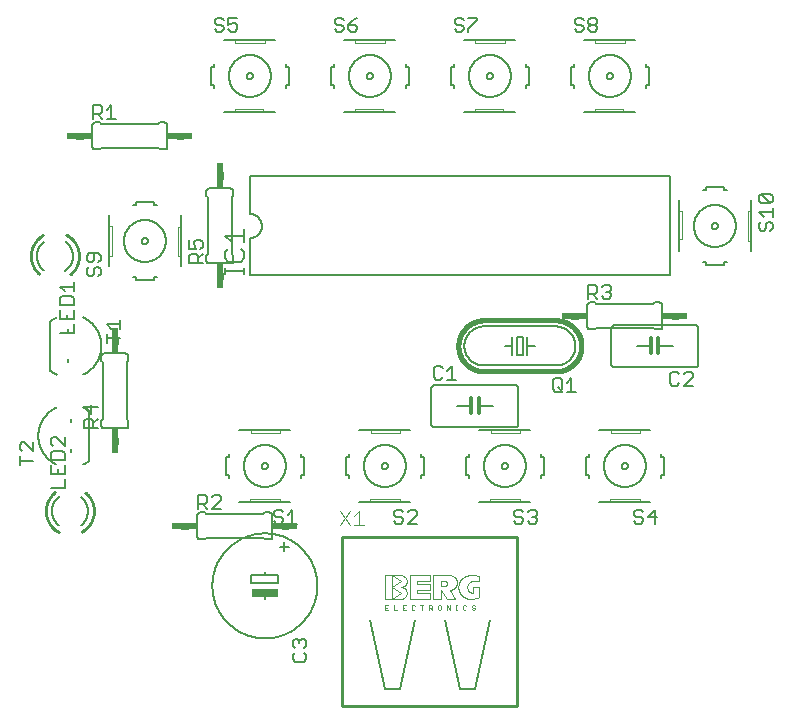
<source format=gto>
G75*
%MOIN*%
%OFA0B0*%
%FSLAX25Y25*%
%IPPOS*%
%LPD*%
%AMOC8*
5,1,8,0,0,1.08239X$1,22.5*
%
%ADD10C,0.01200*%
%ADD11C,0.00600*%
%ADD12C,0.00500*%
%ADD13C,0.01000*%
%ADD14C,0.01600*%
%ADD15C,0.02400*%
%ADD16R,0.03400X0.02400*%
%ADD17R,0.02400X0.03400*%
%ADD18C,0.00200*%
%ADD19C,0.00400*%
%ADD20C,0.00100*%
%ADD21R,0.09000X0.02500*%
D10*
X0164800Y0099118D02*
X0164800Y0101618D01*
X0164800Y0104118D01*
X0167300Y0104118D02*
X0167300Y0101618D01*
X0167300Y0099118D01*
X0224700Y0119118D02*
X0224700Y0121618D01*
X0224700Y0124118D01*
X0227200Y0124118D02*
X0227200Y0121618D01*
X0227200Y0119118D01*
D11*
X0227200Y0121618D02*
X0232000Y0121618D01*
X0227500Y0127118D02*
X0226000Y0127118D01*
X0225500Y0127618D01*
X0206500Y0127618D01*
X0206000Y0127118D01*
X0204500Y0127118D01*
X0204440Y0127120D01*
X0204379Y0127125D01*
X0204320Y0127134D01*
X0204261Y0127147D01*
X0204202Y0127163D01*
X0204145Y0127183D01*
X0204090Y0127206D01*
X0204035Y0127233D01*
X0203983Y0127262D01*
X0203932Y0127295D01*
X0203883Y0127331D01*
X0203837Y0127369D01*
X0203793Y0127411D01*
X0203751Y0127455D01*
X0203713Y0127501D01*
X0203677Y0127550D01*
X0203644Y0127601D01*
X0203615Y0127653D01*
X0203588Y0127708D01*
X0203565Y0127763D01*
X0203545Y0127820D01*
X0203529Y0127879D01*
X0203516Y0127938D01*
X0203507Y0127997D01*
X0203502Y0128058D01*
X0203500Y0128118D01*
X0203500Y0135118D01*
X0203502Y0135178D01*
X0203507Y0135239D01*
X0203516Y0135298D01*
X0203529Y0135357D01*
X0203545Y0135416D01*
X0203565Y0135473D01*
X0203588Y0135528D01*
X0203615Y0135583D01*
X0203644Y0135635D01*
X0203677Y0135686D01*
X0203713Y0135735D01*
X0203751Y0135781D01*
X0203793Y0135825D01*
X0203837Y0135867D01*
X0203883Y0135905D01*
X0203932Y0135941D01*
X0203983Y0135974D01*
X0204035Y0136003D01*
X0204090Y0136030D01*
X0204145Y0136053D01*
X0204202Y0136073D01*
X0204261Y0136089D01*
X0204320Y0136102D01*
X0204379Y0136111D01*
X0204440Y0136116D01*
X0204500Y0136118D01*
X0206000Y0136118D01*
X0206500Y0135618D01*
X0225500Y0135618D01*
X0226000Y0136118D01*
X0227500Y0136118D01*
X0227560Y0136116D01*
X0227621Y0136111D01*
X0227680Y0136102D01*
X0227739Y0136089D01*
X0227798Y0136073D01*
X0227855Y0136053D01*
X0227910Y0136030D01*
X0227965Y0136003D01*
X0228017Y0135974D01*
X0228068Y0135941D01*
X0228117Y0135905D01*
X0228163Y0135867D01*
X0228207Y0135825D01*
X0228249Y0135781D01*
X0228287Y0135735D01*
X0228323Y0135686D01*
X0228356Y0135635D01*
X0228385Y0135583D01*
X0228412Y0135528D01*
X0228435Y0135473D01*
X0228455Y0135416D01*
X0228471Y0135357D01*
X0228484Y0135298D01*
X0228493Y0135239D01*
X0228498Y0135178D01*
X0228500Y0135118D01*
X0228500Y0128118D01*
X0228498Y0128058D01*
X0228493Y0127997D01*
X0228484Y0127938D01*
X0228471Y0127879D01*
X0228455Y0127820D01*
X0228435Y0127763D01*
X0228412Y0127708D01*
X0228385Y0127653D01*
X0228356Y0127601D01*
X0228323Y0127550D01*
X0228287Y0127501D01*
X0228249Y0127455D01*
X0228207Y0127411D01*
X0228163Y0127369D01*
X0228117Y0127331D01*
X0228068Y0127295D01*
X0228017Y0127262D01*
X0227965Y0127233D01*
X0227910Y0127206D01*
X0227855Y0127183D01*
X0227798Y0127163D01*
X0227739Y0127147D01*
X0227680Y0127134D01*
X0227621Y0127125D01*
X0227560Y0127120D01*
X0227500Y0127118D01*
X0224700Y0121618D02*
X0220000Y0121618D01*
X0212500Y0128618D02*
X0212440Y0128616D01*
X0212379Y0128611D01*
X0212320Y0128602D01*
X0212261Y0128589D01*
X0212202Y0128573D01*
X0212145Y0128553D01*
X0212090Y0128530D01*
X0212035Y0128503D01*
X0211983Y0128474D01*
X0211932Y0128441D01*
X0211883Y0128405D01*
X0211837Y0128367D01*
X0211793Y0128325D01*
X0211751Y0128281D01*
X0211713Y0128235D01*
X0211677Y0128186D01*
X0211644Y0128135D01*
X0211615Y0128083D01*
X0211588Y0128028D01*
X0211565Y0127973D01*
X0211545Y0127916D01*
X0211529Y0127857D01*
X0211516Y0127798D01*
X0211507Y0127739D01*
X0211502Y0127678D01*
X0211500Y0127618D01*
X0211500Y0115618D01*
X0211502Y0115558D01*
X0211507Y0115497D01*
X0211516Y0115438D01*
X0211529Y0115379D01*
X0211545Y0115320D01*
X0211565Y0115263D01*
X0211588Y0115208D01*
X0211615Y0115153D01*
X0211644Y0115101D01*
X0211677Y0115050D01*
X0211713Y0115001D01*
X0211751Y0114955D01*
X0211793Y0114911D01*
X0211837Y0114869D01*
X0211883Y0114831D01*
X0211932Y0114795D01*
X0211983Y0114762D01*
X0212035Y0114733D01*
X0212090Y0114706D01*
X0212145Y0114683D01*
X0212202Y0114663D01*
X0212261Y0114647D01*
X0212320Y0114634D01*
X0212379Y0114625D01*
X0212440Y0114620D01*
X0212500Y0114618D01*
X0239500Y0114618D01*
X0239560Y0114620D01*
X0239621Y0114625D01*
X0239680Y0114634D01*
X0239739Y0114647D01*
X0239798Y0114663D01*
X0239855Y0114683D01*
X0239910Y0114706D01*
X0239965Y0114733D01*
X0240017Y0114762D01*
X0240068Y0114795D01*
X0240117Y0114831D01*
X0240163Y0114869D01*
X0240207Y0114911D01*
X0240249Y0114955D01*
X0240287Y0115001D01*
X0240323Y0115050D01*
X0240356Y0115101D01*
X0240385Y0115153D01*
X0240412Y0115208D01*
X0240435Y0115263D01*
X0240455Y0115320D01*
X0240471Y0115379D01*
X0240484Y0115438D01*
X0240493Y0115497D01*
X0240498Y0115558D01*
X0240500Y0115618D01*
X0240500Y0127618D01*
X0240498Y0127678D01*
X0240493Y0127739D01*
X0240484Y0127798D01*
X0240471Y0127857D01*
X0240455Y0127916D01*
X0240435Y0127973D01*
X0240412Y0128028D01*
X0240385Y0128083D01*
X0240356Y0128135D01*
X0240323Y0128186D01*
X0240287Y0128235D01*
X0240249Y0128281D01*
X0240207Y0128325D01*
X0240163Y0128367D01*
X0240117Y0128405D01*
X0240068Y0128441D01*
X0240017Y0128474D01*
X0239965Y0128503D01*
X0239910Y0128530D01*
X0239855Y0128553D01*
X0239798Y0128573D01*
X0239739Y0128589D01*
X0239680Y0128602D01*
X0239621Y0128611D01*
X0239560Y0128616D01*
X0239500Y0128618D01*
X0212500Y0128618D01*
X0231000Y0145118D02*
X0231000Y0178118D01*
X0091000Y0178118D01*
X0091000Y0165618D01*
X0091126Y0165616D01*
X0091251Y0165610D01*
X0091376Y0165600D01*
X0091501Y0165586D01*
X0091626Y0165569D01*
X0091750Y0165547D01*
X0091873Y0165522D01*
X0091995Y0165492D01*
X0092116Y0165459D01*
X0092236Y0165422D01*
X0092355Y0165382D01*
X0092472Y0165337D01*
X0092589Y0165289D01*
X0092703Y0165237D01*
X0092816Y0165182D01*
X0092927Y0165123D01*
X0093036Y0165061D01*
X0093143Y0164995D01*
X0093248Y0164926D01*
X0093351Y0164854D01*
X0093452Y0164779D01*
X0093550Y0164700D01*
X0093645Y0164618D01*
X0093738Y0164534D01*
X0093828Y0164446D01*
X0093916Y0164356D01*
X0094000Y0164263D01*
X0094082Y0164168D01*
X0094161Y0164070D01*
X0094236Y0163969D01*
X0094308Y0163866D01*
X0094377Y0163761D01*
X0094443Y0163654D01*
X0094505Y0163545D01*
X0094564Y0163434D01*
X0094619Y0163321D01*
X0094671Y0163207D01*
X0094719Y0163090D01*
X0094764Y0162973D01*
X0094804Y0162854D01*
X0094841Y0162734D01*
X0094874Y0162613D01*
X0094904Y0162491D01*
X0094929Y0162368D01*
X0094951Y0162244D01*
X0094968Y0162119D01*
X0094982Y0161994D01*
X0094992Y0161869D01*
X0094998Y0161744D01*
X0095000Y0161618D01*
X0094998Y0161492D01*
X0094992Y0161367D01*
X0094982Y0161242D01*
X0094968Y0161117D01*
X0094951Y0160992D01*
X0094929Y0160868D01*
X0094904Y0160745D01*
X0094874Y0160623D01*
X0094841Y0160502D01*
X0094804Y0160382D01*
X0094764Y0160263D01*
X0094719Y0160146D01*
X0094671Y0160029D01*
X0094619Y0159915D01*
X0094564Y0159802D01*
X0094505Y0159691D01*
X0094443Y0159582D01*
X0094377Y0159475D01*
X0094308Y0159370D01*
X0094236Y0159267D01*
X0094161Y0159166D01*
X0094082Y0159068D01*
X0094000Y0158973D01*
X0093916Y0158880D01*
X0093828Y0158790D01*
X0093738Y0158702D01*
X0093645Y0158618D01*
X0093550Y0158536D01*
X0093452Y0158457D01*
X0093351Y0158382D01*
X0093248Y0158310D01*
X0093143Y0158241D01*
X0093036Y0158175D01*
X0092927Y0158113D01*
X0092816Y0158054D01*
X0092703Y0157999D01*
X0092589Y0157947D01*
X0092472Y0157899D01*
X0092355Y0157854D01*
X0092236Y0157814D01*
X0092116Y0157777D01*
X0091995Y0157744D01*
X0091873Y0157714D01*
X0091750Y0157689D01*
X0091626Y0157667D01*
X0091501Y0157650D01*
X0091376Y0157636D01*
X0091251Y0157626D01*
X0091126Y0157620D01*
X0091000Y0157618D01*
X0091000Y0145118D01*
X0231000Y0145118D01*
X0234000Y0153118D02*
X0234000Y0157118D01*
X0234000Y0166618D01*
X0234000Y0170118D01*
X0242000Y0173618D02*
X0243000Y0173618D01*
X0243000Y0174618D01*
X0249000Y0174618D01*
X0249000Y0173618D01*
X0250000Y0173618D01*
X0258000Y0170118D02*
X0258000Y0166618D01*
X0258000Y0156618D01*
X0258000Y0153118D01*
X0250000Y0149618D02*
X0249000Y0149618D01*
X0249000Y0148618D01*
X0243000Y0148618D01*
X0243000Y0149618D01*
X0242000Y0149618D01*
X0245000Y0161618D02*
X0245002Y0161681D01*
X0245008Y0161743D01*
X0245018Y0161805D01*
X0245031Y0161867D01*
X0245049Y0161927D01*
X0245070Y0161986D01*
X0245095Y0162044D01*
X0245124Y0162100D01*
X0245156Y0162154D01*
X0245191Y0162206D01*
X0245229Y0162255D01*
X0245271Y0162303D01*
X0245315Y0162347D01*
X0245363Y0162389D01*
X0245412Y0162427D01*
X0245464Y0162462D01*
X0245518Y0162494D01*
X0245574Y0162523D01*
X0245632Y0162548D01*
X0245691Y0162569D01*
X0245751Y0162587D01*
X0245813Y0162600D01*
X0245875Y0162610D01*
X0245937Y0162616D01*
X0246000Y0162618D01*
X0246063Y0162616D01*
X0246125Y0162610D01*
X0246187Y0162600D01*
X0246249Y0162587D01*
X0246309Y0162569D01*
X0246368Y0162548D01*
X0246426Y0162523D01*
X0246482Y0162494D01*
X0246536Y0162462D01*
X0246588Y0162427D01*
X0246637Y0162389D01*
X0246685Y0162347D01*
X0246729Y0162303D01*
X0246771Y0162255D01*
X0246809Y0162206D01*
X0246844Y0162154D01*
X0246876Y0162100D01*
X0246905Y0162044D01*
X0246930Y0161986D01*
X0246951Y0161927D01*
X0246969Y0161867D01*
X0246982Y0161805D01*
X0246992Y0161743D01*
X0246998Y0161681D01*
X0247000Y0161618D01*
X0246998Y0161555D01*
X0246992Y0161493D01*
X0246982Y0161431D01*
X0246969Y0161369D01*
X0246951Y0161309D01*
X0246930Y0161250D01*
X0246905Y0161192D01*
X0246876Y0161136D01*
X0246844Y0161082D01*
X0246809Y0161030D01*
X0246771Y0160981D01*
X0246729Y0160933D01*
X0246685Y0160889D01*
X0246637Y0160847D01*
X0246588Y0160809D01*
X0246536Y0160774D01*
X0246482Y0160742D01*
X0246426Y0160713D01*
X0246368Y0160688D01*
X0246309Y0160667D01*
X0246249Y0160649D01*
X0246187Y0160636D01*
X0246125Y0160626D01*
X0246063Y0160620D01*
X0246000Y0160618D01*
X0245937Y0160620D01*
X0245875Y0160626D01*
X0245813Y0160636D01*
X0245751Y0160649D01*
X0245691Y0160667D01*
X0245632Y0160688D01*
X0245574Y0160713D01*
X0245518Y0160742D01*
X0245464Y0160774D01*
X0245412Y0160809D01*
X0245363Y0160847D01*
X0245315Y0160889D01*
X0245271Y0160933D01*
X0245229Y0160981D01*
X0245191Y0161030D01*
X0245156Y0161082D01*
X0245124Y0161136D01*
X0245095Y0161192D01*
X0245070Y0161250D01*
X0245049Y0161309D01*
X0245031Y0161369D01*
X0245018Y0161431D01*
X0245008Y0161493D01*
X0245002Y0161555D01*
X0245000Y0161618D01*
X0239000Y0161618D02*
X0239002Y0161790D01*
X0239008Y0161961D01*
X0239019Y0162133D01*
X0239034Y0162304D01*
X0239053Y0162475D01*
X0239076Y0162645D01*
X0239103Y0162815D01*
X0239135Y0162984D01*
X0239170Y0163152D01*
X0239210Y0163319D01*
X0239254Y0163485D01*
X0239301Y0163650D01*
X0239353Y0163814D01*
X0239409Y0163976D01*
X0239469Y0164137D01*
X0239533Y0164297D01*
X0239601Y0164455D01*
X0239672Y0164611D01*
X0239747Y0164765D01*
X0239827Y0164918D01*
X0239909Y0165068D01*
X0239996Y0165217D01*
X0240086Y0165363D01*
X0240180Y0165507D01*
X0240277Y0165649D01*
X0240378Y0165788D01*
X0240482Y0165925D01*
X0240589Y0166059D01*
X0240700Y0166190D01*
X0240813Y0166319D01*
X0240930Y0166445D01*
X0241050Y0166568D01*
X0241173Y0166688D01*
X0241299Y0166805D01*
X0241428Y0166918D01*
X0241559Y0167029D01*
X0241693Y0167136D01*
X0241830Y0167240D01*
X0241969Y0167341D01*
X0242111Y0167438D01*
X0242255Y0167532D01*
X0242401Y0167622D01*
X0242550Y0167709D01*
X0242700Y0167791D01*
X0242853Y0167871D01*
X0243007Y0167946D01*
X0243163Y0168017D01*
X0243321Y0168085D01*
X0243481Y0168149D01*
X0243642Y0168209D01*
X0243804Y0168265D01*
X0243968Y0168317D01*
X0244133Y0168364D01*
X0244299Y0168408D01*
X0244466Y0168448D01*
X0244634Y0168483D01*
X0244803Y0168515D01*
X0244973Y0168542D01*
X0245143Y0168565D01*
X0245314Y0168584D01*
X0245485Y0168599D01*
X0245657Y0168610D01*
X0245828Y0168616D01*
X0246000Y0168618D01*
X0246172Y0168616D01*
X0246343Y0168610D01*
X0246515Y0168599D01*
X0246686Y0168584D01*
X0246857Y0168565D01*
X0247027Y0168542D01*
X0247197Y0168515D01*
X0247366Y0168483D01*
X0247534Y0168448D01*
X0247701Y0168408D01*
X0247867Y0168364D01*
X0248032Y0168317D01*
X0248196Y0168265D01*
X0248358Y0168209D01*
X0248519Y0168149D01*
X0248679Y0168085D01*
X0248837Y0168017D01*
X0248993Y0167946D01*
X0249147Y0167871D01*
X0249300Y0167791D01*
X0249450Y0167709D01*
X0249599Y0167622D01*
X0249745Y0167532D01*
X0249889Y0167438D01*
X0250031Y0167341D01*
X0250170Y0167240D01*
X0250307Y0167136D01*
X0250441Y0167029D01*
X0250572Y0166918D01*
X0250701Y0166805D01*
X0250827Y0166688D01*
X0250950Y0166568D01*
X0251070Y0166445D01*
X0251187Y0166319D01*
X0251300Y0166190D01*
X0251411Y0166059D01*
X0251518Y0165925D01*
X0251622Y0165788D01*
X0251723Y0165649D01*
X0251820Y0165507D01*
X0251914Y0165363D01*
X0252004Y0165217D01*
X0252091Y0165068D01*
X0252173Y0164918D01*
X0252253Y0164765D01*
X0252328Y0164611D01*
X0252399Y0164455D01*
X0252467Y0164297D01*
X0252531Y0164137D01*
X0252591Y0163976D01*
X0252647Y0163814D01*
X0252699Y0163650D01*
X0252746Y0163485D01*
X0252790Y0163319D01*
X0252830Y0163152D01*
X0252865Y0162984D01*
X0252897Y0162815D01*
X0252924Y0162645D01*
X0252947Y0162475D01*
X0252966Y0162304D01*
X0252981Y0162133D01*
X0252992Y0161961D01*
X0252998Y0161790D01*
X0253000Y0161618D01*
X0252998Y0161446D01*
X0252992Y0161275D01*
X0252981Y0161103D01*
X0252966Y0160932D01*
X0252947Y0160761D01*
X0252924Y0160591D01*
X0252897Y0160421D01*
X0252865Y0160252D01*
X0252830Y0160084D01*
X0252790Y0159917D01*
X0252746Y0159751D01*
X0252699Y0159586D01*
X0252647Y0159422D01*
X0252591Y0159260D01*
X0252531Y0159099D01*
X0252467Y0158939D01*
X0252399Y0158781D01*
X0252328Y0158625D01*
X0252253Y0158471D01*
X0252173Y0158318D01*
X0252091Y0158168D01*
X0252004Y0158019D01*
X0251914Y0157873D01*
X0251820Y0157729D01*
X0251723Y0157587D01*
X0251622Y0157448D01*
X0251518Y0157311D01*
X0251411Y0157177D01*
X0251300Y0157046D01*
X0251187Y0156917D01*
X0251070Y0156791D01*
X0250950Y0156668D01*
X0250827Y0156548D01*
X0250701Y0156431D01*
X0250572Y0156318D01*
X0250441Y0156207D01*
X0250307Y0156100D01*
X0250170Y0155996D01*
X0250031Y0155895D01*
X0249889Y0155798D01*
X0249745Y0155704D01*
X0249599Y0155614D01*
X0249450Y0155527D01*
X0249300Y0155445D01*
X0249147Y0155365D01*
X0248993Y0155290D01*
X0248837Y0155219D01*
X0248679Y0155151D01*
X0248519Y0155087D01*
X0248358Y0155027D01*
X0248196Y0154971D01*
X0248032Y0154919D01*
X0247867Y0154872D01*
X0247701Y0154828D01*
X0247534Y0154788D01*
X0247366Y0154753D01*
X0247197Y0154721D01*
X0247027Y0154694D01*
X0246857Y0154671D01*
X0246686Y0154652D01*
X0246515Y0154637D01*
X0246343Y0154626D01*
X0246172Y0154620D01*
X0246000Y0154618D01*
X0245828Y0154620D01*
X0245657Y0154626D01*
X0245485Y0154637D01*
X0245314Y0154652D01*
X0245143Y0154671D01*
X0244973Y0154694D01*
X0244803Y0154721D01*
X0244634Y0154753D01*
X0244466Y0154788D01*
X0244299Y0154828D01*
X0244133Y0154872D01*
X0243968Y0154919D01*
X0243804Y0154971D01*
X0243642Y0155027D01*
X0243481Y0155087D01*
X0243321Y0155151D01*
X0243163Y0155219D01*
X0243007Y0155290D01*
X0242853Y0155365D01*
X0242700Y0155445D01*
X0242550Y0155527D01*
X0242401Y0155614D01*
X0242255Y0155704D01*
X0242111Y0155798D01*
X0241969Y0155895D01*
X0241830Y0155996D01*
X0241693Y0156100D01*
X0241559Y0156207D01*
X0241428Y0156318D01*
X0241299Y0156431D01*
X0241173Y0156548D01*
X0241050Y0156668D01*
X0240930Y0156791D01*
X0240813Y0156917D01*
X0240700Y0157046D01*
X0240589Y0157177D01*
X0240482Y0157311D01*
X0240378Y0157448D01*
X0240277Y0157587D01*
X0240180Y0157729D01*
X0240086Y0157873D01*
X0239996Y0158019D01*
X0239909Y0158168D01*
X0239827Y0158318D01*
X0239747Y0158471D01*
X0239672Y0158625D01*
X0239601Y0158781D01*
X0239533Y0158939D01*
X0239469Y0159099D01*
X0239409Y0159260D01*
X0239353Y0159422D01*
X0239301Y0159586D01*
X0239254Y0159751D01*
X0239210Y0159917D01*
X0239170Y0160084D01*
X0239135Y0160252D01*
X0239103Y0160421D01*
X0239076Y0160591D01*
X0239053Y0160761D01*
X0239034Y0160932D01*
X0239019Y0161103D01*
X0239008Y0161275D01*
X0239002Y0161446D01*
X0239000Y0161618D01*
X0219500Y0199618D02*
X0215500Y0199618D01*
X0206000Y0199618D01*
X0202500Y0199618D01*
X0199000Y0207618D02*
X0199000Y0208618D01*
X0198000Y0208618D01*
X0198000Y0214618D01*
X0199000Y0214618D01*
X0199000Y0215618D01*
X0202500Y0223618D02*
X0206000Y0223618D01*
X0216000Y0223618D01*
X0219500Y0223618D01*
X0223000Y0215618D02*
X0223000Y0214618D01*
X0224000Y0214618D01*
X0224000Y0208618D01*
X0223000Y0208618D01*
X0223000Y0207618D01*
X0210000Y0211618D02*
X0210002Y0211681D01*
X0210008Y0211743D01*
X0210018Y0211805D01*
X0210031Y0211867D01*
X0210049Y0211927D01*
X0210070Y0211986D01*
X0210095Y0212044D01*
X0210124Y0212100D01*
X0210156Y0212154D01*
X0210191Y0212206D01*
X0210229Y0212255D01*
X0210271Y0212303D01*
X0210315Y0212347D01*
X0210363Y0212389D01*
X0210412Y0212427D01*
X0210464Y0212462D01*
X0210518Y0212494D01*
X0210574Y0212523D01*
X0210632Y0212548D01*
X0210691Y0212569D01*
X0210751Y0212587D01*
X0210813Y0212600D01*
X0210875Y0212610D01*
X0210937Y0212616D01*
X0211000Y0212618D01*
X0211063Y0212616D01*
X0211125Y0212610D01*
X0211187Y0212600D01*
X0211249Y0212587D01*
X0211309Y0212569D01*
X0211368Y0212548D01*
X0211426Y0212523D01*
X0211482Y0212494D01*
X0211536Y0212462D01*
X0211588Y0212427D01*
X0211637Y0212389D01*
X0211685Y0212347D01*
X0211729Y0212303D01*
X0211771Y0212255D01*
X0211809Y0212206D01*
X0211844Y0212154D01*
X0211876Y0212100D01*
X0211905Y0212044D01*
X0211930Y0211986D01*
X0211951Y0211927D01*
X0211969Y0211867D01*
X0211982Y0211805D01*
X0211992Y0211743D01*
X0211998Y0211681D01*
X0212000Y0211618D01*
X0211998Y0211555D01*
X0211992Y0211493D01*
X0211982Y0211431D01*
X0211969Y0211369D01*
X0211951Y0211309D01*
X0211930Y0211250D01*
X0211905Y0211192D01*
X0211876Y0211136D01*
X0211844Y0211082D01*
X0211809Y0211030D01*
X0211771Y0210981D01*
X0211729Y0210933D01*
X0211685Y0210889D01*
X0211637Y0210847D01*
X0211588Y0210809D01*
X0211536Y0210774D01*
X0211482Y0210742D01*
X0211426Y0210713D01*
X0211368Y0210688D01*
X0211309Y0210667D01*
X0211249Y0210649D01*
X0211187Y0210636D01*
X0211125Y0210626D01*
X0211063Y0210620D01*
X0211000Y0210618D01*
X0210937Y0210620D01*
X0210875Y0210626D01*
X0210813Y0210636D01*
X0210751Y0210649D01*
X0210691Y0210667D01*
X0210632Y0210688D01*
X0210574Y0210713D01*
X0210518Y0210742D01*
X0210464Y0210774D01*
X0210412Y0210809D01*
X0210363Y0210847D01*
X0210315Y0210889D01*
X0210271Y0210933D01*
X0210229Y0210981D01*
X0210191Y0211030D01*
X0210156Y0211082D01*
X0210124Y0211136D01*
X0210095Y0211192D01*
X0210070Y0211250D01*
X0210049Y0211309D01*
X0210031Y0211369D01*
X0210018Y0211431D01*
X0210008Y0211493D01*
X0210002Y0211555D01*
X0210000Y0211618D01*
X0204000Y0211618D02*
X0204002Y0211790D01*
X0204008Y0211961D01*
X0204019Y0212133D01*
X0204034Y0212304D01*
X0204053Y0212475D01*
X0204076Y0212645D01*
X0204103Y0212815D01*
X0204135Y0212984D01*
X0204170Y0213152D01*
X0204210Y0213319D01*
X0204254Y0213485D01*
X0204301Y0213650D01*
X0204353Y0213814D01*
X0204409Y0213976D01*
X0204469Y0214137D01*
X0204533Y0214297D01*
X0204601Y0214455D01*
X0204672Y0214611D01*
X0204747Y0214765D01*
X0204827Y0214918D01*
X0204909Y0215068D01*
X0204996Y0215217D01*
X0205086Y0215363D01*
X0205180Y0215507D01*
X0205277Y0215649D01*
X0205378Y0215788D01*
X0205482Y0215925D01*
X0205589Y0216059D01*
X0205700Y0216190D01*
X0205813Y0216319D01*
X0205930Y0216445D01*
X0206050Y0216568D01*
X0206173Y0216688D01*
X0206299Y0216805D01*
X0206428Y0216918D01*
X0206559Y0217029D01*
X0206693Y0217136D01*
X0206830Y0217240D01*
X0206969Y0217341D01*
X0207111Y0217438D01*
X0207255Y0217532D01*
X0207401Y0217622D01*
X0207550Y0217709D01*
X0207700Y0217791D01*
X0207853Y0217871D01*
X0208007Y0217946D01*
X0208163Y0218017D01*
X0208321Y0218085D01*
X0208481Y0218149D01*
X0208642Y0218209D01*
X0208804Y0218265D01*
X0208968Y0218317D01*
X0209133Y0218364D01*
X0209299Y0218408D01*
X0209466Y0218448D01*
X0209634Y0218483D01*
X0209803Y0218515D01*
X0209973Y0218542D01*
X0210143Y0218565D01*
X0210314Y0218584D01*
X0210485Y0218599D01*
X0210657Y0218610D01*
X0210828Y0218616D01*
X0211000Y0218618D01*
X0211172Y0218616D01*
X0211343Y0218610D01*
X0211515Y0218599D01*
X0211686Y0218584D01*
X0211857Y0218565D01*
X0212027Y0218542D01*
X0212197Y0218515D01*
X0212366Y0218483D01*
X0212534Y0218448D01*
X0212701Y0218408D01*
X0212867Y0218364D01*
X0213032Y0218317D01*
X0213196Y0218265D01*
X0213358Y0218209D01*
X0213519Y0218149D01*
X0213679Y0218085D01*
X0213837Y0218017D01*
X0213993Y0217946D01*
X0214147Y0217871D01*
X0214300Y0217791D01*
X0214450Y0217709D01*
X0214599Y0217622D01*
X0214745Y0217532D01*
X0214889Y0217438D01*
X0215031Y0217341D01*
X0215170Y0217240D01*
X0215307Y0217136D01*
X0215441Y0217029D01*
X0215572Y0216918D01*
X0215701Y0216805D01*
X0215827Y0216688D01*
X0215950Y0216568D01*
X0216070Y0216445D01*
X0216187Y0216319D01*
X0216300Y0216190D01*
X0216411Y0216059D01*
X0216518Y0215925D01*
X0216622Y0215788D01*
X0216723Y0215649D01*
X0216820Y0215507D01*
X0216914Y0215363D01*
X0217004Y0215217D01*
X0217091Y0215068D01*
X0217173Y0214918D01*
X0217253Y0214765D01*
X0217328Y0214611D01*
X0217399Y0214455D01*
X0217467Y0214297D01*
X0217531Y0214137D01*
X0217591Y0213976D01*
X0217647Y0213814D01*
X0217699Y0213650D01*
X0217746Y0213485D01*
X0217790Y0213319D01*
X0217830Y0213152D01*
X0217865Y0212984D01*
X0217897Y0212815D01*
X0217924Y0212645D01*
X0217947Y0212475D01*
X0217966Y0212304D01*
X0217981Y0212133D01*
X0217992Y0211961D01*
X0217998Y0211790D01*
X0218000Y0211618D01*
X0217998Y0211446D01*
X0217992Y0211275D01*
X0217981Y0211103D01*
X0217966Y0210932D01*
X0217947Y0210761D01*
X0217924Y0210591D01*
X0217897Y0210421D01*
X0217865Y0210252D01*
X0217830Y0210084D01*
X0217790Y0209917D01*
X0217746Y0209751D01*
X0217699Y0209586D01*
X0217647Y0209422D01*
X0217591Y0209260D01*
X0217531Y0209099D01*
X0217467Y0208939D01*
X0217399Y0208781D01*
X0217328Y0208625D01*
X0217253Y0208471D01*
X0217173Y0208318D01*
X0217091Y0208168D01*
X0217004Y0208019D01*
X0216914Y0207873D01*
X0216820Y0207729D01*
X0216723Y0207587D01*
X0216622Y0207448D01*
X0216518Y0207311D01*
X0216411Y0207177D01*
X0216300Y0207046D01*
X0216187Y0206917D01*
X0216070Y0206791D01*
X0215950Y0206668D01*
X0215827Y0206548D01*
X0215701Y0206431D01*
X0215572Y0206318D01*
X0215441Y0206207D01*
X0215307Y0206100D01*
X0215170Y0205996D01*
X0215031Y0205895D01*
X0214889Y0205798D01*
X0214745Y0205704D01*
X0214599Y0205614D01*
X0214450Y0205527D01*
X0214300Y0205445D01*
X0214147Y0205365D01*
X0213993Y0205290D01*
X0213837Y0205219D01*
X0213679Y0205151D01*
X0213519Y0205087D01*
X0213358Y0205027D01*
X0213196Y0204971D01*
X0213032Y0204919D01*
X0212867Y0204872D01*
X0212701Y0204828D01*
X0212534Y0204788D01*
X0212366Y0204753D01*
X0212197Y0204721D01*
X0212027Y0204694D01*
X0211857Y0204671D01*
X0211686Y0204652D01*
X0211515Y0204637D01*
X0211343Y0204626D01*
X0211172Y0204620D01*
X0211000Y0204618D01*
X0210828Y0204620D01*
X0210657Y0204626D01*
X0210485Y0204637D01*
X0210314Y0204652D01*
X0210143Y0204671D01*
X0209973Y0204694D01*
X0209803Y0204721D01*
X0209634Y0204753D01*
X0209466Y0204788D01*
X0209299Y0204828D01*
X0209133Y0204872D01*
X0208968Y0204919D01*
X0208804Y0204971D01*
X0208642Y0205027D01*
X0208481Y0205087D01*
X0208321Y0205151D01*
X0208163Y0205219D01*
X0208007Y0205290D01*
X0207853Y0205365D01*
X0207700Y0205445D01*
X0207550Y0205527D01*
X0207401Y0205614D01*
X0207255Y0205704D01*
X0207111Y0205798D01*
X0206969Y0205895D01*
X0206830Y0205996D01*
X0206693Y0206100D01*
X0206559Y0206207D01*
X0206428Y0206318D01*
X0206299Y0206431D01*
X0206173Y0206548D01*
X0206050Y0206668D01*
X0205930Y0206791D01*
X0205813Y0206917D01*
X0205700Y0207046D01*
X0205589Y0207177D01*
X0205482Y0207311D01*
X0205378Y0207448D01*
X0205277Y0207587D01*
X0205180Y0207729D01*
X0205086Y0207873D01*
X0204996Y0208019D01*
X0204909Y0208168D01*
X0204827Y0208318D01*
X0204747Y0208471D01*
X0204672Y0208625D01*
X0204601Y0208781D01*
X0204533Y0208939D01*
X0204469Y0209099D01*
X0204409Y0209260D01*
X0204353Y0209422D01*
X0204301Y0209586D01*
X0204254Y0209751D01*
X0204210Y0209917D01*
X0204170Y0210084D01*
X0204135Y0210252D01*
X0204103Y0210421D01*
X0204076Y0210591D01*
X0204053Y0210761D01*
X0204034Y0210932D01*
X0204019Y0211103D01*
X0204008Y0211275D01*
X0204002Y0211446D01*
X0204000Y0211618D01*
X0184000Y0208618D02*
X0184000Y0214618D01*
X0183000Y0214618D01*
X0183000Y0215618D01*
X0183000Y0208618D02*
X0183000Y0207618D01*
X0183000Y0208618D02*
X0184000Y0208618D01*
X0179500Y0199618D02*
X0175500Y0199618D01*
X0166000Y0199618D01*
X0162500Y0199618D01*
X0159000Y0207618D02*
X0159000Y0208618D01*
X0158000Y0208618D01*
X0158000Y0214618D01*
X0159000Y0214618D01*
X0159000Y0215618D01*
X0162500Y0223618D02*
X0166000Y0223618D01*
X0176000Y0223618D01*
X0179500Y0223618D01*
X0170000Y0211618D02*
X0170002Y0211681D01*
X0170008Y0211743D01*
X0170018Y0211805D01*
X0170031Y0211867D01*
X0170049Y0211927D01*
X0170070Y0211986D01*
X0170095Y0212044D01*
X0170124Y0212100D01*
X0170156Y0212154D01*
X0170191Y0212206D01*
X0170229Y0212255D01*
X0170271Y0212303D01*
X0170315Y0212347D01*
X0170363Y0212389D01*
X0170412Y0212427D01*
X0170464Y0212462D01*
X0170518Y0212494D01*
X0170574Y0212523D01*
X0170632Y0212548D01*
X0170691Y0212569D01*
X0170751Y0212587D01*
X0170813Y0212600D01*
X0170875Y0212610D01*
X0170937Y0212616D01*
X0171000Y0212618D01*
X0171063Y0212616D01*
X0171125Y0212610D01*
X0171187Y0212600D01*
X0171249Y0212587D01*
X0171309Y0212569D01*
X0171368Y0212548D01*
X0171426Y0212523D01*
X0171482Y0212494D01*
X0171536Y0212462D01*
X0171588Y0212427D01*
X0171637Y0212389D01*
X0171685Y0212347D01*
X0171729Y0212303D01*
X0171771Y0212255D01*
X0171809Y0212206D01*
X0171844Y0212154D01*
X0171876Y0212100D01*
X0171905Y0212044D01*
X0171930Y0211986D01*
X0171951Y0211927D01*
X0171969Y0211867D01*
X0171982Y0211805D01*
X0171992Y0211743D01*
X0171998Y0211681D01*
X0172000Y0211618D01*
X0171998Y0211555D01*
X0171992Y0211493D01*
X0171982Y0211431D01*
X0171969Y0211369D01*
X0171951Y0211309D01*
X0171930Y0211250D01*
X0171905Y0211192D01*
X0171876Y0211136D01*
X0171844Y0211082D01*
X0171809Y0211030D01*
X0171771Y0210981D01*
X0171729Y0210933D01*
X0171685Y0210889D01*
X0171637Y0210847D01*
X0171588Y0210809D01*
X0171536Y0210774D01*
X0171482Y0210742D01*
X0171426Y0210713D01*
X0171368Y0210688D01*
X0171309Y0210667D01*
X0171249Y0210649D01*
X0171187Y0210636D01*
X0171125Y0210626D01*
X0171063Y0210620D01*
X0171000Y0210618D01*
X0170937Y0210620D01*
X0170875Y0210626D01*
X0170813Y0210636D01*
X0170751Y0210649D01*
X0170691Y0210667D01*
X0170632Y0210688D01*
X0170574Y0210713D01*
X0170518Y0210742D01*
X0170464Y0210774D01*
X0170412Y0210809D01*
X0170363Y0210847D01*
X0170315Y0210889D01*
X0170271Y0210933D01*
X0170229Y0210981D01*
X0170191Y0211030D01*
X0170156Y0211082D01*
X0170124Y0211136D01*
X0170095Y0211192D01*
X0170070Y0211250D01*
X0170049Y0211309D01*
X0170031Y0211369D01*
X0170018Y0211431D01*
X0170008Y0211493D01*
X0170002Y0211555D01*
X0170000Y0211618D01*
X0164000Y0211618D02*
X0164002Y0211790D01*
X0164008Y0211961D01*
X0164019Y0212133D01*
X0164034Y0212304D01*
X0164053Y0212475D01*
X0164076Y0212645D01*
X0164103Y0212815D01*
X0164135Y0212984D01*
X0164170Y0213152D01*
X0164210Y0213319D01*
X0164254Y0213485D01*
X0164301Y0213650D01*
X0164353Y0213814D01*
X0164409Y0213976D01*
X0164469Y0214137D01*
X0164533Y0214297D01*
X0164601Y0214455D01*
X0164672Y0214611D01*
X0164747Y0214765D01*
X0164827Y0214918D01*
X0164909Y0215068D01*
X0164996Y0215217D01*
X0165086Y0215363D01*
X0165180Y0215507D01*
X0165277Y0215649D01*
X0165378Y0215788D01*
X0165482Y0215925D01*
X0165589Y0216059D01*
X0165700Y0216190D01*
X0165813Y0216319D01*
X0165930Y0216445D01*
X0166050Y0216568D01*
X0166173Y0216688D01*
X0166299Y0216805D01*
X0166428Y0216918D01*
X0166559Y0217029D01*
X0166693Y0217136D01*
X0166830Y0217240D01*
X0166969Y0217341D01*
X0167111Y0217438D01*
X0167255Y0217532D01*
X0167401Y0217622D01*
X0167550Y0217709D01*
X0167700Y0217791D01*
X0167853Y0217871D01*
X0168007Y0217946D01*
X0168163Y0218017D01*
X0168321Y0218085D01*
X0168481Y0218149D01*
X0168642Y0218209D01*
X0168804Y0218265D01*
X0168968Y0218317D01*
X0169133Y0218364D01*
X0169299Y0218408D01*
X0169466Y0218448D01*
X0169634Y0218483D01*
X0169803Y0218515D01*
X0169973Y0218542D01*
X0170143Y0218565D01*
X0170314Y0218584D01*
X0170485Y0218599D01*
X0170657Y0218610D01*
X0170828Y0218616D01*
X0171000Y0218618D01*
X0171172Y0218616D01*
X0171343Y0218610D01*
X0171515Y0218599D01*
X0171686Y0218584D01*
X0171857Y0218565D01*
X0172027Y0218542D01*
X0172197Y0218515D01*
X0172366Y0218483D01*
X0172534Y0218448D01*
X0172701Y0218408D01*
X0172867Y0218364D01*
X0173032Y0218317D01*
X0173196Y0218265D01*
X0173358Y0218209D01*
X0173519Y0218149D01*
X0173679Y0218085D01*
X0173837Y0218017D01*
X0173993Y0217946D01*
X0174147Y0217871D01*
X0174300Y0217791D01*
X0174450Y0217709D01*
X0174599Y0217622D01*
X0174745Y0217532D01*
X0174889Y0217438D01*
X0175031Y0217341D01*
X0175170Y0217240D01*
X0175307Y0217136D01*
X0175441Y0217029D01*
X0175572Y0216918D01*
X0175701Y0216805D01*
X0175827Y0216688D01*
X0175950Y0216568D01*
X0176070Y0216445D01*
X0176187Y0216319D01*
X0176300Y0216190D01*
X0176411Y0216059D01*
X0176518Y0215925D01*
X0176622Y0215788D01*
X0176723Y0215649D01*
X0176820Y0215507D01*
X0176914Y0215363D01*
X0177004Y0215217D01*
X0177091Y0215068D01*
X0177173Y0214918D01*
X0177253Y0214765D01*
X0177328Y0214611D01*
X0177399Y0214455D01*
X0177467Y0214297D01*
X0177531Y0214137D01*
X0177591Y0213976D01*
X0177647Y0213814D01*
X0177699Y0213650D01*
X0177746Y0213485D01*
X0177790Y0213319D01*
X0177830Y0213152D01*
X0177865Y0212984D01*
X0177897Y0212815D01*
X0177924Y0212645D01*
X0177947Y0212475D01*
X0177966Y0212304D01*
X0177981Y0212133D01*
X0177992Y0211961D01*
X0177998Y0211790D01*
X0178000Y0211618D01*
X0177998Y0211446D01*
X0177992Y0211275D01*
X0177981Y0211103D01*
X0177966Y0210932D01*
X0177947Y0210761D01*
X0177924Y0210591D01*
X0177897Y0210421D01*
X0177865Y0210252D01*
X0177830Y0210084D01*
X0177790Y0209917D01*
X0177746Y0209751D01*
X0177699Y0209586D01*
X0177647Y0209422D01*
X0177591Y0209260D01*
X0177531Y0209099D01*
X0177467Y0208939D01*
X0177399Y0208781D01*
X0177328Y0208625D01*
X0177253Y0208471D01*
X0177173Y0208318D01*
X0177091Y0208168D01*
X0177004Y0208019D01*
X0176914Y0207873D01*
X0176820Y0207729D01*
X0176723Y0207587D01*
X0176622Y0207448D01*
X0176518Y0207311D01*
X0176411Y0207177D01*
X0176300Y0207046D01*
X0176187Y0206917D01*
X0176070Y0206791D01*
X0175950Y0206668D01*
X0175827Y0206548D01*
X0175701Y0206431D01*
X0175572Y0206318D01*
X0175441Y0206207D01*
X0175307Y0206100D01*
X0175170Y0205996D01*
X0175031Y0205895D01*
X0174889Y0205798D01*
X0174745Y0205704D01*
X0174599Y0205614D01*
X0174450Y0205527D01*
X0174300Y0205445D01*
X0174147Y0205365D01*
X0173993Y0205290D01*
X0173837Y0205219D01*
X0173679Y0205151D01*
X0173519Y0205087D01*
X0173358Y0205027D01*
X0173196Y0204971D01*
X0173032Y0204919D01*
X0172867Y0204872D01*
X0172701Y0204828D01*
X0172534Y0204788D01*
X0172366Y0204753D01*
X0172197Y0204721D01*
X0172027Y0204694D01*
X0171857Y0204671D01*
X0171686Y0204652D01*
X0171515Y0204637D01*
X0171343Y0204626D01*
X0171172Y0204620D01*
X0171000Y0204618D01*
X0170828Y0204620D01*
X0170657Y0204626D01*
X0170485Y0204637D01*
X0170314Y0204652D01*
X0170143Y0204671D01*
X0169973Y0204694D01*
X0169803Y0204721D01*
X0169634Y0204753D01*
X0169466Y0204788D01*
X0169299Y0204828D01*
X0169133Y0204872D01*
X0168968Y0204919D01*
X0168804Y0204971D01*
X0168642Y0205027D01*
X0168481Y0205087D01*
X0168321Y0205151D01*
X0168163Y0205219D01*
X0168007Y0205290D01*
X0167853Y0205365D01*
X0167700Y0205445D01*
X0167550Y0205527D01*
X0167401Y0205614D01*
X0167255Y0205704D01*
X0167111Y0205798D01*
X0166969Y0205895D01*
X0166830Y0205996D01*
X0166693Y0206100D01*
X0166559Y0206207D01*
X0166428Y0206318D01*
X0166299Y0206431D01*
X0166173Y0206548D01*
X0166050Y0206668D01*
X0165930Y0206791D01*
X0165813Y0206917D01*
X0165700Y0207046D01*
X0165589Y0207177D01*
X0165482Y0207311D01*
X0165378Y0207448D01*
X0165277Y0207587D01*
X0165180Y0207729D01*
X0165086Y0207873D01*
X0164996Y0208019D01*
X0164909Y0208168D01*
X0164827Y0208318D01*
X0164747Y0208471D01*
X0164672Y0208625D01*
X0164601Y0208781D01*
X0164533Y0208939D01*
X0164469Y0209099D01*
X0164409Y0209260D01*
X0164353Y0209422D01*
X0164301Y0209586D01*
X0164254Y0209751D01*
X0164210Y0209917D01*
X0164170Y0210084D01*
X0164135Y0210252D01*
X0164103Y0210421D01*
X0164076Y0210591D01*
X0164053Y0210761D01*
X0164034Y0210932D01*
X0164019Y0211103D01*
X0164008Y0211275D01*
X0164002Y0211446D01*
X0164000Y0211618D01*
X0144000Y0208618D02*
X0144000Y0214618D01*
X0143000Y0214618D01*
X0143000Y0215618D01*
X0143000Y0208618D02*
X0143000Y0207618D01*
X0143000Y0208618D02*
X0144000Y0208618D01*
X0139500Y0199618D02*
X0135500Y0199618D01*
X0126000Y0199618D01*
X0122500Y0199618D01*
X0119000Y0207618D02*
X0119000Y0208618D01*
X0118000Y0208618D01*
X0118000Y0214618D01*
X0119000Y0214618D01*
X0119000Y0215618D01*
X0122500Y0223618D02*
X0126000Y0223618D01*
X0136000Y0223618D01*
X0139500Y0223618D01*
X0130000Y0211618D02*
X0130002Y0211681D01*
X0130008Y0211743D01*
X0130018Y0211805D01*
X0130031Y0211867D01*
X0130049Y0211927D01*
X0130070Y0211986D01*
X0130095Y0212044D01*
X0130124Y0212100D01*
X0130156Y0212154D01*
X0130191Y0212206D01*
X0130229Y0212255D01*
X0130271Y0212303D01*
X0130315Y0212347D01*
X0130363Y0212389D01*
X0130412Y0212427D01*
X0130464Y0212462D01*
X0130518Y0212494D01*
X0130574Y0212523D01*
X0130632Y0212548D01*
X0130691Y0212569D01*
X0130751Y0212587D01*
X0130813Y0212600D01*
X0130875Y0212610D01*
X0130937Y0212616D01*
X0131000Y0212618D01*
X0131063Y0212616D01*
X0131125Y0212610D01*
X0131187Y0212600D01*
X0131249Y0212587D01*
X0131309Y0212569D01*
X0131368Y0212548D01*
X0131426Y0212523D01*
X0131482Y0212494D01*
X0131536Y0212462D01*
X0131588Y0212427D01*
X0131637Y0212389D01*
X0131685Y0212347D01*
X0131729Y0212303D01*
X0131771Y0212255D01*
X0131809Y0212206D01*
X0131844Y0212154D01*
X0131876Y0212100D01*
X0131905Y0212044D01*
X0131930Y0211986D01*
X0131951Y0211927D01*
X0131969Y0211867D01*
X0131982Y0211805D01*
X0131992Y0211743D01*
X0131998Y0211681D01*
X0132000Y0211618D01*
X0131998Y0211555D01*
X0131992Y0211493D01*
X0131982Y0211431D01*
X0131969Y0211369D01*
X0131951Y0211309D01*
X0131930Y0211250D01*
X0131905Y0211192D01*
X0131876Y0211136D01*
X0131844Y0211082D01*
X0131809Y0211030D01*
X0131771Y0210981D01*
X0131729Y0210933D01*
X0131685Y0210889D01*
X0131637Y0210847D01*
X0131588Y0210809D01*
X0131536Y0210774D01*
X0131482Y0210742D01*
X0131426Y0210713D01*
X0131368Y0210688D01*
X0131309Y0210667D01*
X0131249Y0210649D01*
X0131187Y0210636D01*
X0131125Y0210626D01*
X0131063Y0210620D01*
X0131000Y0210618D01*
X0130937Y0210620D01*
X0130875Y0210626D01*
X0130813Y0210636D01*
X0130751Y0210649D01*
X0130691Y0210667D01*
X0130632Y0210688D01*
X0130574Y0210713D01*
X0130518Y0210742D01*
X0130464Y0210774D01*
X0130412Y0210809D01*
X0130363Y0210847D01*
X0130315Y0210889D01*
X0130271Y0210933D01*
X0130229Y0210981D01*
X0130191Y0211030D01*
X0130156Y0211082D01*
X0130124Y0211136D01*
X0130095Y0211192D01*
X0130070Y0211250D01*
X0130049Y0211309D01*
X0130031Y0211369D01*
X0130018Y0211431D01*
X0130008Y0211493D01*
X0130002Y0211555D01*
X0130000Y0211618D01*
X0124000Y0211618D02*
X0124002Y0211790D01*
X0124008Y0211961D01*
X0124019Y0212133D01*
X0124034Y0212304D01*
X0124053Y0212475D01*
X0124076Y0212645D01*
X0124103Y0212815D01*
X0124135Y0212984D01*
X0124170Y0213152D01*
X0124210Y0213319D01*
X0124254Y0213485D01*
X0124301Y0213650D01*
X0124353Y0213814D01*
X0124409Y0213976D01*
X0124469Y0214137D01*
X0124533Y0214297D01*
X0124601Y0214455D01*
X0124672Y0214611D01*
X0124747Y0214765D01*
X0124827Y0214918D01*
X0124909Y0215068D01*
X0124996Y0215217D01*
X0125086Y0215363D01*
X0125180Y0215507D01*
X0125277Y0215649D01*
X0125378Y0215788D01*
X0125482Y0215925D01*
X0125589Y0216059D01*
X0125700Y0216190D01*
X0125813Y0216319D01*
X0125930Y0216445D01*
X0126050Y0216568D01*
X0126173Y0216688D01*
X0126299Y0216805D01*
X0126428Y0216918D01*
X0126559Y0217029D01*
X0126693Y0217136D01*
X0126830Y0217240D01*
X0126969Y0217341D01*
X0127111Y0217438D01*
X0127255Y0217532D01*
X0127401Y0217622D01*
X0127550Y0217709D01*
X0127700Y0217791D01*
X0127853Y0217871D01*
X0128007Y0217946D01*
X0128163Y0218017D01*
X0128321Y0218085D01*
X0128481Y0218149D01*
X0128642Y0218209D01*
X0128804Y0218265D01*
X0128968Y0218317D01*
X0129133Y0218364D01*
X0129299Y0218408D01*
X0129466Y0218448D01*
X0129634Y0218483D01*
X0129803Y0218515D01*
X0129973Y0218542D01*
X0130143Y0218565D01*
X0130314Y0218584D01*
X0130485Y0218599D01*
X0130657Y0218610D01*
X0130828Y0218616D01*
X0131000Y0218618D01*
X0131172Y0218616D01*
X0131343Y0218610D01*
X0131515Y0218599D01*
X0131686Y0218584D01*
X0131857Y0218565D01*
X0132027Y0218542D01*
X0132197Y0218515D01*
X0132366Y0218483D01*
X0132534Y0218448D01*
X0132701Y0218408D01*
X0132867Y0218364D01*
X0133032Y0218317D01*
X0133196Y0218265D01*
X0133358Y0218209D01*
X0133519Y0218149D01*
X0133679Y0218085D01*
X0133837Y0218017D01*
X0133993Y0217946D01*
X0134147Y0217871D01*
X0134300Y0217791D01*
X0134450Y0217709D01*
X0134599Y0217622D01*
X0134745Y0217532D01*
X0134889Y0217438D01*
X0135031Y0217341D01*
X0135170Y0217240D01*
X0135307Y0217136D01*
X0135441Y0217029D01*
X0135572Y0216918D01*
X0135701Y0216805D01*
X0135827Y0216688D01*
X0135950Y0216568D01*
X0136070Y0216445D01*
X0136187Y0216319D01*
X0136300Y0216190D01*
X0136411Y0216059D01*
X0136518Y0215925D01*
X0136622Y0215788D01*
X0136723Y0215649D01*
X0136820Y0215507D01*
X0136914Y0215363D01*
X0137004Y0215217D01*
X0137091Y0215068D01*
X0137173Y0214918D01*
X0137253Y0214765D01*
X0137328Y0214611D01*
X0137399Y0214455D01*
X0137467Y0214297D01*
X0137531Y0214137D01*
X0137591Y0213976D01*
X0137647Y0213814D01*
X0137699Y0213650D01*
X0137746Y0213485D01*
X0137790Y0213319D01*
X0137830Y0213152D01*
X0137865Y0212984D01*
X0137897Y0212815D01*
X0137924Y0212645D01*
X0137947Y0212475D01*
X0137966Y0212304D01*
X0137981Y0212133D01*
X0137992Y0211961D01*
X0137998Y0211790D01*
X0138000Y0211618D01*
X0137998Y0211446D01*
X0137992Y0211275D01*
X0137981Y0211103D01*
X0137966Y0210932D01*
X0137947Y0210761D01*
X0137924Y0210591D01*
X0137897Y0210421D01*
X0137865Y0210252D01*
X0137830Y0210084D01*
X0137790Y0209917D01*
X0137746Y0209751D01*
X0137699Y0209586D01*
X0137647Y0209422D01*
X0137591Y0209260D01*
X0137531Y0209099D01*
X0137467Y0208939D01*
X0137399Y0208781D01*
X0137328Y0208625D01*
X0137253Y0208471D01*
X0137173Y0208318D01*
X0137091Y0208168D01*
X0137004Y0208019D01*
X0136914Y0207873D01*
X0136820Y0207729D01*
X0136723Y0207587D01*
X0136622Y0207448D01*
X0136518Y0207311D01*
X0136411Y0207177D01*
X0136300Y0207046D01*
X0136187Y0206917D01*
X0136070Y0206791D01*
X0135950Y0206668D01*
X0135827Y0206548D01*
X0135701Y0206431D01*
X0135572Y0206318D01*
X0135441Y0206207D01*
X0135307Y0206100D01*
X0135170Y0205996D01*
X0135031Y0205895D01*
X0134889Y0205798D01*
X0134745Y0205704D01*
X0134599Y0205614D01*
X0134450Y0205527D01*
X0134300Y0205445D01*
X0134147Y0205365D01*
X0133993Y0205290D01*
X0133837Y0205219D01*
X0133679Y0205151D01*
X0133519Y0205087D01*
X0133358Y0205027D01*
X0133196Y0204971D01*
X0133032Y0204919D01*
X0132867Y0204872D01*
X0132701Y0204828D01*
X0132534Y0204788D01*
X0132366Y0204753D01*
X0132197Y0204721D01*
X0132027Y0204694D01*
X0131857Y0204671D01*
X0131686Y0204652D01*
X0131515Y0204637D01*
X0131343Y0204626D01*
X0131172Y0204620D01*
X0131000Y0204618D01*
X0130828Y0204620D01*
X0130657Y0204626D01*
X0130485Y0204637D01*
X0130314Y0204652D01*
X0130143Y0204671D01*
X0129973Y0204694D01*
X0129803Y0204721D01*
X0129634Y0204753D01*
X0129466Y0204788D01*
X0129299Y0204828D01*
X0129133Y0204872D01*
X0128968Y0204919D01*
X0128804Y0204971D01*
X0128642Y0205027D01*
X0128481Y0205087D01*
X0128321Y0205151D01*
X0128163Y0205219D01*
X0128007Y0205290D01*
X0127853Y0205365D01*
X0127700Y0205445D01*
X0127550Y0205527D01*
X0127401Y0205614D01*
X0127255Y0205704D01*
X0127111Y0205798D01*
X0126969Y0205895D01*
X0126830Y0205996D01*
X0126693Y0206100D01*
X0126559Y0206207D01*
X0126428Y0206318D01*
X0126299Y0206431D01*
X0126173Y0206548D01*
X0126050Y0206668D01*
X0125930Y0206791D01*
X0125813Y0206917D01*
X0125700Y0207046D01*
X0125589Y0207177D01*
X0125482Y0207311D01*
X0125378Y0207448D01*
X0125277Y0207587D01*
X0125180Y0207729D01*
X0125086Y0207873D01*
X0124996Y0208019D01*
X0124909Y0208168D01*
X0124827Y0208318D01*
X0124747Y0208471D01*
X0124672Y0208625D01*
X0124601Y0208781D01*
X0124533Y0208939D01*
X0124469Y0209099D01*
X0124409Y0209260D01*
X0124353Y0209422D01*
X0124301Y0209586D01*
X0124254Y0209751D01*
X0124210Y0209917D01*
X0124170Y0210084D01*
X0124135Y0210252D01*
X0124103Y0210421D01*
X0124076Y0210591D01*
X0124053Y0210761D01*
X0124034Y0210932D01*
X0124019Y0211103D01*
X0124008Y0211275D01*
X0124002Y0211446D01*
X0124000Y0211618D01*
X0104000Y0208618D02*
X0104000Y0214618D01*
X0103000Y0214618D01*
X0103000Y0215618D01*
X0103000Y0208618D02*
X0103000Y0207618D01*
X0103000Y0208618D02*
X0104000Y0208618D01*
X0099500Y0199618D02*
X0095500Y0199618D01*
X0086000Y0199618D01*
X0082500Y0199618D01*
X0079000Y0207618D02*
X0079000Y0208618D01*
X0078000Y0208618D01*
X0078000Y0214618D01*
X0079000Y0214618D01*
X0079000Y0215618D01*
X0082500Y0223618D02*
X0086000Y0223618D01*
X0096000Y0223618D01*
X0099500Y0223618D01*
X0090000Y0211618D02*
X0090002Y0211681D01*
X0090008Y0211743D01*
X0090018Y0211805D01*
X0090031Y0211867D01*
X0090049Y0211927D01*
X0090070Y0211986D01*
X0090095Y0212044D01*
X0090124Y0212100D01*
X0090156Y0212154D01*
X0090191Y0212206D01*
X0090229Y0212255D01*
X0090271Y0212303D01*
X0090315Y0212347D01*
X0090363Y0212389D01*
X0090412Y0212427D01*
X0090464Y0212462D01*
X0090518Y0212494D01*
X0090574Y0212523D01*
X0090632Y0212548D01*
X0090691Y0212569D01*
X0090751Y0212587D01*
X0090813Y0212600D01*
X0090875Y0212610D01*
X0090937Y0212616D01*
X0091000Y0212618D01*
X0091063Y0212616D01*
X0091125Y0212610D01*
X0091187Y0212600D01*
X0091249Y0212587D01*
X0091309Y0212569D01*
X0091368Y0212548D01*
X0091426Y0212523D01*
X0091482Y0212494D01*
X0091536Y0212462D01*
X0091588Y0212427D01*
X0091637Y0212389D01*
X0091685Y0212347D01*
X0091729Y0212303D01*
X0091771Y0212255D01*
X0091809Y0212206D01*
X0091844Y0212154D01*
X0091876Y0212100D01*
X0091905Y0212044D01*
X0091930Y0211986D01*
X0091951Y0211927D01*
X0091969Y0211867D01*
X0091982Y0211805D01*
X0091992Y0211743D01*
X0091998Y0211681D01*
X0092000Y0211618D01*
X0091998Y0211555D01*
X0091992Y0211493D01*
X0091982Y0211431D01*
X0091969Y0211369D01*
X0091951Y0211309D01*
X0091930Y0211250D01*
X0091905Y0211192D01*
X0091876Y0211136D01*
X0091844Y0211082D01*
X0091809Y0211030D01*
X0091771Y0210981D01*
X0091729Y0210933D01*
X0091685Y0210889D01*
X0091637Y0210847D01*
X0091588Y0210809D01*
X0091536Y0210774D01*
X0091482Y0210742D01*
X0091426Y0210713D01*
X0091368Y0210688D01*
X0091309Y0210667D01*
X0091249Y0210649D01*
X0091187Y0210636D01*
X0091125Y0210626D01*
X0091063Y0210620D01*
X0091000Y0210618D01*
X0090937Y0210620D01*
X0090875Y0210626D01*
X0090813Y0210636D01*
X0090751Y0210649D01*
X0090691Y0210667D01*
X0090632Y0210688D01*
X0090574Y0210713D01*
X0090518Y0210742D01*
X0090464Y0210774D01*
X0090412Y0210809D01*
X0090363Y0210847D01*
X0090315Y0210889D01*
X0090271Y0210933D01*
X0090229Y0210981D01*
X0090191Y0211030D01*
X0090156Y0211082D01*
X0090124Y0211136D01*
X0090095Y0211192D01*
X0090070Y0211250D01*
X0090049Y0211309D01*
X0090031Y0211369D01*
X0090018Y0211431D01*
X0090008Y0211493D01*
X0090002Y0211555D01*
X0090000Y0211618D01*
X0084000Y0211618D02*
X0084002Y0211790D01*
X0084008Y0211961D01*
X0084019Y0212133D01*
X0084034Y0212304D01*
X0084053Y0212475D01*
X0084076Y0212645D01*
X0084103Y0212815D01*
X0084135Y0212984D01*
X0084170Y0213152D01*
X0084210Y0213319D01*
X0084254Y0213485D01*
X0084301Y0213650D01*
X0084353Y0213814D01*
X0084409Y0213976D01*
X0084469Y0214137D01*
X0084533Y0214297D01*
X0084601Y0214455D01*
X0084672Y0214611D01*
X0084747Y0214765D01*
X0084827Y0214918D01*
X0084909Y0215068D01*
X0084996Y0215217D01*
X0085086Y0215363D01*
X0085180Y0215507D01*
X0085277Y0215649D01*
X0085378Y0215788D01*
X0085482Y0215925D01*
X0085589Y0216059D01*
X0085700Y0216190D01*
X0085813Y0216319D01*
X0085930Y0216445D01*
X0086050Y0216568D01*
X0086173Y0216688D01*
X0086299Y0216805D01*
X0086428Y0216918D01*
X0086559Y0217029D01*
X0086693Y0217136D01*
X0086830Y0217240D01*
X0086969Y0217341D01*
X0087111Y0217438D01*
X0087255Y0217532D01*
X0087401Y0217622D01*
X0087550Y0217709D01*
X0087700Y0217791D01*
X0087853Y0217871D01*
X0088007Y0217946D01*
X0088163Y0218017D01*
X0088321Y0218085D01*
X0088481Y0218149D01*
X0088642Y0218209D01*
X0088804Y0218265D01*
X0088968Y0218317D01*
X0089133Y0218364D01*
X0089299Y0218408D01*
X0089466Y0218448D01*
X0089634Y0218483D01*
X0089803Y0218515D01*
X0089973Y0218542D01*
X0090143Y0218565D01*
X0090314Y0218584D01*
X0090485Y0218599D01*
X0090657Y0218610D01*
X0090828Y0218616D01*
X0091000Y0218618D01*
X0091172Y0218616D01*
X0091343Y0218610D01*
X0091515Y0218599D01*
X0091686Y0218584D01*
X0091857Y0218565D01*
X0092027Y0218542D01*
X0092197Y0218515D01*
X0092366Y0218483D01*
X0092534Y0218448D01*
X0092701Y0218408D01*
X0092867Y0218364D01*
X0093032Y0218317D01*
X0093196Y0218265D01*
X0093358Y0218209D01*
X0093519Y0218149D01*
X0093679Y0218085D01*
X0093837Y0218017D01*
X0093993Y0217946D01*
X0094147Y0217871D01*
X0094300Y0217791D01*
X0094450Y0217709D01*
X0094599Y0217622D01*
X0094745Y0217532D01*
X0094889Y0217438D01*
X0095031Y0217341D01*
X0095170Y0217240D01*
X0095307Y0217136D01*
X0095441Y0217029D01*
X0095572Y0216918D01*
X0095701Y0216805D01*
X0095827Y0216688D01*
X0095950Y0216568D01*
X0096070Y0216445D01*
X0096187Y0216319D01*
X0096300Y0216190D01*
X0096411Y0216059D01*
X0096518Y0215925D01*
X0096622Y0215788D01*
X0096723Y0215649D01*
X0096820Y0215507D01*
X0096914Y0215363D01*
X0097004Y0215217D01*
X0097091Y0215068D01*
X0097173Y0214918D01*
X0097253Y0214765D01*
X0097328Y0214611D01*
X0097399Y0214455D01*
X0097467Y0214297D01*
X0097531Y0214137D01*
X0097591Y0213976D01*
X0097647Y0213814D01*
X0097699Y0213650D01*
X0097746Y0213485D01*
X0097790Y0213319D01*
X0097830Y0213152D01*
X0097865Y0212984D01*
X0097897Y0212815D01*
X0097924Y0212645D01*
X0097947Y0212475D01*
X0097966Y0212304D01*
X0097981Y0212133D01*
X0097992Y0211961D01*
X0097998Y0211790D01*
X0098000Y0211618D01*
X0097998Y0211446D01*
X0097992Y0211275D01*
X0097981Y0211103D01*
X0097966Y0210932D01*
X0097947Y0210761D01*
X0097924Y0210591D01*
X0097897Y0210421D01*
X0097865Y0210252D01*
X0097830Y0210084D01*
X0097790Y0209917D01*
X0097746Y0209751D01*
X0097699Y0209586D01*
X0097647Y0209422D01*
X0097591Y0209260D01*
X0097531Y0209099D01*
X0097467Y0208939D01*
X0097399Y0208781D01*
X0097328Y0208625D01*
X0097253Y0208471D01*
X0097173Y0208318D01*
X0097091Y0208168D01*
X0097004Y0208019D01*
X0096914Y0207873D01*
X0096820Y0207729D01*
X0096723Y0207587D01*
X0096622Y0207448D01*
X0096518Y0207311D01*
X0096411Y0207177D01*
X0096300Y0207046D01*
X0096187Y0206917D01*
X0096070Y0206791D01*
X0095950Y0206668D01*
X0095827Y0206548D01*
X0095701Y0206431D01*
X0095572Y0206318D01*
X0095441Y0206207D01*
X0095307Y0206100D01*
X0095170Y0205996D01*
X0095031Y0205895D01*
X0094889Y0205798D01*
X0094745Y0205704D01*
X0094599Y0205614D01*
X0094450Y0205527D01*
X0094300Y0205445D01*
X0094147Y0205365D01*
X0093993Y0205290D01*
X0093837Y0205219D01*
X0093679Y0205151D01*
X0093519Y0205087D01*
X0093358Y0205027D01*
X0093196Y0204971D01*
X0093032Y0204919D01*
X0092867Y0204872D01*
X0092701Y0204828D01*
X0092534Y0204788D01*
X0092366Y0204753D01*
X0092197Y0204721D01*
X0092027Y0204694D01*
X0091857Y0204671D01*
X0091686Y0204652D01*
X0091515Y0204637D01*
X0091343Y0204626D01*
X0091172Y0204620D01*
X0091000Y0204618D01*
X0090828Y0204620D01*
X0090657Y0204626D01*
X0090485Y0204637D01*
X0090314Y0204652D01*
X0090143Y0204671D01*
X0089973Y0204694D01*
X0089803Y0204721D01*
X0089634Y0204753D01*
X0089466Y0204788D01*
X0089299Y0204828D01*
X0089133Y0204872D01*
X0088968Y0204919D01*
X0088804Y0204971D01*
X0088642Y0205027D01*
X0088481Y0205087D01*
X0088321Y0205151D01*
X0088163Y0205219D01*
X0088007Y0205290D01*
X0087853Y0205365D01*
X0087700Y0205445D01*
X0087550Y0205527D01*
X0087401Y0205614D01*
X0087255Y0205704D01*
X0087111Y0205798D01*
X0086969Y0205895D01*
X0086830Y0205996D01*
X0086693Y0206100D01*
X0086559Y0206207D01*
X0086428Y0206318D01*
X0086299Y0206431D01*
X0086173Y0206548D01*
X0086050Y0206668D01*
X0085930Y0206791D01*
X0085813Y0206917D01*
X0085700Y0207046D01*
X0085589Y0207177D01*
X0085482Y0207311D01*
X0085378Y0207448D01*
X0085277Y0207587D01*
X0085180Y0207729D01*
X0085086Y0207873D01*
X0084996Y0208019D01*
X0084909Y0208168D01*
X0084827Y0208318D01*
X0084747Y0208471D01*
X0084672Y0208625D01*
X0084601Y0208781D01*
X0084533Y0208939D01*
X0084469Y0209099D01*
X0084409Y0209260D01*
X0084353Y0209422D01*
X0084301Y0209586D01*
X0084254Y0209751D01*
X0084210Y0209917D01*
X0084170Y0210084D01*
X0084135Y0210252D01*
X0084103Y0210421D01*
X0084076Y0210591D01*
X0084053Y0210761D01*
X0084034Y0210932D01*
X0084019Y0211103D01*
X0084008Y0211275D01*
X0084002Y0211446D01*
X0084000Y0211618D01*
X0063500Y0195118D02*
X0063500Y0188118D01*
X0063498Y0188058D01*
X0063493Y0187997D01*
X0063484Y0187938D01*
X0063471Y0187879D01*
X0063455Y0187820D01*
X0063435Y0187763D01*
X0063412Y0187708D01*
X0063385Y0187653D01*
X0063356Y0187601D01*
X0063323Y0187550D01*
X0063287Y0187501D01*
X0063249Y0187455D01*
X0063207Y0187411D01*
X0063163Y0187369D01*
X0063117Y0187331D01*
X0063068Y0187295D01*
X0063017Y0187262D01*
X0062965Y0187233D01*
X0062910Y0187206D01*
X0062855Y0187183D01*
X0062798Y0187163D01*
X0062739Y0187147D01*
X0062680Y0187134D01*
X0062621Y0187125D01*
X0062560Y0187120D01*
X0062500Y0187118D01*
X0061000Y0187118D01*
X0060500Y0187618D01*
X0041500Y0187618D01*
X0041000Y0187118D01*
X0039500Y0187118D01*
X0039440Y0187120D01*
X0039379Y0187125D01*
X0039320Y0187134D01*
X0039261Y0187147D01*
X0039202Y0187163D01*
X0039145Y0187183D01*
X0039090Y0187206D01*
X0039035Y0187233D01*
X0038983Y0187262D01*
X0038932Y0187295D01*
X0038883Y0187331D01*
X0038837Y0187369D01*
X0038793Y0187411D01*
X0038751Y0187455D01*
X0038713Y0187501D01*
X0038677Y0187550D01*
X0038644Y0187601D01*
X0038615Y0187653D01*
X0038588Y0187708D01*
X0038565Y0187763D01*
X0038545Y0187820D01*
X0038529Y0187879D01*
X0038516Y0187938D01*
X0038507Y0187997D01*
X0038502Y0188058D01*
X0038500Y0188118D01*
X0038500Y0195118D01*
X0038502Y0195178D01*
X0038507Y0195239D01*
X0038516Y0195298D01*
X0038529Y0195357D01*
X0038545Y0195416D01*
X0038565Y0195473D01*
X0038588Y0195528D01*
X0038615Y0195583D01*
X0038644Y0195635D01*
X0038677Y0195686D01*
X0038713Y0195735D01*
X0038751Y0195781D01*
X0038793Y0195825D01*
X0038837Y0195867D01*
X0038883Y0195905D01*
X0038932Y0195941D01*
X0038983Y0195974D01*
X0039035Y0196003D01*
X0039090Y0196030D01*
X0039145Y0196053D01*
X0039202Y0196073D01*
X0039261Y0196089D01*
X0039320Y0196102D01*
X0039379Y0196111D01*
X0039440Y0196116D01*
X0039500Y0196118D01*
X0041000Y0196118D01*
X0041500Y0195618D01*
X0060500Y0195618D01*
X0061000Y0196118D01*
X0062500Y0196118D01*
X0062560Y0196116D01*
X0062621Y0196111D01*
X0062680Y0196102D01*
X0062739Y0196089D01*
X0062798Y0196073D01*
X0062855Y0196053D01*
X0062910Y0196030D01*
X0062965Y0196003D01*
X0063017Y0195974D01*
X0063068Y0195941D01*
X0063117Y0195905D01*
X0063163Y0195867D01*
X0063207Y0195825D01*
X0063249Y0195781D01*
X0063287Y0195735D01*
X0063323Y0195686D01*
X0063356Y0195635D01*
X0063385Y0195583D01*
X0063412Y0195528D01*
X0063435Y0195473D01*
X0063455Y0195416D01*
X0063471Y0195357D01*
X0063484Y0195298D01*
X0063493Y0195239D01*
X0063498Y0195178D01*
X0063500Y0195118D01*
X0077500Y0174118D02*
X0084500Y0174118D01*
X0084560Y0174116D01*
X0084621Y0174111D01*
X0084680Y0174102D01*
X0084739Y0174089D01*
X0084798Y0174073D01*
X0084855Y0174053D01*
X0084910Y0174030D01*
X0084965Y0174003D01*
X0085017Y0173974D01*
X0085068Y0173941D01*
X0085117Y0173905D01*
X0085163Y0173867D01*
X0085207Y0173825D01*
X0085249Y0173781D01*
X0085287Y0173735D01*
X0085323Y0173686D01*
X0085356Y0173635D01*
X0085385Y0173583D01*
X0085412Y0173528D01*
X0085435Y0173473D01*
X0085455Y0173416D01*
X0085471Y0173357D01*
X0085484Y0173298D01*
X0085493Y0173239D01*
X0085498Y0173178D01*
X0085500Y0173118D01*
X0085500Y0171618D01*
X0085000Y0171118D01*
X0085000Y0152118D01*
X0085500Y0151618D01*
X0085500Y0150118D01*
X0085498Y0150058D01*
X0085493Y0149997D01*
X0085484Y0149938D01*
X0085471Y0149879D01*
X0085455Y0149820D01*
X0085435Y0149763D01*
X0085412Y0149708D01*
X0085385Y0149653D01*
X0085356Y0149601D01*
X0085323Y0149550D01*
X0085287Y0149501D01*
X0085249Y0149455D01*
X0085207Y0149411D01*
X0085163Y0149369D01*
X0085117Y0149331D01*
X0085068Y0149295D01*
X0085017Y0149262D01*
X0084965Y0149233D01*
X0084910Y0149206D01*
X0084855Y0149183D01*
X0084798Y0149163D01*
X0084739Y0149147D01*
X0084680Y0149134D01*
X0084621Y0149125D01*
X0084560Y0149120D01*
X0084500Y0149118D01*
X0077500Y0149118D01*
X0077440Y0149120D01*
X0077379Y0149125D01*
X0077320Y0149134D01*
X0077261Y0149147D01*
X0077202Y0149163D01*
X0077145Y0149183D01*
X0077090Y0149206D01*
X0077035Y0149233D01*
X0076983Y0149262D01*
X0076932Y0149295D01*
X0076883Y0149331D01*
X0076837Y0149369D01*
X0076793Y0149411D01*
X0076751Y0149455D01*
X0076713Y0149501D01*
X0076677Y0149550D01*
X0076644Y0149601D01*
X0076615Y0149653D01*
X0076588Y0149708D01*
X0076565Y0149763D01*
X0076545Y0149820D01*
X0076529Y0149879D01*
X0076516Y0149938D01*
X0076507Y0149997D01*
X0076502Y0150058D01*
X0076500Y0150118D01*
X0076500Y0151618D01*
X0077000Y0152118D01*
X0077000Y0171118D01*
X0076500Y0171618D01*
X0076500Y0173118D01*
X0076502Y0173178D01*
X0076507Y0173239D01*
X0076516Y0173298D01*
X0076529Y0173357D01*
X0076545Y0173416D01*
X0076565Y0173473D01*
X0076588Y0173528D01*
X0076615Y0173583D01*
X0076644Y0173635D01*
X0076677Y0173686D01*
X0076713Y0173735D01*
X0076751Y0173781D01*
X0076793Y0173825D01*
X0076837Y0173867D01*
X0076883Y0173905D01*
X0076932Y0173941D01*
X0076983Y0173974D01*
X0077035Y0174003D01*
X0077090Y0174030D01*
X0077145Y0174053D01*
X0077202Y0174073D01*
X0077261Y0174089D01*
X0077320Y0174102D01*
X0077379Y0174111D01*
X0077440Y0174116D01*
X0077500Y0174118D01*
X0068000Y0165118D02*
X0068000Y0161118D01*
X0068000Y0151618D01*
X0068000Y0148118D01*
X0060000Y0144618D02*
X0059000Y0144618D01*
X0059000Y0143618D01*
X0053000Y0143618D01*
X0053000Y0144618D01*
X0052000Y0144618D01*
X0044000Y0148118D02*
X0044000Y0151618D01*
X0044000Y0161618D01*
X0044000Y0165118D01*
X0052000Y0168618D02*
X0053000Y0168618D01*
X0053000Y0169618D01*
X0059000Y0169618D01*
X0059000Y0168618D01*
X0060000Y0168618D01*
X0055000Y0156618D02*
X0055002Y0156681D01*
X0055008Y0156743D01*
X0055018Y0156805D01*
X0055031Y0156867D01*
X0055049Y0156927D01*
X0055070Y0156986D01*
X0055095Y0157044D01*
X0055124Y0157100D01*
X0055156Y0157154D01*
X0055191Y0157206D01*
X0055229Y0157255D01*
X0055271Y0157303D01*
X0055315Y0157347D01*
X0055363Y0157389D01*
X0055412Y0157427D01*
X0055464Y0157462D01*
X0055518Y0157494D01*
X0055574Y0157523D01*
X0055632Y0157548D01*
X0055691Y0157569D01*
X0055751Y0157587D01*
X0055813Y0157600D01*
X0055875Y0157610D01*
X0055937Y0157616D01*
X0056000Y0157618D01*
X0056063Y0157616D01*
X0056125Y0157610D01*
X0056187Y0157600D01*
X0056249Y0157587D01*
X0056309Y0157569D01*
X0056368Y0157548D01*
X0056426Y0157523D01*
X0056482Y0157494D01*
X0056536Y0157462D01*
X0056588Y0157427D01*
X0056637Y0157389D01*
X0056685Y0157347D01*
X0056729Y0157303D01*
X0056771Y0157255D01*
X0056809Y0157206D01*
X0056844Y0157154D01*
X0056876Y0157100D01*
X0056905Y0157044D01*
X0056930Y0156986D01*
X0056951Y0156927D01*
X0056969Y0156867D01*
X0056982Y0156805D01*
X0056992Y0156743D01*
X0056998Y0156681D01*
X0057000Y0156618D01*
X0056998Y0156555D01*
X0056992Y0156493D01*
X0056982Y0156431D01*
X0056969Y0156369D01*
X0056951Y0156309D01*
X0056930Y0156250D01*
X0056905Y0156192D01*
X0056876Y0156136D01*
X0056844Y0156082D01*
X0056809Y0156030D01*
X0056771Y0155981D01*
X0056729Y0155933D01*
X0056685Y0155889D01*
X0056637Y0155847D01*
X0056588Y0155809D01*
X0056536Y0155774D01*
X0056482Y0155742D01*
X0056426Y0155713D01*
X0056368Y0155688D01*
X0056309Y0155667D01*
X0056249Y0155649D01*
X0056187Y0155636D01*
X0056125Y0155626D01*
X0056063Y0155620D01*
X0056000Y0155618D01*
X0055937Y0155620D01*
X0055875Y0155626D01*
X0055813Y0155636D01*
X0055751Y0155649D01*
X0055691Y0155667D01*
X0055632Y0155688D01*
X0055574Y0155713D01*
X0055518Y0155742D01*
X0055464Y0155774D01*
X0055412Y0155809D01*
X0055363Y0155847D01*
X0055315Y0155889D01*
X0055271Y0155933D01*
X0055229Y0155981D01*
X0055191Y0156030D01*
X0055156Y0156082D01*
X0055124Y0156136D01*
X0055095Y0156192D01*
X0055070Y0156250D01*
X0055049Y0156309D01*
X0055031Y0156369D01*
X0055018Y0156431D01*
X0055008Y0156493D01*
X0055002Y0156555D01*
X0055000Y0156618D01*
X0049000Y0156618D02*
X0049002Y0156790D01*
X0049008Y0156961D01*
X0049019Y0157133D01*
X0049034Y0157304D01*
X0049053Y0157475D01*
X0049076Y0157645D01*
X0049103Y0157815D01*
X0049135Y0157984D01*
X0049170Y0158152D01*
X0049210Y0158319D01*
X0049254Y0158485D01*
X0049301Y0158650D01*
X0049353Y0158814D01*
X0049409Y0158976D01*
X0049469Y0159137D01*
X0049533Y0159297D01*
X0049601Y0159455D01*
X0049672Y0159611D01*
X0049747Y0159765D01*
X0049827Y0159918D01*
X0049909Y0160068D01*
X0049996Y0160217D01*
X0050086Y0160363D01*
X0050180Y0160507D01*
X0050277Y0160649D01*
X0050378Y0160788D01*
X0050482Y0160925D01*
X0050589Y0161059D01*
X0050700Y0161190D01*
X0050813Y0161319D01*
X0050930Y0161445D01*
X0051050Y0161568D01*
X0051173Y0161688D01*
X0051299Y0161805D01*
X0051428Y0161918D01*
X0051559Y0162029D01*
X0051693Y0162136D01*
X0051830Y0162240D01*
X0051969Y0162341D01*
X0052111Y0162438D01*
X0052255Y0162532D01*
X0052401Y0162622D01*
X0052550Y0162709D01*
X0052700Y0162791D01*
X0052853Y0162871D01*
X0053007Y0162946D01*
X0053163Y0163017D01*
X0053321Y0163085D01*
X0053481Y0163149D01*
X0053642Y0163209D01*
X0053804Y0163265D01*
X0053968Y0163317D01*
X0054133Y0163364D01*
X0054299Y0163408D01*
X0054466Y0163448D01*
X0054634Y0163483D01*
X0054803Y0163515D01*
X0054973Y0163542D01*
X0055143Y0163565D01*
X0055314Y0163584D01*
X0055485Y0163599D01*
X0055657Y0163610D01*
X0055828Y0163616D01*
X0056000Y0163618D01*
X0056172Y0163616D01*
X0056343Y0163610D01*
X0056515Y0163599D01*
X0056686Y0163584D01*
X0056857Y0163565D01*
X0057027Y0163542D01*
X0057197Y0163515D01*
X0057366Y0163483D01*
X0057534Y0163448D01*
X0057701Y0163408D01*
X0057867Y0163364D01*
X0058032Y0163317D01*
X0058196Y0163265D01*
X0058358Y0163209D01*
X0058519Y0163149D01*
X0058679Y0163085D01*
X0058837Y0163017D01*
X0058993Y0162946D01*
X0059147Y0162871D01*
X0059300Y0162791D01*
X0059450Y0162709D01*
X0059599Y0162622D01*
X0059745Y0162532D01*
X0059889Y0162438D01*
X0060031Y0162341D01*
X0060170Y0162240D01*
X0060307Y0162136D01*
X0060441Y0162029D01*
X0060572Y0161918D01*
X0060701Y0161805D01*
X0060827Y0161688D01*
X0060950Y0161568D01*
X0061070Y0161445D01*
X0061187Y0161319D01*
X0061300Y0161190D01*
X0061411Y0161059D01*
X0061518Y0160925D01*
X0061622Y0160788D01*
X0061723Y0160649D01*
X0061820Y0160507D01*
X0061914Y0160363D01*
X0062004Y0160217D01*
X0062091Y0160068D01*
X0062173Y0159918D01*
X0062253Y0159765D01*
X0062328Y0159611D01*
X0062399Y0159455D01*
X0062467Y0159297D01*
X0062531Y0159137D01*
X0062591Y0158976D01*
X0062647Y0158814D01*
X0062699Y0158650D01*
X0062746Y0158485D01*
X0062790Y0158319D01*
X0062830Y0158152D01*
X0062865Y0157984D01*
X0062897Y0157815D01*
X0062924Y0157645D01*
X0062947Y0157475D01*
X0062966Y0157304D01*
X0062981Y0157133D01*
X0062992Y0156961D01*
X0062998Y0156790D01*
X0063000Y0156618D01*
X0062998Y0156446D01*
X0062992Y0156275D01*
X0062981Y0156103D01*
X0062966Y0155932D01*
X0062947Y0155761D01*
X0062924Y0155591D01*
X0062897Y0155421D01*
X0062865Y0155252D01*
X0062830Y0155084D01*
X0062790Y0154917D01*
X0062746Y0154751D01*
X0062699Y0154586D01*
X0062647Y0154422D01*
X0062591Y0154260D01*
X0062531Y0154099D01*
X0062467Y0153939D01*
X0062399Y0153781D01*
X0062328Y0153625D01*
X0062253Y0153471D01*
X0062173Y0153318D01*
X0062091Y0153168D01*
X0062004Y0153019D01*
X0061914Y0152873D01*
X0061820Y0152729D01*
X0061723Y0152587D01*
X0061622Y0152448D01*
X0061518Y0152311D01*
X0061411Y0152177D01*
X0061300Y0152046D01*
X0061187Y0151917D01*
X0061070Y0151791D01*
X0060950Y0151668D01*
X0060827Y0151548D01*
X0060701Y0151431D01*
X0060572Y0151318D01*
X0060441Y0151207D01*
X0060307Y0151100D01*
X0060170Y0150996D01*
X0060031Y0150895D01*
X0059889Y0150798D01*
X0059745Y0150704D01*
X0059599Y0150614D01*
X0059450Y0150527D01*
X0059300Y0150445D01*
X0059147Y0150365D01*
X0058993Y0150290D01*
X0058837Y0150219D01*
X0058679Y0150151D01*
X0058519Y0150087D01*
X0058358Y0150027D01*
X0058196Y0149971D01*
X0058032Y0149919D01*
X0057867Y0149872D01*
X0057701Y0149828D01*
X0057534Y0149788D01*
X0057366Y0149753D01*
X0057197Y0149721D01*
X0057027Y0149694D01*
X0056857Y0149671D01*
X0056686Y0149652D01*
X0056515Y0149637D01*
X0056343Y0149626D01*
X0056172Y0149620D01*
X0056000Y0149618D01*
X0055828Y0149620D01*
X0055657Y0149626D01*
X0055485Y0149637D01*
X0055314Y0149652D01*
X0055143Y0149671D01*
X0054973Y0149694D01*
X0054803Y0149721D01*
X0054634Y0149753D01*
X0054466Y0149788D01*
X0054299Y0149828D01*
X0054133Y0149872D01*
X0053968Y0149919D01*
X0053804Y0149971D01*
X0053642Y0150027D01*
X0053481Y0150087D01*
X0053321Y0150151D01*
X0053163Y0150219D01*
X0053007Y0150290D01*
X0052853Y0150365D01*
X0052700Y0150445D01*
X0052550Y0150527D01*
X0052401Y0150614D01*
X0052255Y0150704D01*
X0052111Y0150798D01*
X0051969Y0150895D01*
X0051830Y0150996D01*
X0051693Y0151100D01*
X0051559Y0151207D01*
X0051428Y0151318D01*
X0051299Y0151431D01*
X0051173Y0151548D01*
X0051050Y0151668D01*
X0050930Y0151791D01*
X0050813Y0151917D01*
X0050700Y0152046D01*
X0050589Y0152177D01*
X0050482Y0152311D01*
X0050378Y0152448D01*
X0050277Y0152587D01*
X0050180Y0152729D01*
X0050086Y0152873D01*
X0049996Y0153019D01*
X0049909Y0153168D01*
X0049827Y0153318D01*
X0049747Y0153471D01*
X0049672Y0153625D01*
X0049601Y0153781D01*
X0049533Y0153939D01*
X0049469Y0154099D01*
X0049409Y0154260D01*
X0049353Y0154422D01*
X0049301Y0154586D01*
X0049254Y0154751D01*
X0049210Y0154917D01*
X0049170Y0155084D01*
X0049135Y0155252D01*
X0049103Y0155421D01*
X0049076Y0155591D01*
X0049053Y0155761D01*
X0049034Y0155932D01*
X0049019Y0156103D01*
X0049008Y0156275D01*
X0049002Y0156446D01*
X0049000Y0156618D01*
X0032000Y0151618D02*
X0031998Y0151464D01*
X0031992Y0151310D01*
X0031982Y0151156D01*
X0031968Y0151002D01*
X0031951Y0150849D01*
X0031929Y0150697D01*
X0031903Y0150545D01*
X0031874Y0150393D01*
X0031840Y0150243D01*
X0031803Y0150093D01*
X0031762Y0149945D01*
X0031717Y0149797D01*
X0031668Y0149651D01*
X0031616Y0149506D01*
X0031560Y0149363D01*
X0031500Y0149220D01*
X0031437Y0149080D01*
X0031370Y0148941D01*
X0031299Y0148804D01*
X0031225Y0148669D01*
X0031148Y0148536D01*
X0031067Y0148404D01*
X0030983Y0148275D01*
X0030895Y0148148D01*
X0030804Y0148024D01*
X0030711Y0147902D01*
X0030613Y0147782D01*
X0030513Y0147665D01*
X0030410Y0147550D01*
X0030304Y0147438D01*
X0030196Y0147329D01*
X0030084Y0147223D01*
X0029970Y0147119D01*
X0029853Y0147019D01*
X0029734Y0146921D01*
X0029612Y0146827D01*
X0029487Y0146736D01*
X0020000Y0151618D02*
X0020002Y0151770D01*
X0020008Y0151921D01*
X0020017Y0152072D01*
X0020031Y0152224D01*
X0020048Y0152374D01*
X0020069Y0152524D01*
X0020094Y0152674D01*
X0020122Y0152823D01*
X0020155Y0152971D01*
X0020191Y0153118D01*
X0020230Y0153265D01*
X0020274Y0153410D01*
X0020321Y0153554D01*
X0020372Y0153697D01*
X0020426Y0153838D01*
X0020484Y0153979D01*
X0020545Y0154117D01*
X0020610Y0154254D01*
X0020679Y0154390D01*
X0020750Y0154523D01*
X0020825Y0154655D01*
X0020904Y0154785D01*
X0020985Y0154912D01*
X0021070Y0155038D01*
X0021158Y0155162D01*
X0021249Y0155283D01*
X0021343Y0155402D01*
X0021441Y0155518D01*
X0021541Y0155632D01*
X0021643Y0155744D01*
X0021749Y0155852D01*
X0021857Y0155958D01*
X0021968Y0156062D01*
X0022082Y0156162D01*
X0022198Y0156260D01*
X0022317Y0156354D01*
X0020000Y0151618D02*
X0020002Y0151466D01*
X0020008Y0151315D01*
X0020017Y0151164D01*
X0020031Y0151012D01*
X0020048Y0150862D01*
X0020069Y0150712D01*
X0020094Y0150562D01*
X0020122Y0150413D01*
X0020155Y0150265D01*
X0020191Y0150118D01*
X0020230Y0149971D01*
X0020274Y0149826D01*
X0020321Y0149682D01*
X0020372Y0149539D01*
X0020426Y0149398D01*
X0020484Y0149257D01*
X0020545Y0149119D01*
X0020610Y0148982D01*
X0020679Y0148846D01*
X0020750Y0148713D01*
X0020825Y0148581D01*
X0020904Y0148451D01*
X0020985Y0148324D01*
X0021070Y0148198D01*
X0021158Y0148074D01*
X0021249Y0147953D01*
X0021343Y0147834D01*
X0021441Y0147718D01*
X0021541Y0147604D01*
X0021643Y0147492D01*
X0021749Y0147384D01*
X0021857Y0147278D01*
X0021968Y0147174D01*
X0022082Y0147074D01*
X0022198Y0146976D01*
X0022317Y0146882D01*
X0032000Y0151618D02*
X0031998Y0151768D01*
X0031992Y0151919D01*
X0031983Y0152069D01*
X0031970Y0152218D01*
X0031953Y0152368D01*
X0031932Y0152517D01*
X0031908Y0152665D01*
X0031880Y0152813D01*
X0031848Y0152960D01*
X0031813Y0153106D01*
X0031773Y0153251D01*
X0031731Y0153395D01*
X0031684Y0153538D01*
X0031634Y0153680D01*
X0031581Y0153821D01*
X0031524Y0153960D01*
X0031464Y0154098D01*
X0031400Y0154234D01*
X0031333Y0154368D01*
X0031262Y0154501D01*
X0031188Y0154632D01*
X0031111Y0154761D01*
X0031030Y0154888D01*
X0030947Y0155013D01*
X0030860Y0155136D01*
X0030771Y0155257D01*
X0030678Y0155375D01*
X0030582Y0155491D01*
X0030484Y0155605D01*
X0030383Y0155716D01*
X0030278Y0155825D01*
X0030172Y0155930D01*
X0030062Y0156034D01*
X0029950Y0156134D01*
X0029836Y0156232D01*
X0029719Y0156326D01*
X0029600Y0156418D01*
X0042500Y0119118D02*
X0049500Y0119118D01*
X0049560Y0119116D01*
X0049621Y0119111D01*
X0049680Y0119102D01*
X0049739Y0119089D01*
X0049798Y0119073D01*
X0049855Y0119053D01*
X0049910Y0119030D01*
X0049965Y0119003D01*
X0050017Y0118974D01*
X0050068Y0118941D01*
X0050117Y0118905D01*
X0050163Y0118867D01*
X0050207Y0118825D01*
X0050249Y0118781D01*
X0050287Y0118735D01*
X0050323Y0118686D01*
X0050356Y0118635D01*
X0050385Y0118583D01*
X0050412Y0118528D01*
X0050435Y0118473D01*
X0050455Y0118416D01*
X0050471Y0118357D01*
X0050484Y0118298D01*
X0050493Y0118239D01*
X0050498Y0118178D01*
X0050500Y0118118D01*
X0050500Y0116618D01*
X0050000Y0116118D01*
X0050000Y0097118D01*
X0050500Y0096618D01*
X0050500Y0095118D01*
X0050498Y0095058D01*
X0050493Y0094997D01*
X0050484Y0094938D01*
X0050471Y0094879D01*
X0050455Y0094820D01*
X0050435Y0094763D01*
X0050412Y0094708D01*
X0050385Y0094653D01*
X0050356Y0094601D01*
X0050323Y0094550D01*
X0050287Y0094501D01*
X0050249Y0094455D01*
X0050207Y0094411D01*
X0050163Y0094369D01*
X0050117Y0094331D01*
X0050068Y0094295D01*
X0050017Y0094262D01*
X0049965Y0094233D01*
X0049910Y0094206D01*
X0049855Y0094183D01*
X0049798Y0094163D01*
X0049739Y0094147D01*
X0049680Y0094134D01*
X0049621Y0094125D01*
X0049560Y0094120D01*
X0049500Y0094118D01*
X0042500Y0094118D01*
X0042440Y0094120D01*
X0042379Y0094125D01*
X0042320Y0094134D01*
X0042261Y0094147D01*
X0042202Y0094163D01*
X0042145Y0094183D01*
X0042090Y0094206D01*
X0042035Y0094233D01*
X0041983Y0094262D01*
X0041932Y0094295D01*
X0041883Y0094331D01*
X0041837Y0094369D01*
X0041793Y0094411D01*
X0041751Y0094455D01*
X0041713Y0094501D01*
X0041677Y0094550D01*
X0041644Y0094601D01*
X0041615Y0094653D01*
X0041588Y0094708D01*
X0041565Y0094763D01*
X0041545Y0094820D01*
X0041529Y0094879D01*
X0041516Y0094938D01*
X0041507Y0094997D01*
X0041502Y0095058D01*
X0041500Y0095118D01*
X0041500Y0096618D01*
X0042000Y0097118D01*
X0042000Y0116118D01*
X0041500Y0116618D01*
X0041500Y0118118D01*
X0041502Y0118178D01*
X0041507Y0118239D01*
X0041516Y0118298D01*
X0041529Y0118357D01*
X0041545Y0118416D01*
X0041565Y0118473D01*
X0041588Y0118528D01*
X0041615Y0118583D01*
X0041644Y0118635D01*
X0041677Y0118686D01*
X0041713Y0118735D01*
X0041751Y0118781D01*
X0041793Y0118825D01*
X0041837Y0118867D01*
X0041883Y0118905D01*
X0041932Y0118941D01*
X0041983Y0118974D01*
X0042035Y0119003D01*
X0042090Y0119030D01*
X0042145Y0119053D01*
X0042202Y0119073D01*
X0042261Y0119089D01*
X0042320Y0119102D01*
X0042379Y0119111D01*
X0042440Y0119116D01*
X0042500Y0119118D01*
X0082795Y0145418D02*
X0082795Y0147553D01*
X0082795Y0146486D02*
X0089200Y0146486D01*
X0089200Y0147553D02*
X0089200Y0145418D01*
X0088132Y0149715D02*
X0083862Y0149715D01*
X0082795Y0150783D01*
X0082795Y0152918D01*
X0083862Y0153985D01*
X0084930Y0156161D02*
X0082795Y0158296D01*
X0089200Y0158296D01*
X0089200Y0156161D02*
X0089200Y0160431D01*
X0088132Y0153985D02*
X0089200Y0152918D01*
X0089200Y0150783D01*
X0088132Y0149715D01*
X0087500Y0093618D02*
X0091500Y0093618D01*
X0101000Y0093618D01*
X0104500Y0093618D01*
X0108000Y0085618D02*
X0108000Y0084618D01*
X0109000Y0084618D01*
X0109000Y0078618D01*
X0108000Y0078618D01*
X0108000Y0077618D01*
X0104500Y0069618D02*
X0101000Y0069618D01*
X0091000Y0069618D01*
X0087500Y0069618D01*
X0084000Y0077618D02*
X0084000Y0078618D01*
X0083000Y0078618D01*
X0083000Y0084618D01*
X0084000Y0084618D01*
X0084000Y0085618D01*
X0095000Y0081618D02*
X0095002Y0081681D01*
X0095008Y0081743D01*
X0095018Y0081805D01*
X0095031Y0081867D01*
X0095049Y0081927D01*
X0095070Y0081986D01*
X0095095Y0082044D01*
X0095124Y0082100D01*
X0095156Y0082154D01*
X0095191Y0082206D01*
X0095229Y0082255D01*
X0095271Y0082303D01*
X0095315Y0082347D01*
X0095363Y0082389D01*
X0095412Y0082427D01*
X0095464Y0082462D01*
X0095518Y0082494D01*
X0095574Y0082523D01*
X0095632Y0082548D01*
X0095691Y0082569D01*
X0095751Y0082587D01*
X0095813Y0082600D01*
X0095875Y0082610D01*
X0095937Y0082616D01*
X0096000Y0082618D01*
X0096063Y0082616D01*
X0096125Y0082610D01*
X0096187Y0082600D01*
X0096249Y0082587D01*
X0096309Y0082569D01*
X0096368Y0082548D01*
X0096426Y0082523D01*
X0096482Y0082494D01*
X0096536Y0082462D01*
X0096588Y0082427D01*
X0096637Y0082389D01*
X0096685Y0082347D01*
X0096729Y0082303D01*
X0096771Y0082255D01*
X0096809Y0082206D01*
X0096844Y0082154D01*
X0096876Y0082100D01*
X0096905Y0082044D01*
X0096930Y0081986D01*
X0096951Y0081927D01*
X0096969Y0081867D01*
X0096982Y0081805D01*
X0096992Y0081743D01*
X0096998Y0081681D01*
X0097000Y0081618D01*
X0096998Y0081555D01*
X0096992Y0081493D01*
X0096982Y0081431D01*
X0096969Y0081369D01*
X0096951Y0081309D01*
X0096930Y0081250D01*
X0096905Y0081192D01*
X0096876Y0081136D01*
X0096844Y0081082D01*
X0096809Y0081030D01*
X0096771Y0080981D01*
X0096729Y0080933D01*
X0096685Y0080889D01*
X0096637Y0080847D01*
X0096588Y0080809D01*
X0096536Y0080774D01*
X0096482Y0080742D01*
X0096426Y0080713D01*
X0096368Y0080688D01*
X0096309Y0080667D01*
X0096249Y0080649D01*
X0096187Y0080636D01*
X0096125Y0080626D01*
X0096063Y0080620D01*
X0096000Y0080618D01*
X0095937Y0080620D01*
X0095875Y0080626D01*
X0095813Y0080636D01*
X0095751Y0080649D01*
X0095691Y0080667D01*
X0095632Y0080688D01*
X0095574Y0080713D01*
X0095518Y0080742D01*
X0095464Y0080774D01*
X0095412Y0080809D01*
X0095363Y0080847D01*
X0095315Y0080889D01*
X0095271Y0080933D01*
X0095229Y0080981D01*
X0095191Y0081030D01*
X0095156Y0081082D01*
X0095124Y0081136D01*
X0095095Y0081192D01*
X0095070Y0081250D01*
X0095049Y0081309D01*
X0095031Y0081369D01*
X0095018Y0081431D01*
X0095008Y0081493D01*
X0095002Y0081555D01*
X0095000Y0081618D01*
X0089000Y0081618D02*
X0089002Y0081790D01*
X0089008Y0081961D01*
X0089019Y0082133D01*
X0089034Y0082304D01*
X0089053Y0082475D01*
X0089076Y0082645D01*
X0089103Y0082815D01*
X0089135Y0082984D01*
X0089170Y0083152D01*
X0089210Y0083319D01*
X0089254Y0083485D01*
X0089301Y0083650D01*
X0089353Y0083814D01*
X0089409Y0083976D01*
X0089469Y0084137D01*
X0089533Y0084297D01*
X0089601Y0084455D01*
X0089672Y0084611D01*
X0089747Y0084765D01*
X0089827Y0084918D01*
X0089909Y0085068D01*
X0089996Y0085217D01*
X0090086Y0085363D01*
X0090180Y0085507D01*
X0090277Y0085649D01*
X0090378Y0085788D01*
X0090482Y0085925D01*
X0090589Y0086059D01*
X0090700Y0086190D01*
X0090813Y0086319D01*
X0090930Y0086445D01*
X0091050Y0086568D01*
X0091173Y0086688D01*
X0091299Y0086805D01*
X0091428Y0086918D01*
X0091559Y0087029D01*
X0091693Y0087136D01*
X0091830Y0087240D01*
X0091969Y0087341D01*
X0092111Y0087438D01*
X0092255Y0087532D01*
X0092401Y0087622D01*
X0092550Y0087709D01*
X0092700Y0087791D01*
X0092853Y0087871D01*
X0093007Y0087946D01*
X0093163Y0088017D01*
X0093321Y0088085D01*
X0093481Y0088149D01*
X0093642Y0088209D01*
X0093804Y0088265D01*
X0093968Y0088317D01*
X0094133Y0088364D01*
X0094299Y0088408D01*
X0094466Y0088448D01*
X0094634Y0088483D01*
X0094803Y0088515D01*
X0094973Y0088542D01*
X0095143Y0088565D01*
X0095314Y0088584D01*
X0095485Y0088599D01*
X0095657Y0088610D01*
X0095828Y0088616D01*
X0096000Y0088618D01*
X0096172Y0088616D01*
X0096343Y0088610D01*
X0096515Y0088599D01*
X0096686Y0088584D01*
X0096857Y0088565D01*
X0097027Y0088542D01*
X0097197Y0088515D01*
X0097366Y0088483D01*
X0097534Y0088448D01*
X0097701Y0088408D01*
X0097867Y0088364D01*
X0098032Y0088317D01*
X0098196Y0088265D01*
X0098358Y0088209D01*
X0098519Y0088149D01*
X0098679Y0088085D01*
X0098837Y0088017D01*
X0098993Y0087946D01*
X0099147Y0087871D01*
X0099300Y0087791D01*
X0099450Y0087709D01*
X0099599Y0087622D01*
X0099745Y0087532D01*
X0099889Y0087438D01*
X0100031Y0087341D01*
X0100170Y0087240D01*
X0100307Y0087136D01*
X0100441Y0087029D01*
X0100572Y0086918D01*
X0100701Y0086805D01*
X0100827Y0086688D01*
X0100950Y0086568D01*
X0101070Y0086445D01*
X0101187Y0086319D01*
X0101300Y0086190D01*
X0101411Y0086059D01*
X0101518Y0085925D01*
X0101622Y0085788D01*
X0101723Y0085649D01*
X0101820Y0085507D01*
X0101914Y0085363D01*
X0102004Y0085217D01*
X0102091Y0085068D01*
X0102173Y0084918D01*
X0102253Y0084765D01*
X0102328Y0084611D01*
X0102399Y0084455D01*
X0102467Y0084297D01*
X0102531Y0084137D01*
X0102591Y0083976D01*
X0102647Y0083814D01*
X0102699Y0083650D01*
X0102746Y0083485D01*
X0102790Y0083319D01*
X0102830Y0083152D01*
X0102865Y0082984D01*
X0102897Y0082815D01*
X0102924Y0082645D01*
X0102947Y0082475D01*
X0102966Y0082304D01*
X0102981Y0082133D01*
X0102992Y0081961D01*
X0102998Y0081790D01*
X0103000Y0081618D01*
X0102998Y0081446D01*
X0102992Y0081275D01*
X0102981Y0081103D01*
X0102966Y0080932D01*
X0102947Y0080761D01*
X0102924Y0080591D01*
X0102897Y0080421D01*
X0102865Y0080252D01*
X0102830Y0080084D01*
X0102790Y0079917D01*
X0102746Y0079751D01*
X0102699Y0079586D01*
X0102647Y0079422D01*
X0102591Y0079260D01*
X0102531Y0079099D01*
X0102467Y0078939D01*
X0102399Y0078781D01*
X0102328Y0078625D01*
X0102253Y0078471D01*
X0102173Y0078318D01*
X0102091Y0078168D01*
X0102004Y0078019D01*
X0101914Y0077873D01*
X0101820Y0077729D01*
X0101723Y0077587D01*
X0101622Y0077448D01*
X0101518Y0077311D01*
X0101411Y0077177D01*
X0101300Y0077046D01*
X0101187Y0076917D01*
X0101070Y0076791D01*
X0100950Y0076668D01*
X0100827Y0076548D01*
X0100701Y0076431D01*
X0100572Y0076318D01*
X0100441Y0076207D01*
X0100307Y0076100D01*
X0100170Y0075996D01*
X0100031Y0075895D01*
X0099889Y0075798D01*
X0099745Y0075704D01*
X0099599Y0075614D01*
X0099450Y0075527D01*
X0099300Y0075445D01*
X0099147Y0075365D01*
X0098993Y0075290D01*
X0098837Y0075219D01*
X0098679Y0075151D01*
X0098519Y0075087D01*
X0098358Y0075027D01*
X0098196Y0074971D01*
X0098032Y0074919D01*
X0097867Y0074872D01*
X0097701Y0074828D01*
X0097534Y0074788D01*
X0097366Y0074753D01*
X0097197Y0074721D01*
X0097027Y0074694D01*
X0096857Y0074671D01*
X0096686Y0074652D01*
X0096515Y0074637D01*
X0096343Y0074626D01*
X0096172Y0074620D01*
X0096000Y0074618D01*
X0095828Y0074620D01*
X0095657Y0074626D01*
X0095485Y0074637D01*
X0095314Y0074652D01*
X0095143Y0074671D01*
X0094973Y0074694D01*
X0094803Y0074721D01*
X0094634Y0074753D01*
X0094466Y0074788D01*
X0094299Y0074828D01*
X0094133Y0074872D01*
X0093968Y0074919D01*
X0093804Y0074971D01*
X0093642Y0075027D01*
X0093481Y0075087D01*
X0093321Y0075151D01*
X0093163Y0075219D01*
X0093007Y0075290D01*
X0092853Y0075365D01*
X0092700Y0075445D01*
X0092550Y0075527D01*
X0092401Y0075614D01*
X0092255Y0075704D01*
X0092111Y0075798D01*
X0091969Y0075895D01*
X0091830Y0075996D01*
X0091693Y0076100D01*
X0091559Y0076207D01*
X0091428Y0076318D01*
X0091299Y0076431D01*
X0091173Y0076548D01*
X0091050Y0076668D01*
X0090930Y0076791D01*
X0090813Y0076917D01*
X0090700Y0077046D01*
X0090589Y0077177D01*
X0090482Y0077311D01*
X0090378Y0077448D01*
X0090277Y0077587D01*
X0090180Y0077729D01*
X0090086Y0077873D01*
X0089996Y0078019D01*
X0089909Y0078168D01*
X0089827Y0078318D01*
X0089747Y0078471D01*
X0089672Y0078625D01*
X0089601Y0078781D01*
X0089533Y0078939D01*
X0089469Y0079099D01*
X0089409Y0079260D01*
X0089353Y0079422D01*
X0089301Y0079586D01*
X0089254Y0079751D01*
X0089210Y0079917D01*
X0089170Y0080084D01*
X0089135Y0080252D01*
X0089103Y0080421D01*
X0089076Y0080591D01*
X0089053Y0080761D01*
X0089034Y0080932D01*
X0089019Y0081103D01*
X0089008Y0081275D01*
X0089002Y0081446D01*
X0089000Y0081618D01*
X0096000Y0066118D02*
X0097500Y0066118D01*
X0097560Y0066116D01*
X0097621Y0066111D01*
X0097680Y0066102D01*
X0097739Y0066089D01*
X0097798Y0066073D01*
X0097855Y0066053D01*
X0097910Y0066030D01*
X0097965Y0066003D01*
X0098017Y0065974D01*
X0098068Y0065941D01*
X0098117Y0065905D01*
X0098163Y0065867D01*
X0098207Y0065825D01*
X0098249Y0065781D01*
X0098287Y0065735D01*
X0098323Y0065686D01*
X0098356Y0065635D01*
X0098385Y0065583D01*
X0098412Y0065528D01*
X0098435Y0065473D01*
X0098455Y0065416D01*
X0098471Y0065357D01*
X0098484Y0065298D01*
X0098493Y0065239D01*
X0098498Y0065178D01*
X0098500Y0065118D01*
X0098500Y0058118D01*
X0098498Y0058058D01*
X0098493Y0057997D01*
X0098484Y0057938D01*
X0098471Y0057879D01*
X0098455Y0057820D01*
X0098435Y0057763D01*
X0098412Y0057708D01*
X0098385Y0057653D01*
X0098356Y0057601D01*
X0098323Y0057550D01*
X0098287Y0057501D01*
X0098249Y0057455D01*
X0098207Y0057411D01*
X0098163Y0057369D01*
X0098117Y0057331D01*
X0098068Y0057295D01*
X0098017Y0057262D01*
X0097965Y0057233D01*
X0097910Y0057206D01*
X0097855Y0057183D01*
X0097798Y0057163D01*
X0097739Y0057147D01*
X0097680Y0057134D01*
X0097621Y0057125D01*
X0097560Y0057120D01*
X0097500Y0057118D01*
X0096000Y0057118D01*
X0095500Y0057618D01*
X0076500Y0057618D01*
X0076000Y0057118D01*
X0074500Y0057118D01*
X0074440Y0057120D01*
X0074379Y0057125D01*
X0074320Y0057134D01*
X0074261Y0057147D01*
X0074202Y0057163D01*
X0074145Y0057183D01*
X0074090Y0057206D01*
X0074035Y0057233D01*
X0073983Y0057262D01*
X0073932Y0057295D01*
X0073883Y0057331D01*
X0073837Y0057369D01*
X0073793Y0057411D01*
X0073751Y0057455D01*
X0073713Y0057501D01*
X0073677Y0057550D01*
X0073644Y0057601D01*
X0073615Y0057653D01*
X0073588Y0057708D01*
X0073565Y0057763D01*
X0073545Y0057820D01*
X0073529Y0057879D01*
X0073516Y0057938D01*
X0073507Y0057997D01*
X0073502Y0058058D01*
X0073500Y0058118D01*
X0073500Y0065118D01*
X0073502Y0065178D01*
X0073507Y0065239D01*
X0073516Y0065298D01*
X0073529Y0065357D01*
X0073545Y0065416D01*
X0073565Y0065473D01*
X0073588Y0065528D01*
X0073615Y0065583D01*
X0073644Y0065635D01*
X0073677Y0065686D01*
X0073713Y0065735D01*
X0073751Y0065781D01*
X0073793Y0065825D01*
X0073837Y0065867D01*
X0073883Y0065905D01*
X0073932Y0065941D01*
X0073983Y0065974D01*
X0074035Y0066003D01*
X0074090Y0066030D01*
X0074145Y0066053D01*
X0074202Y0066073D01*
X0074261Y0066089D01*
X0074320Y0066102D01*
X0074379Y0066111D01*
X0074440Y0066116D01*
X0074500Y0066118D01*
X0076000Y0066118D01*
X0076500Y0065618D01*
X0095500Y0065618D01*
X0096000Y0066118D01*
X0102500Y0056118D02*
X0102500Y0053118D01*
X0104000Y0054618D02*
X0101000Y0054618D01*
X0096000Y0046118D02*
X0096000Y0045118D01*
X0100500Y0045118D01*
X0100500Y0042618D01*
X0091500Y0042618D01*
X0091500Y0045118D01*
X0096000Y0045118D01*
X0078500Y0041618D02*
X0078505Y0042047D01*
X0078521Y0042477D01*
X0078547Y0042905D01*
X0078584Y0043333D01*
X0078632Y0043760D01*
X0078689Y0044186D01*
X0078758Y0044610D01*
X0078836Y0045032D01*
X0078925Y0045452D01*
X0079024Y0045870D01*
X0079134Y0046285D01*
X0079254Y0046698D01*
X0079383Y0047107D01*
X0079523Y0047514D01*
X0079673Y0047916D01*
X0079832Y0048315D01*
X0080001Y0048710D01*
X0080180Y0049100D01*
X0080369Y0049486D01*
X0080566Y0049867D01*
X0080773Y0050244D01*
X0080990Y0050615D01*
X0081215Y0050980D01*
X0081449Y0051340D01*
X0081692Y0051695D01*
X0081944Y0052043D01*
X0082204Y0052385D01*
X0082472Y0052720D01*
X0082749Y0053049D01*
X0083033Y0053370D01*
X0083326Y0053685D01*
X0083626Y0053992D01*
X0083933Y0054292D01*
X0084248Y0054585D01*
X0084569Y0054869D01*
X0084898Y0055146D01*
X0085233Y0055414D01*
X0085575Y0055674D01*
X0085923Y0055926D01*
X0086278Y0056169D01*
X0086638Y0056403D01*
X0087003Y0056628D01*
X0087374Y0056845D01*
X0087751Y0057052D01*
X0088132Y0057249D01*
X0088518Y0057438D01*
X0088908Y0057617D01*
X0089303Y0057786D01*
X0089702Y0057945D01*
X0090104Y0058095D01*
X0090511Y0058235D01*
X0090920Y0058364D01*
X0091333Y0058484D01*
X0091748Y0058594D01*
X0092166Y0058693D01*
X0092586Y0058782D01*
X0093008Y0058860D01*
X0093432Y0058929D01*
X0093858Y0058986D01*
X0094285Y0059034D01*
X0094713Y0059071D01*
X0095141Y0059097D01*
X0095571Y0059113D01*
X0096000Y0059118D01*
X0096429Y0059113D01*
X0096859Y0059097D01*
X0097287Y0059071D01*
X0097715Y0059034D01*
X0098142Y0058986D01*
X0098568Y0058929D01*
X0098992Y0058860D01*
X0099414Y0058782D01*
X0099834Y0058693D01*
X0100252Y0058594D01*
X0100667Y0058484D01*
X0101080Y0058364D01*
X0101489Y0058235D01*
X0101896Y0058095D01*
X0102298Y0057945D01*
X0102697Y0057786D01*
X0103092Y0057617D01*
X0103482Y0057438D01*
X0103868Y0057249D01*
X0104249Y0057052D01*
X0104626Y0056845D01*
X0104997Y0056628D01*
X0105362Y0056403D01*
X0105722Y0056169D01*
X0106077Y0055926D01*
X0106425Y0055674D01*
X0106767Y0055414D01*
X0107102Y0055146D01*
X0107431Y0054869D01*
X0107752Y0054585D01*
X0108067Y0054292D01*
X0108374Y0053992D01*
X0108674Y0053685D01*
X0108967Y0053370D01*
X0109251Y0053049D01*
X0109528Y0052720D01*
X0109796Y0052385D01*
X0110056Y0052043D01*
X0110308Y0051695D01*
X0110551Y0051340D01*
X0110785Y0050980D01*
X0111010Y0050615D01*
X0111227Y0050244D01*
X0111434Y0049867D01*
X0111631Y0049486D01*
X0111820Y0049100D01*
X0111999Y0048710D01*
X0112168Y0048315D01*
X0112327Y0047916D01*
X0112477Y0047514D01*
X0112617Y0047107D01*
X0112746Y0046698D01*
X0112866Y0046285D01*
X0112976Y0045870D01*
X0113075Y0045452D01*
X0113164Y0045032D01*
X0113242Y0044610D01*
X0113311Y0044186D01*
X0113368Y0043760D01*
X0113416Y0043333D01*
X0113453Y0042905D01*
X0113479Y0042477D01*
X0113495Y0042047D01*
X0113500Y0041618D01*
X0113495Y0041189D01*
X0113479Y0040759D01*
X0113453Y0040331D01*
X0113416Y0039903D01*
X0113368Y0039476D01*
X0113311Y0039050D01*
X0113242Y0038626D01*
X0113164Y0038204D01*
X0113075Y0037784D01*
X0112976Y0037366D01*
X0112866Y0036951D01*
X0112746Y0036538D01*
X0112617Y0036129D01*
X0112477Y0035722D01*
X0112327Y0035320D01*
X0112168Y0034921D01*
X0111999Y0034526D01*
X0111820Y0034136D01*
X0111631Y0033750D01*
X0111434Y0033369D01*
X0111227Y0032992D01*
X0111010Y0032621D01*
X0110785Y0032256D01*
X0110551Y0031896D01*
X0110308Y0031541D01*
X0110056Y0031193D01*
X0109796Y0030851D01*
X0109528Y0030516D01*
X0109251Y0030187D01*
X0108967Y0029866D01*
X0108674Y0029551D01*
X0108374Y0029244D01*
X0108067Y0028944D01*
X0107752Y0028651D01*
X0107431Y0028367D01*
X0107102Y0028090D01*
X0106767Y0027822D01*
X0106425Y0027562D01*
X0106077Y0027310D01*
X0105722Y0027067D01*
X0105362Y0026833D01*
X0104997Y0026608D01*
X0104626Y0026391D01*
X0104249Y0026184D01*
X0103868Y0025987D01*
X0103482Y0025798D01*
X0103092Y0025619D01*
X0102697Y0025450D01*
X0102298Y0025291D01*
X0101896Y0025141D01*
X0101489Y0025001D01*
X0101080Y0024872D01*
X0100667Y0024752D01*
X0100252Y0024642D01*
X0099834Y0024543D01*
X0099414Y0024454D01*
X0098992Y0024376D01*
X0098568Y0024307D01*
X0098142Y0024250D01*
X0097715Y0024202D01*
X0097287Y0024165D01*
X0096859Y0024139D01*
X0096429Y0024123D01*
X0096000Y0024118D01*
X0095571Y0024123D01*
X0095141Y0024139D01*
X0094713Y0024165D01*
X0094285Y0024202D01*
X0093858Y0024250D01*
X0093432Y0024307D01*
X0093008Y0024376D01*
X0092586Y0024454D01*
X0092166Y0024543D01*
X0091748Y0024642D01*
X0091333Y0024752D01*
X0090920Y0024872D01*
X0090511Y0025001D01*
X0090104Y0025141D01*
X0089702Y0025291D01*
X0089303Y0025450D01*
X0088908Y0025619D01*
X0088518Y0025798D01*
X0088132Y0025987D01*
X0087751Y0026184D01*
X0087374Y0026391D01*
X0087003Y0026608D01*
X0086638Y0026833D01*
X0086278Y0027067D01*
X0085923Y0027310D01*
X0085575Y0027562D01*
X0085233Y0027822D01*
X0084898Y0028090D01*
X0084569Y0028367D01*
X0084248Y0028651D01*
X0083933Y0028944D01*
X0083626Y0029244D01*
X0083326Y0029551D01*
X0083033Y0029866D01*
X0082749Y0030187D01*
X0082472Y0030516D01*
X0082204Y0030851D01*
X0081944Y0031193D01*
X0081692Y0031541D01*
X0081449Y0031896D01*
X0081215Y0032256D01*
X0080990Y0032621D01*
X0080773Y0032992D01*
X0080566Y0033369D01*
X0080369Y0033750D01*
X0080180Y0034136D01*
X0080001Y0034526D01*
X0079832Y0034921D01*
X0079673Y0035320D01*
X0079523Y0035722D01*
X0079383Y0036129D01*
X0079254Y0036538D01*
X0079134Y0036951D01*
X0079024Y0037366D01*
X0078925Y0037784D01*
X0078836Y0038204D01*
X0078758Y0038626D01*
X0078689Y0039050D01*
X0078632Y0039476D01*
X0078584Y0039903D01*
X0078547Y0040331D01*
X0078521Y0040759D01*
X0078505Y0041189D01*
X0078500Y0041618D01*
X0096000Y0039118D02*
X0096000Y0037118D01*
X0131000Y0030319D02*
X0136000Y0007287D01*
X0141000Y0007287D01*
X0146000Y0030319D01*
X0156000Y0030319D02*
X0161000Y0007287D01*
X0166000Y0007287D01*
X0171000Y0030319D01*
X0171000Y0069618D02*
X0167500Y0069618D01*
X0171000Y0069618D02*
X0181000Y0069618D01*
X0184500Y0069618D01*
X0188000Y0077618D02*
X0188000Y0078618D01*
X0189000Y0078618D01*
X0189000Y0084618D01*
X0188000Y0084618D01*
X0188000Y0085618D01*
X0184500Y0093618D02*
X0181000Y0093618D01*
X0171500Y0093618D01*
X0167500Y0093618D01*
X0167300Y0101618D02*
X0172000Y0101618D01*
X0164800Y0101618D02*
X0160000Y0101618D01*
X0152500Y0094618D02*
X0152440Y0094620D01*
X0152379Y0094625D01*
X0152320Y0094634D01*
X0152261Y0094647D01*
X0152202Y0094663D01*
X0152145Y0094683D01*
X0152090Y0094706D01*
X0152035Y0094733D01*
X0151983Y0094762D01*
X0151932Y0094795D01*
X0151883Y0094831D01*
X0151837Y0094869D01*
X0151793Y0094911D01*
X0151751Y0094955D01*
X0151713Y0095001D01*
X0151677Y0095050D01*
X0151644Y0095101D01*
X0151615Y0095153D01*
X0151588Y0095208D01*
X0151565Y0095263D01*
X0151545Y0095320D01*
X0151529Y0095379D01*
X0151516Y0095438D01*
X0151507Y0095497D01*
X0151502Y0095558D01*
X0151500Y0095618D01*
X0151500Y0107618D01*
X0151502Y0107678D01*
X0151507Y0107739D01*
X0151516Y0107798D01*
X0151529Y0107857D01*
X0151545Y0107916D01*
X0151565Y0107973D01*
X0151588Y0108028D01*
X0151615Y0108083D01*
X0151644Y0108135D01*
X0151677Y0108186D01*
X0151713Y0108235D01*
X0151751Y0108281D01*
X0151793Y0108325D01*
X0151837Y0108367D01*
X0151883Y0108405D01*
X0151932Y0108441D01*
X0151983Y0108474D01*
X0152035Y0108503D01*
X0152090Y0108530D01*
X0152145Y0108553D01*
X0152202Y0108573D01*
X0152261Y0108589D01*
X0152320Y0108602D01*
X0152379Y0108611D01*
X0152440Y0108616D01*
X0152500Y0108618D01*
X0179500Y0108618D01*
X0179560Y0108616D01*
X0179621Y0108611D01*
X0179680Y0108602D01*
X0179739Y0108589D01*
X0179798Y0108573D01*
X0179855Y0108553D01*
X0179910Y0108530D01*
X0179965Y0108503D01*
X0180017Y0108474D01*
X0180068Y0108441D01*
X0180117Y0108405D01*
X0180163Y0108367D01*
X0180207Y0108325D01*
X0180249Y0108281D01*
X0180287Y0108235D01*
X0180323Y0108186D01*
X0180356Y0108135D01*
X0180385Y0108083D01*
X0180412Y0108028D01*
X0180435Y0107973D01*
X0180455Y0107916D01*
X0180471Y0107857D01*
X0180484Y0107798D01*
X0180493Y0107739D01*
X0180498Y0107678D01*
X0180500Y0107618D01*
X0180500Y0095618D01*
X0180498Y0095558D01*
X0180493Y0095497D01*
X0180484Y0095438D01*
X0180471Y0095379D01*
X0180455Y0095320D01*
X0180435Y0095263D01*
X0180412Y0095208D01*
X0180385Y0095153D01*
X0180356Y0095101D01*
X0180323Y0095050D01*
X0180287Y0095001D01*
X0180249Y0094955D01*
X0180207Y0094911D01*
X0180163Y0094869D01*
X0180117Y0094831D01*
X0180068Y0094795D01*
X0180017Y0094762D01*
X0179965Y0094733D01*
X0179910Y0094706D01*
X0179855Y0094683D01*
X0179798Y0094663D01*
X0179739Y0094647D01*
X0179680Y0094634D01*
X0179621Y0094625D01*
X0179560Y0094620D01*
X0179500Y0094618D01*
X0152500Y0094618D01*
X0144500Y0093618D02*
X0141000Y0093618D01*
X0131500Y0093618D01*
X0127500Y0093618D01*
X0124000Y0085618D02*
X0124000Y0084618D01*
X0123000Y0084618D01*
X0123000Y0078618D01*
X0124000Y0078618D01*
X0124000Y0077618D01*
X0127500Y0069618D02*
X0131000Y0069618D01*
X0141000Y0069618D01*
X0144500Y0069618D01*
X0148000Y0077618D02*
X0148000Y0078618D01*
X0149000Y0078618D01*
X0149000Y0084618D01*
X0148000Y0084618D01*
X0148000Y0085618D01*
X0135000Y0081618D02*
X0135002Y0081681D01*
X0135008Y0081743D01*
X0135018Y0081805D01*
X0135031Y0081867D01*
X0135049Y0081927D01*
X0135070Y0081986D01*
X0135095Y0082044D01*
X0135124Y0082100D01*
X0135156Y0082154D01*
X0135191Y0082206D01*
X0135229Y0082255D01*
X0135271Y0082303D01*
X0135315Y0082347D01*
X0135363Y0082389D01*
X0135412Y0082427D01*
X0135464Y0082462D01*
X0135518Y0082494D01*
X0135574Y0082523D01*
X0135632Y0082548D01*
X0135691Y0082569D01*
X0135751Y0082587D01*
X0135813Y0082600D01*
X0135875Y0082610D01*
X0135937Y0082616D01*
X0136000Y0082618D01*
X0136063Y0082616D01*
X0136125Y0082610D01*
X0136187Y0082600D01*
X0136249Y0082587D01*
X0136309Y0082569D01*
X0136368Y0082548D01*
X0136426Y0082523D01*
X0136482Y0082494D01*
X0136536Y0082462D01*
X0136588Y0082427D01*
X0136637Y0082389D01*
X0136685Y0082347D01*
X0136729Y0082303D01*
X0136771Y0082255D01*
X0136809Y0082206D01*
X0136844Y0082154D01*
X0136876Y0082100D01*
X0136905Y0082044D01*
X0136930Y0081986D01*
X0136951Y0081927D01*
X0136969Y0081867D01*
X0136982Y0081805D01*
X0136992Y0081743D01*
X0136998Y0081681D01*
X0137000Y0081618D01*
X0136998Y0081555D01*
X0136992Y0081493D01*
X0136982Y0081431D01*
X0136969Y0081369D01*
X0136951Y0081309D01*
X0136930Y0081250D01*
X0136905Y0081192D01*
X0136876Y0081136D01*
X0136844Y0081082D01*
X0136809Y0081030D01*
X0136771Y0080981D01*
X0136729Y0080933D01*
X0136685Y0080889D01*
X0136637Y0080847D01*
X0136588Y0080809D01*
X0136536Y0080774D01*
X0136482Y0080742D01*
X0136426Y0080713D01*
X0136368Y0080688D01*
X0136309Y0080667D01*
X0136249Y0080649D01*
X0136187Y0080636D01*
X0136125Y0080626D01*
X0136063Y0080620D01*
X0136000Y0080618D01*
X0135937Y0080620D01*
X0135875Y0080626D01*
X0135813Y0080636D01*
X0135751Y0080649D01*
X0135691Y0080667D01*
X0135632Y0080688D01*
X0135574Y0080713D01*
X0135518Y0080742D01*
X0135464Y0080774D01*
X0135412Y0080809D01*
X0135363Y0080847D01*
X0135315Y0080889D01*
X0135271Y0080933D01*
X0135229Y0080981D01*
X0135191Y0081030D01*
X0135156Y0081082D01*
X0135124Y0081136D01*
X0135095Y0081192D01*
X0135070Y0081250D01*
X0135049Y0081309D01*
X0135031Y0081369D01*
X0135018Y0081431D01*
X0135008Y0081493D01*
X0135002Y0081555D01*
X0135000Y0081618D01*
X0129000Y0081618D02*
X0129002Y0081790D01*
X0129008Y0081961D01*
X0129019Y0082133D01*
X0129034Y0082304D01*
X0129053Y0082475D01*
X0129076Y0082645D01*
X0129103Y0082815D01*
X0129135Y0082984D01*
X0129170Y0083152D01*
X0129210Y0083319D01*
X0129254Y0083485D01*
X0129301Y0083650D01*
X0129353Y0083814D01*
X0129409Y0083976D01*
X0129469Y0084137D01*
X0129533Y0084297D01*
X0129601Y0084455D01*
X0129672Y0084611D01*
X0129747Y0084765D01*
X0129827Y0084918D01*
X0129909Y0085068D01*
X0129996Y0085217D01*
X0130086Y0085363D01*
X0130180Y0085507D01*
X0130277Y0085649D01*
X0130378Y0085788D01*
X0130482Y0085925D01*
X0130589Y0086059D01*
X0130700Y0086190D01*
X0130813Y0086319D01*
X0130930Y0086445D01*
X0131050Y0086568D01*
X0131173Y0086688D01*
X0131299Y0086805D01*
X0131428Y0086918D01*
X0131559Y0087029D01*
X0131693Y0087136D01*
X0131830Y0087240D01*
X0131969Y0087341D01*
X0132111Y0087438D01*
X0132255Y0087532D01*
X0132401Y0087622D01*
X0132550Y0087709D01*
X0132700Y0087791D01*
X0132853Y0087871D01*
X0133007Y0087946D01*
X0133163Y0088017D01*
X0133321Y0088085D01*
X0133481Y0088149D01*
X0133642Y0088209D01*
X0133804Y0088265D01*
X0133968Y0088317D01*
X0134133Y0088364D01*
X0134299Y0088408D01*
X0134466Y0088448D01*
X0134634Y0088483D01*
X0134803Y0088515D01*
X0134973Y0088542D01*
X0135143Y0088565D01*
X0135314Y0088584D01*
X0135485Y0088599D01*
X0135657Y0088610D01*
X0135828Y0088616D01*
X0136000Y0088618D01*
X0136172Y0088616D01*
X0136343Y0088610D01*
X0136515Y0088599D01*
X0136686Y0088584D01*
X0136857Y0088565D01*
X0137027Y0088542D01*
X0137197Y0088515D01*
X0137366Y0088483D01*
X0137534Y0088448D01*
X0137701Y0088408D01*
X0137867Y0088364D01*
X0138032Y0088317D01*
X0138196Y0088265D01*
X0138358Y0088209D01*
X0138519Y0088149D01*
X0138679Y0088085D01*
X0138837Y0088017D01*
X0138993Y0087946D01*
X0139147Y0087871D01*
X0139300Y0087791D01*
X0139450Y0087709D01*
X0139599Y0087622D01*
X0139745Y0087532D01*
X0139889Y0087438D01*
X0140031Y0087341D01*
X0140170Y0087240D01*
X0140307Y0087136D01*
X0140441Y0087029D01*
X0140572Y0086918D01*
X0140701Y0086805D01*
X0140827Y0086688D01*
X0140950Y0086568D01*
X0141070Y0086445D01*
X0141187Y0086319D01*
X0141300Y0086190D01*
X0141411Y0086059D01*
X0141518Y0085925D01*
X0141622Y0085788D01*
X0141723Y0085649D01*
X0141820Y0085507D01*
X0141914Y0085363D01*
X0142004Y0085217D01*
X0142091Y0085068D01*
X0142173Y0084918D01*
X0142253Y0084765D01*
X0142328Y0084611D01*
X0142399Y0084455D01*
X0142467Y0084297D01*
X0142531Y0084137D01*
X0142591Y0083976D01*
X0142647Y0083814D01*
X0142699Y0083650D01*
X0142746Y0083485D01*
X0142790Y0083319D01*
X0142830Y0083152D01*
X0142865Y0082984D01*
X0142897Y0082815D01*
X0142924Y0082645D01*
X0142947Y0082475D01*
X0142966Y0082304D01*
X0142981Y0082133D01*
X0142992Y0081961D01*
X0142998Y0081790D01*
X0143000Y0081618D01*
X0142998Y0081446D01*
X0142992Y0081275D01*
X0142981Y0081103D01*
X0142966Y0080932D01*
X0142947Y0080761D01*
X0142924Y0080591D01*
X0142897Y0080421D01*
X0142865Y0080252D01*
X0142830Y0080084D01*
X0142790Y0079917D01*
X0142746Y0079751D01*
X0142699Y0079586D01*
X0142647Y0079422D01*
X0142591Y0079260D01*
X0142531Y0079099D01*
X0142467Y0078939D01*
X0142399Y0078781D01*
X0142328Y0078625D01*
X0142253Y0078471D01*
X0142173Y0078318D01*
X0142091Y0078168D01*
X0142004Y0078019D01*
X0141914Y0077873D01*
X0141820Y0077729D01*
X0141723Y0077587D01*
X0141622Y0077448D01*
X0141518Y0077311D01*
X0141411Y0077177D01*
X0141300Y0077046D01*
X0141187Y0076917D01*
X0141070Y0076791D01*
X0140950Y0076668D01*
X0140827Y0076548D01*
X0140701Y0076431D01*
X0140572Y0076318D01*
X0140441Y0076207D01*
X0140307Y0076100D01*
X0140170Y0075996D01*
X0140031Y0075895D01*
X0139889Y0075798D01*
X0139745Y0075704D01*
X0139599Y0075614D01*
X0139450Y0075527D01*
X0139300Y0075445D01*
X0139147Y0075365D01*
X0138993Y0075290D01*
X0138837Y0075219D01*
X0138679Y0075151D01*
X0138519Y0075087D01*
X0138358Y0075027D01*
X0138196Y0074971D01*
X0138032Y0074919D01*
X0137867Y0074872D01*
X0137701Y0074828D01*
X0137534Y0074788D01*
X0137366Y0074753D01*
X0137197Y0074721D01*
X0137027Y0074694D01*
X0136857Y0074671D01*
X0136686Y0074652D01*
X0136515Y0074637D01*
X0136343Y0074626D01*
X0136172Y0074620D01*
X0136000Y0074618D01*
X0135828Y0074620D01*
X0135657Y0074626D01*
X0135485Y0074637D01*
X0135314Y0074652D01*
X0135143Y0074671D01*
X0134973Y0074694D01*
X0134803Y0074721D01*
X0134634Y0074753D01*
X0134466Y0074788D01*
X0134299Y0074828D01*
X0134133Y0074872D01*
X0133968Y0074919D01*
X0133804Y0074971D01*
X0133642Y0075027D01*
X0133481Y0075087D01*
X0133321Y0075151D01*
X0133163Y0075219D01*
X0133007Y0075290D01*
X0132853Y0075365D01*
X0132700Y0075445D01*
X0132550Y0075527D01*
X0132401Y0075614D01*
X0132255Y0075704D01*
X0132111Y0075798D01*
X0131969Y0075895D01*
X0131830Y0075996D01*
X0131693Y0076100D01*
X0131559Y0076207D01*
X0131428Y0076318D01*
X0131299Y0076431D01*
X0131173Y0076548D01*
X0131050Y0076668D01*
X0130930Y0076791D01*
X0130813Y0076917D01*
X0130700Y0077046D01*
X0130589Y0077177D01*
X0130482Y0077311D01*
X0130378Y0077448D01*
X0130277Y0077587D01*
X0130180Y0077729D01*
X0130086Y0077873D01*
X0129996Y0078019D01*
X0129909Y0078168D01*
X0129827Y0078318D01*
X0129747Y0078471D01*
X0129672Y0078625D01*
X0129601Y0078781D01*
X0129533Y0078939D01*
X0129469Y0079099D01*
X0129409Y0079260D01*
X0129353Y0079422D01*
X0129301Y0079586D01*
X0129254Y0079751D01*
X0129210Y0079917D01*
X0129170Y0080084D01*
X0129135Y0080252D01*
X0129103Y0080421D01*
X0129076Y0080591D01*
X0129053Y0080761D01*
X0129034Y0080932D01*
X0129019Y0081103D01*
X0129008Y0081275D01*
X0129002Y0081446D01*
X0129000Y0081618D01*
X0163000Y0078618D02*
X0164000Y0078618D01*
X0164000Y0077618D01*
X0163000Y0078618D02*
X0163000Y0084618D01*
X0164000Y0084618D01*
X0164000Y0085618D01*
X0175000Y0081618D02*
X0175002Y0081681D01*
X0175008Y0081743D01*
X0175018Y0081805D01*
X0175031Y0081867D01*
X0175049Y0081927D01*
X0175070Y0081986D01*
X0175095Y0082044D01*
X0175124Y0082100D01*
X0175156Y0082154D01*
X0175191Y0082206D01*
X0175229Y0082255D01*
X0175271Y0082303D01*
X0175315Y0082347D01*
X0175363Y0082389D01*
X0175412Y0082427D01*
X0175464Y0082462D01*
X0175518Y0082494D01*
X0175574Y0082523D01*
X0175632Y0082548D01*
X0175691Y0082569D01*
X0175751Y0082587D01*
X0175813Y0082600D01*
X0175875Y0082610D01*
X0175937Y0082616D01*
X0176000Y0082618D01*
X0176063Y0082616D01*
X0176125Y0082610D01*
X0176187Y0082600D01*
X0176249Y0082587D01*
X0176309Y0082569D01*
X0176368Y0082548D01*
X0176426Y0082523D01*
X0176482Y0082494D01*
X0176536Y0082462D01*
X0176588Y0082427D01*
X0176637Y0082389D01*
X0176685Y0082347D01*
X0176729Y0082303D01*
X0176771Y0082255D01*
X0176809Y0082206D01*
X0176844Y0082154D01*
X0176876Y0082100D01*
X0176905Y0082044D01*
X0176930Y0081986D01*
X0176951Y0081927D01*
X0176969Y0081867D01*
X0176982Y0081805D01*
X0176992Y0081743D01*
X0176998Y0081681D01*
X0177000Y0081618D01*
X0176998Y0081555D01*
X0176992Y0081493D01*
X0176982Y0081431D01*
X0176969Y0081369D01*
X0176951Y0081309D01*
X0176930Y0081250D01*
X0176905Y0081192D01*
X0176876Y0081136D01*
X0176844Y0081082D01*
X0176809Y0081030D01*
X0176771Y0080981D01*
X0176729Y0080933D01*
X0176685Y0080889D01*
X0176637Y0080847D01*
X0176588Y0080809D01*
X0176536Y0080774D01*
X0176482Y0080742D01*
X0176426Y0080713D01*
X0176368Y0080688D01*
X0176309Y0080667D01*
X0176249Y0080649D01*
X0176187Y0080636D01*
X0176125Y0080626D01*
X0176063Y0080620D01*
X0176000Y0080618D01*
X0175937Y0080620D01*
X0175875Y0080626D01*
X0175813Y0080636D01*
X0175751Y0080649D01*
X0175691Y0080667D01*
X0175632Y0080688D01*
X0175574Y0080713D01*
X0175518Y0080742D01*
X0175464Y0080774D01*
X0175412Y0080809D01*
X0175363Y0080847D01*
X0175315Y0080889D01*
X0175271Y0080933D01*
X0175229Y0080981D01*
X0175191Y0081030D01*
X0175156Y0081082D01*
X0175124Y0081136D01*
X0175095Y0081192D01*
X0175070Y0081250D01*
X0175049Y0081309D01*
X0175031Y0081369D01*
X0175018Y0081431D01*
X0175008Y0081493D01*
X0175002Y0081555D01*
X0175000Y0081618D01*
X0169000Y0081618D02*
X0169002Y0081790D01*
X0169008Y0081961D01*
X0169019Y0082133D01*
X0169034Y0082304D01*
X0169053Y0082475D01*
X0169076Y0082645D01*
X0169103Y0082815D01*
X0169135Y0082984D01*
X0169170Y0083152D01*
X0169210Y0083319D01*
X0169254Y0083485D01*
X0169301Y0083650D01*
X0169353Y0083814D01*
X0169409Y0083976D01*
X0169469Y0084137D01*
X0169533Y0084297D01*
X0169601Y0084455D01*
X0169672Y0084611D01*
X0169747Y0084765D01*
X0169827Y0084918D01*
X0169909Y0085068D01*
X0169996Y0085217D01*
X0170086Y0085363D01*
X0170180Y0085507D01*
X0170277Y0085649D01*
X0170378Y0085788D01*
X0170482Y0085925D01*
X0170589Y0086059D01*
X0170700Y0086190D01*
X0170813Y0086319D01*
X0170930Y0086445D01*
X0171050Y0086568D01*
X0171173Y0086688D01*
X0171299Y0086805D01*
X0171428Y0086918D01*
X0171559Y0087029D01*
X0171693Y0087136D01*
X0171830Y0087240D01*
X0171969Y0087341D01*
X0172111Y0087438D01*
X0172255Y0087532D01*
X0172401Y0087622D01*
X0172550Y0087709D01*
X0172700Y0087791D01*
X0172853Y0087871D01*
X0173007Y0087946D01*
X0173163Y0088017D01*
X0173321Y0088085D01*
X0173481Y0088149D01*
X0173642Y0088209D01*
X0173804Y0088265D01*
X0173968Y0088317D01*
X0174133Y0088364D01*
X0174299Y0088408D01*
X0174466Y0088448D01*
X0174634Y0088483D01*
X0174803Y0088515D01*
X0174973Y0088542D01*
X0175143Y0088565D01*
X0175314Y0088584D01*
X0175485Y0088599D01*
X0175657Y0088610D01*
X0175828Y0088616D01*
X0176000Y0088618D01*
X0176172Y0088616D01*
X0176343Y0088610D01*
X0176515Y0088599D01*
X0176686Y0088584D01*
X0176857Y0088565D01*
X0177027Y0088542D01*
X0177197Y0088515D01*
X0177366Y0088483D01*
X0177534Y0088448D01*
X0177701Y0088408D01*
X0177867Y0088364D01*
X0178032Y0088317D01*
X0178196Y0088265D01*
X0178358Y0088209D01*
X0178519Y0088149D01*
X0178679Y0088085D01*
X0178837Y0088017D01*
X0178993Y0087946D01*
X0179147Y0087871D01*
X0179300Y0087791D01*
X0179450Y0087709D01*
X0179599Y0087622D01*
X0179745Y0087532D01*
X0179889Y0087438D01*
X0180031Y0087341D01*
X0180170Y0087240D01*
X0180307Y0087136D01*
X0180441Y0087029D01*
X0180572Y0086918D01*
X0180701Y0086805D01*
X0180827Y0086688D01*
X0180950Y0086568D01*
X0181070Y0086445D01*
X0181187Y0086319D01*
X0181300Y0086190D01*
X0181411Y0086059D01*
X0181518Y0085925D01*
X0181622Y0085788D01*
X0181723Y0085649D01*
X0181820Y0085507D01*
X0181914Y0085363D01*
X0182004Y0085217D01*
X0182091Y0085068D01*
X0182173Y0084918D01*
X0182253Y0084765D01*
X0182328Y0084611D01*
X0182399Y0084455D01*
X0182467Y0084297D01*
X0182531Y0084137D01*
X0182591Y0083976D01*
X0182647Y0083814D01*
X0182699Y0083650D01*
X0182746Y0083485D01*
X0182790Y0083319D01*
X0182830Y0083152D01*
X0182865Y0082984D01*
X0182897Y0082815D01*
X0182924Y0082645D01*
X0182947Y0082475D01*
X0182966Y0082304D01*
X0182981Y0082133D01*
X0182992Y0081961D01*
X0182998Y0081790D01*
X0183000Y0081618D01*
X0182998Y0081446D01*
X0182992Y0081275D01*
X0182981Y0081103D01*
X0182966Y0080932D01*
X0182947Y0080761D01*
X0182924Y0080591D01*
X0182897Y0080421D01*
X0182865Y0080252D01*
X0182830Y0080084D01*
X0182790Y0079917D01*
X0182746Y0079751D01*
X0182699Y0079586D01*
X0182647Y0079422D01*
X0182591Y0079260D01*
X0182531Y0079099D01*
X0182467Y0078939D01*
X0182399Y0078781D01*
X0182328Y0078625D01*
X0182253Y0078471D01*
X0182173Y0078318D01*
X0182091Y0078168D01*
X0182004Y0078019D01*
X0181914Y0077873D01*
X0181820Y0077729D01*
X0181723Y0077587D01*
X0181622Y0077448D01*
X0181518Y0077311D01*
X0181411Y0077177D01*
X0181300Y0077046D01*
X0181187Y0076917D01*
X0181070Y0076791D01*
X0180950Y0076668D01*
X0180827Y0076548D01*
X0180701Y0076431D01*
X0180572Y0076318D01*
X0180441Y0076207D01*
X0180307Y0076100D01*
X0180170Y0075996D01*
X0180031Y0075895D01*
X0179889Y0075798D01*
X0179745Y0075704D01*
X0179599Y0075614D01*
X0179450Y0075527D01*
X0179300Y0075445D01*
X0179147Y0075365D01*
X0178993Y0075290D01*
X0178837Y0075219D01*
X0178679Y0075151D01*
X0178519Y0075087D01*
X0178358Y0075027D01*
X0178196Y0074971D01*
X0178032Y0074919D01*
X0177867Y0074872D01*
X0177701Y0074828D01*
X0177534Y0074788D01*
X0177366Y0074753D01*
X0177197Y0074721D01*
X0177027Y0074694D01*
X0176857Y0074671D01*
X0176686Y0074652D01*
X0176515Y0074637D01*
X0176343Y0074626D01*
X0176172Y0074620D01*
X0176000Y0074618D01*
X0175828Y0074620D01*
X0175657Y0074626D01*
X0175485Y0074637D01*
X0175314Y0074652D01*
X0175143Y0074671D01*
X0174973Y0074694D01*
X0174803Y0074721D01*
X0174634Y0074753D01*
X0174466Y0074788D01*
X0174299Y0074828D01*
X0174133Y0074872D01*
X0173968Y0074919D01*
X0173804Y0074971D01*
X0173642Y0075027D01*
X0173481Y0075087D01*
X0173321Y0075151D01*
X0173163Y0075219D01*
X0173007Y0075290D01*
X0172853Y0075365D01*
X0172700Y0075445D01*
X0172550Y0075527D01*
X0172401Y0075614D01*
X0172255Y0075704D01*
X0172111Y0075798D01*
X0171969Y0075895D01*
X0171830Y0075996D01*
X0171693Y0076100D01*
X0171559Y0076207D01*
X0171428Y0076318D01*
X0171299Y0076431D01*
X0171173Y0076548D01*
X0171050Y0076668D01*
X0170930Y0076791D01*
X0170813Y0076917D01*
X0170700Y0077046D01*
X0170589Y0077177D01*
X0170482Y0077311D01*
X0170378Y0077448D01*
X0170277Y0077587D01*
X0170180Y0077729D01*
X0170086Y0077873D01*
X0169996Y0078019D01*
X0169909Y0078168D01*
X0169827Y0078318D01*
X0169747Y0078471D01*
X0169672Y0078625D01*
X0169601Y0078781D01*
X0169533Y0078939D01*
X0169469Y0079099D01*
X0169409Y0079260D01*
X0169353Y0079422D01*
X0169301Y0079586D01*
X0169254Y0079751D01*
X0169210Y0079917D01*
X0169170Y0080084D01*
X0169135Y0080252D01*
X0169103Y0080421D01*
X0169076Y0080591D01*
X0169053Y0080761D01*
X0169034Y0080932D01*
X0169019Y0081103D01*
X0169008Y0081275D01*
X0169002Y0081446D01*
X0169000Y0081618D01*
X0203000Y0078618D02*
X0204000Y0078618D01*
X0204000Y0077618D01*
X0203000Y0078618D02*
X0203000Y0084618D01*
X0204000Y0084618D01*
X0204000Y0085618D01*
X0207500Y0093618D02*
X0211500Y0093618D01*
X0221000Y0093618D01*
X0224500Y0093618D01*
X0228000Y0085618D02*
X0228000Y0084618D01*
X0229000Y0084618D01*
X0229000Y0078618D01*
X0228000Y0078618D01*
X0228000Y0077618D01*
X0224500Y0069618D02*
X0221000Y0069618D01*
X0211000Y0069618D01*
X0207500Y0069618D01*
X0215000Y0081618D02*
X0215002Y0081681D01*
X0215008Y0081743D01*
X0215018Y0081805D01*
X0215031Y0081867D01*
X0215049Y0081927D01*
X0215070Y0081986D01*
X0215095Y0082044D01*
X0215124Y0082100D01*
X0215156Y0082154D01*
X0215191Y0082206D01*
X0215229Y0082255D01*
X0215271Y0082303D01*
X0215315Y0082347D01*
X0215363Y0082389D01*
X0215412Y0082427D01*
X0215464Y0082462D01*
X0215518Y0082494D01*
X0215574Y0082523D01*
X0215632Y0082548D01*
X0215691Y0082569D01*
X0215751Y0082587D01*
X0215813Y0082600D01*
X0215875Y0082610D01*
X0215937Y0082616D01*
X0216000Y0082618D01*
X0216063Y0082616D01*
X0216125Y0082610D01*
X0216187Y0082600D01*
X0216249Y0082587D01*
X0216309Y0082569D01*
X0216368Y0082548D01*
X0216426Y0082523D01*
X0216482Y0082494D01*
X0216536Y0082462D01*
X0216588Y0082427D01*
X0216637Y0082389D01*
X0216685Y0082347D01*
X0216729Y0082303D01*
X0216771Y0082255D01*
X0216809Y0082206D01*
X0216844Y0082154D01*
X0216876Y0082100D01*
X0216905Y0082044D01*
X0216930Y0081986D01*
X0216951Y0081927D01*
X0216969Y0081867D01*
X0216982Y0081805D01*
X0216992Y0081743D01*
X0216998Y0081681D01*
X0217000Y0081618D01*
X0216998Y0081555D01*
X0216992Y0081493D01*
X0216982Y0081431D01*
X0216969Y0081369D01*
X0216951Y0081309D01*
X0216930Y0081250D01*
X0216905Y0081192D01*
X0216876Y0081136D01*
X0216844Y0081082D01*
X0216809Y0081030D01*
X0216771Y0080981D01*
X0216729Y0080933D01*
X0216685Y0080889D01*
X0216637Y0080847D01*
X0216588Y0080809D01*
X0216536Y0080774D01*
X0216482Y0080742D01*
X0216426Y0080713D01*
X0216368Y0080688D01*
X0216309Y0080667D01*
X0216249Y0080649D01*
X0216187Y0080636D01*
X0216125Y0080626D01*
X0216063Y0080620D01*
X0216000Y0080618D01*
X0215937Y0080620D01*
X0215875Y0080626D01*
X0215813Y0080636D01*
X0215751Y0080649D01*
X0215691Y0080667D01*
X0215632Y0080688D01*
X0215574Y0080713D01*
X0215518Y0080742D01*
X0215464Y0080774D01*
X0215412Y0080809D01*
X0215363Y0080847D01*
X0215315Y0080889D01*
X0215271Y0080933D01*
X0215229Y0080981D01*
X0215191Y0081030D01*
X0215156Y0081082D01*
X0215124Y0081136D01*
X0215095Y0081192D01*
X0215070Y0081250D01*
X0215049Y0081309D01*
X0215031Y0081369D01*
X0215018Y0081431D01*
X0215008Y0081493D01*
X0215002Y0081555D01*
X0215000Y0081618D01*
X0209000Y0081618D02*
X0209002Y0081790D01*
X0209008Y0081961D01*
X0209019Y0082133D01*
X0209034Y0082304D01*
X0209053Y0082475D01*
X0209076Y0082645D01*
X0209103Y0082815D01*
X0209135Y0082984D01*
X0209170Y0083152D01*
X0209210Y0083319D01*
X0209254Y0083485D01*
X0209301Y0083650D01*
X0209353Y0083814D01*
X0209409Y0083976D01*
X0209469Y0084137D01*
X0209533Y0084297D01*
X0209601Y0084455D01*
X0209672Y0084611D01*
X0209747Y0084765D01*
X0209827Y0084918D01*
X0209909Y0085068D01*
X0209996Y0085217D01*
X0210086Y0085363D01*
X0210180Y0085507D01*
X0210277Y0085649D01*
X0210378Y0085788D01*
X0210482Y0085925D01*
X0210589Y0086059D01*
X0210700Y0086190D01*
X0210813Y0086319D01*
X0210930Y0086445D01*
X0211050Y0086568D01*
X0211173Y0086688D01*
X0211299Y0086805D01*
X0211428Y0086918D01*
X0211559Y0087029D01*
X0211693Y0087136D01*
X0211830Y0087240D01*
X0211969Y0087341D01*
X0212111Y0087438D01*
X0212255Y0087532D01*
X0212401Y0087622D01*
X0212550Y0087709D01*
X0212700Y0087791D01*
X0212853Y0087871D01*
X0213007Y0087946D01*
X0213163Y0088017D01*
X0213321Y0088085D01*
X0213481Y0088149D01*
X0213642Y0088209D01*
X0213804Y0088265D01*
X0213968Y0088317D01*
X0214133Y0088364D01*
X0214299Y0088408D01*
X0214466Y0088448D01*
X0214634Y0088483D01*
X0214803Y0088515D01*
X0214973Y0088542D01*
X0215143Y0088565D01*
X0215314Y0088584D01*
X0215485Y0088599D01*
X0215657Y0088610D01*
X0215828Y0088616D01*
X0216000Y0088618D01*
X0216172Y0088616D01*
X0216343Y0088610D01*
X0216515Y0088599D01*
X0216686Y0088584D01*
X0216857Y0088565D01*
X0217027Y0088542D01*
X0217197Y0088515D01*
X0217366Y0088483D01*
X0217534Y0088448D01*
X0217701Y0088408D01*
X0217867Y0088364D01*
X0218032Y0088317D01*
X0218196Y0088265D01*
X0218358Y0088209D01*
X0218519Y0088149D01*
X0218679Y0088085D01*
X0218837Y0088017D01*
X0218993Y0087946D01*
X0219147Y0087871D01*
X0219300Y0087791D01*
X0219450Y0087709D01*
X0219599Y0087622D01*
X0219745Y0087532D01*
X0219889Y0087438D01*
X0220031Y0087341D01*
X0220170Y0087240D01*
X0220307Y0087136D01*
X0220441Y0087029D01*
X0220572Y0086918D01*
X0220701Y0086805D01*
X0220827Y0086688D01*
X0220950Y0086568D01*
X0221070Y0086445D01*
X0221187Y0086319D01*
X0221300Y0086190D01*
X0221411Y0086059D01*
X0221518Y0085925D01*
X0221622Y0085788D01*
X0221723Y0085649D01*
X0221820Y0085507D01*
X0221914Y0085363D01*
X0222004Y0085217D01*
X0222091Y0085068D01*
X0222173Y0084918D01*
X0222253Y0084765D01*
X0222328Y0084611D01*
X0222399Y0084455D01*
X0222467Y0084297D01*
X0222531Y0084137D01*
X0222591Y0083976D01*
X0222647Y0083814D01*
X0222699Y0083650D01*
X0222746Y0083485D01*
X0222790Y0083319D01*
X0222830Y0083152D01*
X0222865Y0082984D01*
X0222897Y0082815D01*
X0222924Y0082645D01*
X0222947Y0082475D01*
X0222966Y0082304D01*
X0222981Y0082133D01*
X0222992Y0081961D01*
X0222998Y0081790D01*
X0223000Y0081618D01*
X0222998Y0081446D01*
X0222992Y0081275D01*
X0222981Y0081103D01*
X0222966Y0080932D01*
X0222947Y0080761D01*
X0222924Y0080591D01*
X0222897Y0080421D01*
X0222865Y0080252D01*
X0222830Y0080084D01*
X0222790Y0079917D01*
X0222746Y0079751D01*
X0222699Y0079586D01*
X0222647Y0079422D01*
X0222591Y0079260D01*
X0222531Y0079099D01*
X0222467Y0078939D01*
X0222399Y0078781D01*
X0222328Y0078625D01*
X0222253Y0078471D01*
X0222173Y0078318D01*
X0222091Y0078168D01*
X0222004Y0078019D01*
X0221914Y0077873D01*
X0221820Y0077729D01*
X0221723Y0077587D01*
X0221622Y0077448D01*
X0221518Y0077311D01*
X0221411Y0077177D01*
X0221300Y0077046D01*
X0221187Y0076917D01*
X0221070Y0076791D01*
X0220950Y0076668D01*
X0220827Y0076548D01*
X0220701Y0076431D01*
X0220572Y0076318D01*
X0220441Y0076207D01*
X0220307Y0076100D01*
X0220170Y0075996D01*
X0220031Y0075895D01*
X0219889Y0075798D01*
X0219745Y0075704D01*
X0219599Y0075614D01*
X0219450Y0075527D01*
X0219300Y0075445D01*
X0219147Y0075365D01*
X0218993Y0075290D01*
X0218837Y0075219D01*
X0218679Y0075151D01*
X0218519Y0075087D01*
X0218358Y0075027D01*
X0218196Y0074971D01*
X0218032Y0074919D01*
X0217867Y0074872D01*
X0217701Y0074828D01*
X0217534Y0074788D01*
X0217366Y0074753D01*
X0217197Y0074721D01*
X0217027Y0074694D01*
X0216857Y0074671D01*
X0216686Y0074652D01*
X0216515Y0074637D01*
X0216343Y0074626D01*
X0216172Y0074620D01*
X0216000Y0074618D01*
X0215828Y0074620D01*
X0215657Y0074626D01*
X0215485Y0074637D01*
X0215314Y0074652D01*
X0215143Y0074671D01*
X0214973Y0074694D01*
X0214803Y0074721D01*
X0214634Y0074753D01*
X0214466Y0074788D01*
X0214299Y0074828D01*
X0214133Y0074872D01*
X0213968Y0074919D01*
X0213804Y0074971D01*
X0213642Y0075027D01*
X0213481Y0075087D01*
X0213321Y0075151D01*
X0213163Y0075219D01*
X0213007Y0075290D01*
X0212853Y0075365D01*
X0212700Y0075445D01*
X0212550Y0075527D01*
X0212401Y0075614D01*
X0212255Y0075704D01*
X0212111Y0075798D01*
X0211969Y0075895D01*
X0211830Y0075996D01*
X0211693Y0076100D01*
X0211559Y0076207D01*
X0211428Y0076318D01*
X0211299Y0076431D01*
X0211173Y0076548D01*
X0211050Y0076668D01*
X0210930Y0076791D01*
X0210813Y0076917D01*
X0210700Y0077046D01*
X0210589Y0077177D01*
X0210482Y0077311D01*
X0210378Y0077448D01*
X0210277Y0077587D01*
X0210180Y0077729D01*
X0210086Y0077873D01*
X0209996Y0078019D01*
X0209909Y0078168D01*
X0209827Y0078318D01*
X0209747Y0078471D01*
X0209672Y0078625D01*
X0209601Y0078781D01*
X0209533Y0078939D01*
X0209469Y0079099D01*
X0209409Y0079260D01*
X0209353Y0079422D01*
X0209301Y0079586D01*
X0209254Y0079751D01*
X0209210Y0079917D01*
X0209170Y0080084D01*
X0209135Y0080252D01*
X0209103Y0080421D01*
X0209076Y0080591D01*
X0209053Y0080761D01*
X0209034Y0080932D01*
X0209019Y0081103D01*
X0209008Y0081275D01*
X0209002Y0081446D01*
X0209000Y0081618D01*
X0193000Y0115118D02*
X0169000Y0115118D01*
X0168840Y0115120D01*
X0168681Y0115126D01*
X0168522Y0115136D01*
X0168363Y0115149D01*
X0168204Y0115167D01*
X0168046Y0115188D01*
X0167889Y0115214D01*
X0167732Y0115243D01*
X0167576Y0115276D01*
X0167421Y0115313D01*
X0167266Y0115353D01*
X0167113Y0115398D01*
X0166961Y0115446D01*
X0166810Y0115498D01*
X0166661Y0115554D01*
X0166513Y0115613D01*
X0166366Y0115676D01*
X0166221Y0115742D01*
X0166078Y0115812D01*
X0165936Y0115886D01*
X0165796Y0115962D01*
X0165658Y0116043D01*
X0165523Y0116126D01*
X0165389Y0116213D01*
X0165257Y0116304D01*
X0165128Y0116397D01*
X0165001Y0116494D01*
X0164876Y0116593D01*
X0164754Y0116696D01*
X0164635Y0116802D01*
X0164518Y0116910D01*
X0164404Y0117022D01*
X0164292Y0117136D01*
X0164184Y0117253D01*
X0164078Y0117372D01*
X0163975Y0117494D01*
X0163876Y0117619D01*
X0163779Y0117746D01*
X0163686Y0117875D01*
X0163595Y0118007D01*
X0163508Y0118141D01*
X0163425Y0118276D01*
X0163344Y0118414D01*
X0163268Y0118554D01*
X0163194Y0118696D01*
X0163124Y0118839D01*
X0163058Y0118984D01*
X0162995Y0119131D01*
X0162936Y0119279D01*
X0162880Y0119428D01*
X0162828Y0119579D01*
X0162780Y0119731D01*
X0162735Y0119884D01*
X0162695Y0120039D01*
X0162658Y0120194D01*
X0162625Y0120350D01*
X0162596Y0120507D01*
X0162570Y0120664D01*
X0162549Y0120822D01*
X0162531Y0120981D01*
X0162518Y0121140D01*
X0162508Y0121299D01*
X0162502Y0121458D01*
X0162500Y0121618D01*
X0162502Y0121778D01*
X0162508Y0121937D01*
X0162518Y0122096D01*
X0162531Y0122255D01*
X0162549Y0122414D01*
X0162570Y0122572D01*
X0162596Y0122729D01*
X0162625Y0122886D01*
X0162658Y0123042D01*
X0162695Y0123197D01*
X0162735Y0123352D01*
X0162780Y0123505D01*
X0162828Y0123657D01*
X0162880Y0123808D01*
X0162936Y0123957D01*
X0162995Y0124105D01*
X0163058Y0124252D01*
X0163124Y0124397D01*
X0163194Y0124540D01*
X0163268Y0124682D01*
X0163344Y0124822D01*
X0163425Y0124960D01*
X0163508Y0125095D01*
X0163595Y0125229D01*
X0163686Y0125361D01*
X0163779Y0125490D01*
X0163876Y0125617D01*
X0163975Y0125742D01*
X0164078Y0125864D01*
X0164184Y0125983D01*
X0164292Y0126100D01*
X0164404Y0126214D01*
X0164518Y0126326D01*
X0164635Y0126434D01*
X0164754Y0126540D01*
X0164876Y0126643D01*
X0165001Y0126742D01*
X0165128Y0126839D01*
X0165257Y0126932D01*
X0165389Y0127023D01*
X0165523Y0127110D01*
X0165658Y0127193D01*
X0165796Y0127274D01*
X0165936Y0127350D01*
X0166078Y0127424D01*
X0166221Y0127494D01*
X0166366Y0127560D01*
X0166513Y0127623D01*
X0166661Y0127682D01*
X0166810Y0127738D01*
X0166961Y0127790D01*
X0167113Y0127838D01*
X0167266Y0127883D01*
X0167421Y0127923D01*
X0167576Y0127960D01*
X0167732Y0127993D01*
X0167889Y0128022D01*
X0168046Y0128048D01*
X0168204Y0128069D01*
X0168363Y0128087D01*
X0168522Y0128100D01*
X0168681Y0128110D01*
X0168840Y0128116D01*
X0169000Y0128118D01*
X0193000Y0128118D01*
X0193160Y0128116D01*
X0193319Y0128110D01*
X0193478Y0128100D01*
X0193637Y0128087D01*
X0193796Y0128069D01*
X0193954Y0128048D01*
X0194111Y0128022D01*
X0194268Y0127993D01*
X0194424Y0127960D01*
X0194579Y0127923D01*
X0194734Y0127883D01*
X0194887Y0127838D01*
X0195039Y0127790D01*
X0195190Y0127738D01*
X0195339Y0127682D01*
X0195487Y0127623D01*
X0195634Y0127560D01*
X0195779Y0127494D01*
X0195922Y0127424D01*
X0196064Y0127350D01*
X0196204Y0127274D01*
X0196342Y0127193D01*
X0196477Y0127110D01*
X0196611Y0127023D01*
X0196743Y0126932D01*
X0196872Y0126839D01*
X0196999Y0126742D01*
X0197124Y0126643D01*
X0197246Y0126540D01*
X0197365Y0126434D01*
X0197482Y0126326D01*
X0197596Y0126214D01*
X0197708Y0126100D01*
X0197816Y0125983D01*
X0197922Y0125864D01*
X0198025Y0125742D01*
X0198124Y0125617D01*
X0198221Y0125490D01*
X0198314Y0125361D01*
X0198405Y0125229D01*
X0198492Y0125095D01*
X0198575Y0124960D01*
X0198656Y0124822D01*
X0198732Y0124682D01*
X0198806Y0124540D01*
X0198876Y0124397D01*
X0198942Y0124252D01*
X0199005Y0124105D01*
X0199064Y0123957D01*
X0199120Y0123808D01*
X0199172Y0123657D01*
X0199220Y0123505D01*
X0199265Y0123352D01*
X0199305Y0123197D01*
X0199342Y0123042D01*
X0199375Y0122886D01*
X0199404Y0122729D01*
X0199430Y0122572D01*
X0199451Y0122414D01*
X0199469Y0122255D01*
X0199482Y0122096D01*
X0199492Y0121937D01*
X0199498Y0121778D01*
X0199500Y0121618D01*
X0199498Y0121458D01*
X0199492Y0121299D01*
X0199482Y0121140D01*
X0199469Y0120981D01*
X0199451Y0120822D01*
X0199430Y0120664D01*
X0199404Y0120507D01*
X0199375Y0120350D01*
X0199342Y0120194D01*
X0199305Y0120039D01*
X0199265Y0119884D01*
X0199220Y0119731D01*
X0199172Y0119579D01*
X0199120Y0119428D01*
X0199064Y0119279D01*
X0199005Y0119131D01*
X0198942Y0118984D01*
X0198876Y0118839D01*
X0198806Y0118696D01*
X0198732Y0118554D01*
X0198656Y0118414D01*
X0198575Y0118276D01*
X0198492Y0118141D01*
X0198405Y0118007D01*
X0198314Y0117875D01*
X0198221Y0117746D01*
X0198124Y0117619D01*
X0198025Y0117494D01*
X0197922Y0117372D01*
X0197816Y0117253D01*
X0197708Y0117136D01*
X0197596Y0117022D01*
X0197482Y0116910D01*
X0197365Y0116802D01*
X0197246Y0116696D01*
X0197124Y0116593D01*
X0196999Y0116494D01*
X0196872Y0116397D01*
X0196743Y0116304D01*
X0196611Y0116213D01*
X0196477Y0116126D01*
X0196342Y0116043D01*
X0196204Y0115962D01*
X0196064Y0115886D01*
X0195922Y0115812D01*
X0195779Y0115742D01*
X0195634Y0115676D01*
X0195487Y0115613D01*
X0195339Y0115554D01*
X0195190Y0115498D01*
X0195039Y0115446D01*
X0194887Y0115398D01*
X0194734Y0115353D01*
X0194579Y0115313D01*
X0194424Y0115276D01*
X0194268Y0115243D01*
X0194111Y0115214D01*
X0193954Y0115188D01*
X0193796Y0115167D01*
X0193637Y0115149D01*
X0193478Y0115136D01*
X0193319Y0115126D01*
X0193160Y0115120D01*
X0193000Y0115118D01*
X0186000Y0121618D02*
X0183500Y0121618D01*
X0183500Y0124618D01*
X0182000Y0124618D02*
X0182000Y0118618D01*
X0180000Y0118618D01*
X0180000Y0124618D01*
X0182000Y0124618D01*
X0183500Y0121618D02*
X0183500Y0118618D01*
X0178500Y0118618D02*
X0178500Y0121618D01*
X0176000Y0121618D01*
X0178500Y0121618D02*
X0178500Y0124618D01*
X0027400Y0061818D02*
X0027281Y0061910D01*
X0027164Y0062004D01*
X0027050Y0062102D01*
X0026938Y0062202D01*
X0026828Y0062306D01*
X0026722Y0062411D01*
X0026617Y0062520D01*
X0026516Y0062631D01*
X0026418Y0062745D01*
X0026322Y0062861D01*
X0026229Y0062979D01*
X0026140Y0063100D01*
X0026053Y0063223D01*
X0025970Y0063348D01*
X0025889Y0063475D01*
X0025812Y0063604D01*
X0025738Y0063735D01*
X0025667Y0063868D01*
X0025600Y0064002D01*
X0025536Y0064138D01*
X0025476Y0064276D01*
X0025419Y0064415D01*
X0025366Y0064556D01*
X0025316Y0064698D01*
X0025269Y0064841D01*
X0025227Y0064985D01*
X0025187Y0065130D01*
X0025152Y0065276D01*
X0025120Y0065423D01*
X0025092Y0065571D01*
X0025068Y0065719D01*
X0025047Y0065868D01*
X0025030Y0066018D01*
X0025017Y0066167D01*
X0025008Y0066317D01*
X0025002Y0066468D01*
X0025000Y0066618D01*
X0034683Y0061882D02*
X0034802Y0061976D01*
X0034918Y0062074D01*
X0035032Y0062174D01*
X0035143Y0062278D01*
X0035251Y0062384D01*
X0035357Y0062492D01*
X0035459Y0062604D01*
X0035559Y0062718D01*
X0035657Y0062834D01*
X0035751Y0062953D01*
X0035842Y0063074D01*
X0035930Y0063198D01*
X0036015Y0063324D01*
X0036096Y0063451D01*
X0036175Y0063581D01*
X0036250Y0063713D01*
X0036321Y0063846D01*
X0036390Y0063982D01*
X0036455Y0064119D01*
X0036516Y0064257D01*
X0036574Y0064398D01*
X0036628Y0064539D01*
X0036679Y0064682D01*
X0036726Y0064826D01*
X0036770Y0064971D01*
X0036809Y0065118D01*
X0036845Y0065265D01*
X0036878Y0065413D01*
X0036906Y0065562D01*
X0036931Y0065712D01*
X0036952Y0065862D01*
X0036969Y0066012D01*
X0036983Y0066164D01*
X0036992Y0066315D01*
X0036998Y0066466D01*
X0037000Y0066618D01*
X0027513Y0071500D02*
X0027388Y0071409D01*
X0027266Y0071315D01*
X0027147Y0071217D01*
X0027030Y0071117D01*
X0026916Y0071013D01*
X0026804Y0070907D01*
X0026696Y0070798D01*
X0026590Y0070686D01*
X0026487Y0070571D01*
X0026387Y0070454D01*
X0026289Y0070334D01*
X0026196Y0070212D01*
X0026105Y0070088D01*
X0026017Y0069961D01*
X0025933Y0069832D01*
X0025852Y0069700D01*
X0025775Y0069567D01*
X0025701Y0069432D01*
X0025630Y0069295D01*
X0025563Y0069156D01*
X0025500Y0069016D01*
X0025440Y0068873D01*
X0025384Y0068730D01*
X0025332Y0068585D01*
X0025283Y0068439D01*
X0025238Y0068291D01*
X0025197Y0068143D01*
X0025160Y0067993D01*
X0025126Y0067843D01*
X0025097Y0067691D01*
X0025071Y0067539D01*
X0025049Y0067387D01*
X0025032Y0067234D01*
X0025018Y0067080D01*
X0025008Y0066926D01*
X0025002Y0066772D01*
X0025000Y0066618D01*
X0034683Y0071354D02*
X0034802Y0071260D01*
X0034918Y0071162D01*
X0035032Y0071062D01*
X0035143Y0070958D01*
X0035251Y0070852D01*
X0035357Y0070744D01*
X0035459Y0070632D01*
X0035559Y0070518D01*
X0035657Y0070402D01*
X0035751Y0070283D01*
X0035842Y0070162D01*
X0035930Y0070038D01*
X0036015Y0069912D01*
X0036096Y0069785D01*
X0036175Y0069655D01*
X0036250Y0069523D01*
X0036321Y0069390D01*
X0036390Y0069254D01*
X0036455Y0069117D01*
X0036516Y0068979D01*
X0036574Y0068838D01*
X0036628Y0068697D01*
X0036679Y0068554D01*
X0036726Y0068410D01*
X0036770Y0068265D01*
X0036809Y0068118D01*
X0036845Y0067971D01*
X0036878Y0067823D01*
X0036906Y0067674D01*
X0036931Y0067524D01*
X0036952Y0067374D01*
X0036969Y0067224D01*
X0036983Y0067072D01*
X0036992Y0066921D01*
X0036998Y0066770D01*
X0037000Y0066618D01*
D12*
X0029250Y0074368D02*
X0029250Y0077371D01*
X0029250Y0078972D02*
X0029250Y0081975D01*
X0029250Y0083576D02*
X0029250Y0085828D01*
X0028499Y0086579D01*
X0025497Y0086579D01*
X0024746Y0085828D01*
X0024746Y0083576D01*
X0029250Y0083576D01*
X0031500Y0086091D02*
X0031500Y0087146D01*
X0029250Y0088180D02*
X0026247Y0091182D01*
X0025497Y0091182D01*
X0024746Y0090432D01*
X0024746Y0088931D01*
X0025497Y0088180D01*
X0029250Y0088180D02*
X0029250Y0091182D01*
X0035472Y0082116D02*
X0035687Y0082220D01*
X0035900Y0082329D01*
X0036110Y0082443D01*
X0036317Y0082562D01*
X0036522Y0082685D01*
X0036724Y0082813D01*
X0036923Y0082946D01*
X0037118Y0083083D01*
X0037311Y0083224D01*
X0037500Y0083370D01*
X0037500Y0099866D01*
X0037998Y0098972D02*
X0037998Y0101975D01*
X0035746Y0101224D02*
X0037998Y0098972D01*
X0037998Y0097371D02*
X0038749Y0096620D01*
X0038749Y0094368D01*
X0040250Y0094368D02*
X0035746Y0094368D01*
X0035746Y0096620D01*
X0036497Y0097371D01*
X0037998Y0097371D01*
X0038749Y0095869D02*
X0040250Y0097371D01*
X0040250Y0101224D02*
X0035746Y0101224D01*
X0031500Y0097146D02*
X0031500Y0096091D01*
X0035378Y0101164D02*
X0035603Y0101057D01*
X0035826Y0100945D01*
X0036046Y0100828D01*
X0036263Y0100706D01*
X0036478Y0100578D01*
X0036689Y0100445D01*
X0036897Y0100308D01*
X0037101Y0100165D01*
X0037303Y0100018D01*
X0037500Y0099866D01*
X0026528Y0101118D02*
X0026298Y0101006D01*
X0026071Y0100889D01*
X0025847Y0100767D01*
X0025626Y0100639D01*
X0025409Y0100505D01*
X0025194Y0100367D01*
X0024983Y0100223D01*
X0024776Y0100074D01*
X0024572Y0099920D01*
X0024372Y0099762D01*
X0024176Y0099598D01*
X0023984Y0099430D01*
X0023796Y0099257D01*
X0023612Y0099079D01*
X0023433Y0098898D01*
X0023258Y0098711D01*
X0023088Y0098521D01*
X0022923Y0098327D01*
X0022762Y0098128D01*
X0022606Y0097926D01*
X0022455Y0097720D01*
X0022309Y0097510D01*
X0022169Y0097297D01*
X0022033Y0097081D01*
X0021903Y0096861D01*
X0021778Y0096638D01*
X0021659Y0096413D01*
X0021545Y0096184D01*
X0021437Y0095953D01*
X0021334Y0095719D01*
X0021237Y0095483D01*
X0021146Y0095244D01*
X0021061Y0095004D01*
X0020981Y0094761D01*
X0020908Y0094516D01*
X0020840Y0094270D01*
X0020779Y0094022D01*
X0020724Y0093773D01*
X0020674Y0093523D01*
X0020631Y0093271D01*
X0020594Y0093018D01*
X0020563Y0092765D01*
X0020538Y0092511D01*
X0020519Y0092256D01*
X0020507Y0092001D01*
X0020501Y0091746D01*
X0020501Y0091490D01*
X0020507Y0091235D01*
X0020519Y0090980D01*
X0020538Y0090725D01*
X0020563Y0090471D01*
X0020594Y0090218D01*
X0020631Y0089965D01*
X0020674Y0089713D01*
X0020724Y0089463D01*
X0020779Y0089214D01*
X0020840Y0088966D01*
X0020908Y0088720D01*
X0020981Y0088475D01*
X0021061Y0088232D01*
X0021146Y0087992D01*
X0021237Y0087753D01*
X0021334Y0087517D01*
X0021437Y0087283D01*
X0021545Y0087052D01*
X0021659Y0086823D01*
X0021778Y0086598D01*
X0021903Y0086375D01*
X0022033Y0086155D01*
X0022169Y0085939D01*
X0022309Y0085726D01*
X0022455Y0085516D01*
X0022606Y0085310D01*
X0022762Y0085108D01*
X0022923Y0084909D01*
X0023088Y0084715D01*
X0023258Y0084525D01*
X0023433Y0084338D01*
X0023612Y0084157D01*
X0023796Y0083979D01*
X0023984Y0083806D01*
X0024176Y0083638D01*
X0024372Y0083474D01*
X0024572Y0083316D01*
X0024776Y0083162D01*
X0024983Y0083013D01*
X0025194Y0082869D01*
X0025409Y0082731D01*
X0025626Y0082597D01*
X0025847Y0082469D01*
X0026071Y0082347D01*
X0026298Y0082230D01*
X0026528Y0082118D01*
X0026998Y0080473D02*
X0026998Y0078972D01*
X0024746Y0078972D02*
X0024746Y0081975D01*
X0024746Y0078972D02*
X0029250Y0078972D01*
X0029250Y0074368D02*
X0024746Y0074368D01*
X0014246Y0081868D02*
X0014246Y0084871D01*
X0014246Y0083369D02*
X0018750Y0083369D01*
X0018750Y0086472D02*
X0015747Y0089475D01*
X0014997Y0089475D01*
X0014246Y0088724D01*
X0014246Y0087223D01*
X0014997Y0086472D01*
X0018750Y0086472D02*
X0018750Y0089475D01*
X0024500Y0113370D02*
X0024500Y0129866D01*
X0027746Y0130556D02*
X0027746Y0133559D01*
X0027746Y0135160D02*
X0027746Y0137412D01*
X0028497Y0138163D01*
X0031499Y0138163D01*
X0032250Y0137412D01*
X0032250Y0135160D01*
X0027746Y0135160D01*
X0029998Y0132058D02*
X0029998Y0130556D01*
X0027746Y0130556D02*
X0032250Y0130556D01*
X0032250Y0133559D01*
X0032250Y0128955D02*
X0032250Y0125952D01*
X0027746Y0125952D01*
X0030500Y0126091D02*
X0030500Y0127146D01*
X0026528Y0131120D02*
X0026313Y0131016D01*
X0026100Y0130907D01*
X0025890Y0130793D01*
X0025683Y0130674D01*
X0025478Y0130551D01*
X0025276Y0130423D01*
X0025077Y0130290D01*
X0024882Y0130153D01*
X0024689Y0130012D01*
X0024500Y0129866D01*
X0035472Y0131118D02*
X0035702Y0131006D01*
X0035929Y0130889D01*
X0036153Y0130767D01*
X0036374Y0130639D01*
X0036591Y0130505D01*
X0036806Y0130367D01*
X0037017Y0130223D01*
X0037224Y0130074D01*
X0037428Y0129920D01*
X0037628Y0129762D01*
X0037824Y0129598D01*
X0038016Y0129430D01*
X0038204Y0129257D01*
X0038388Y0129079D01*
X0038567Y0128898D01*
X0038742Y0128711D01*
X0038912Y0128521D01*
X0039077Y0128327D01*
X0039238Y0128128D01*
X0039394Y0127926D01*
X0039545Y0127720D01*
X0039691Y0127510D01*
X0039831Y0127297D01*
X0039967Y0127081D01*
X0040097Y0126861D01*
X0040222Y0126638D01*
X0040341Y0126413D01*
X0040455Y0126184D01*
X0040563Y0125953D01*
X0040666Y0125719D01*
X0040763Y0125483D01*
X0040854Y0125244D01*
X0040939Y0125004D01*
X0041019Y0124761D01*
X0041092Y0124516D01*
X0041160Y0124270D01*
X0041221Y0124022D01*
X0041276Y0123773D01*
X0041326Y0123523D01*
X0041369Y0123271D01*
X0041406Y0123018D01*
X0041437Y0122765D01*
X0041462Y0122511D01*
X0041481Y0122256D01*
X0041493Y0122001D01*
X0041499Y0121746D01*
X0041499Y0121490D01*
X0041493Y0121235D01*
X0041481Y0120980D01*
X0041462Y0120725D01*
X0041437Y0120471D01*
X0041406Y0120218D01*
X0041369Y0119965D01*
X0041326Y0119713D01*
X0041276Y0119463D01*
X0041221Y0119214D01*
X0041160Y0118966D01*
X0041092Y0118720D01*
X0041019Y0118475D01*
X0040939Y0118232D01*
X0040854Y0117992D01*
X0040763Y0117753D01*
X0040666Y0117517D01*
X0040563Y0117283D01*
X0040455Y0117052D01*
X0040341Y0116823D01*
X0040222Y0116598D01*
X0040097Y0116375D01*
X0039967Y0116155D01*
X0039831Y0115939D01*
X0039691Y0115726D01*
X0039545Y0115516D01*
X0039394Y0115310D01*
X0039238Y0115108D01*
X0039077Y0114909D01*
X0038912Y0114715D01*
X0038742Y0114525D01*
X0038567Y0114338D01*
X0038388Y0114157D01*
X0038204Y0113979D01*
X0038016Y0113806D01*
X0037824Y0113638D01*
X0037628Y0113474D01*
X0037428Y0113316D01*
X0037224Y0113162D01*
X0037017Y0113013D01*
X0036806Y0112869D01*
X0036591Y0112731D01*
X0036374Y0112597D01*
X0036153Y0112469D01*
X0035929Y0112347D01*
X0035702Y0112230D01*
X0035472Y0112118D01*
X0030500Y0116091D02*
X0030500Y0117146D01*
X0026622Y0112072D02*
X0026397Y0112179D01*
X0026174Y0112291D01*
X0025954Y0112408D01*
X0025737Y0112530D01*
X0025522Y0112658D01*
X0025311Y0112791D01*
X0025103Y0112928D01*
X0024899Y0113071D01*
X0024697Y0113218D01*
X0024500Y0113370D01*
X0043246Y0122660D02*
X0043246Y0125663D01*
X0043246Y0124162D02*
X0047750Y0124162D01*
X0047750Y0127264D02*
X0047750Y0130267D01*
X0047750Y0128765D02*
X0043246Y0128765D01*
X0044747Y0127264D01*
X0032250Y0139764D02*
X0032250Y0142767D01*
X0032250Y0141265D02*
X0027746Y0141265D01*
X0029247Y0139764D01*
X0036746Y0145619D02*
X0037497Y0144868D01*
X0038247Y0144868D01*
X0038998Y0145619D01*
X0038998Y0147120D01*
X0039749Y0147871D01*
X0040499Y0147871D01*
X0041250Y0147120D01*
X0041250Y0145619D01*
X0040499Y0144868D01*
X0036746Y0145619D02*
X0036746Y0147120D01*
X0037497Y0147871D01*
X0037497Y0149472D02*
X0038247Y0149472D01*
X0038998Y0150223D01*
X0038998Y0152475D01*
X0040499Y0152475D02*
X0037497Y0152475D01*
X0036746Y0151724D01*
X0036746Y0150223D01*
X0037497Y0149472D01*
X0040499Y0149472D02*
X0041250Y0150223D01*
X0041250Y0151724D01*
X0040499Y0152475D01*
X0070746Y0151620D02*
X0070746Y0149368D01*
X0075250Y0149368D01*
X0073749Y0149368D02*
X0073749Y0151620D01*
X0072998Y0152371D01*
X0071497Y0152371D01*
X0070746Y0151620D01*
X0070746Y0153972D02*
X0072998Y0153972D01*
X0072247Y0155473D01*
X0072247Y0156224D01*
X0072998Y0156975D01*
X0074499Y0156975D01*
X0075250Y0156224D01*
X0075250Y0154723D01*
X0074499Y0153972D01*
X0075250Y0152371D02*
X0073749Y0150869D01*
X0070746Y0153972D02*
X0070746Y0156975D01*
X0046356Y0197368D02*
X0043354Y0197368D01*
X0044855Y0197368D02*
X0044855Y0201872D01*
X0043354Y0200371D01*
X0041753Y0201121D02*
X0041753Y0199620D01*
X0041002Y0198869D01*
X0038750Y0198869D01*
X0038750Y0197368D02*
X0038750Y0201872D01*
X0041002Y0201872D01*
X0041753Y0201121D01*
X0040251Y0198869D02*
X0041753Y0197368D01*
X0079250Y0227119D02*
X0080001Y0226368D01*
X0081502Y0226368D01*
X0082253Y0227119D01*
X0082253Y0227869D01*
X0081502Y0228620D01*
X0080001Y0228620D01*
X0079250Y0229371D01*
X0079250Y0230121D01*
X0080001Y0230872D01*
X0081502Y0230872D01*
X0082253Y0230121D01*
X0083854Y0230872D02*
X0083854Y0228620D01*
X0085355Y0229371D01*
X0086106Y0229371D01*
X0086856Y0228620D01*
X0086856Y0227119D01*
X0086106Y0226368D01*
X0084605Y0226368D01*
X0083854Y0227119D01*
X0083854Y0230872D02*
X0086856Y0230872D01*
X0119250Y0230121D02*
X0119250Y0229371D01*
X0120001Y0228620D01*
X0121502Y0228620D01*
X0122253Y0227869D01*
X0122253Y0227119D01*
X0121502Y0226368D01*
X0120001Y0226368D01*
X0119250Y0227119D01*
X0119250Y0230121D02*
X0120001Y0230872D01*
X0121502Y0230872D01*
X0122253Y0230121D01*
X0123854Y0228620D02*
X0126106Y0228620D01*
X0126856Y0227869D01*
X0126856Y0227119D01*
X0126106Y0226368D01*
X0124605Y0226368D01*
X0123854Y0227119D01*
X0123854Y0228620D01*
X0125355Y0230121D01*
X0126856Y0230872D01*
X0159250Y0230121D02*
X0159250Y0229371D01*
X0160001Y0228620D01*
X0161502Y0228620D01*
X0162253Y0227869D01*
X0162253Y0227119D01*
X0161502Y0226368D01*
X0160001Y0226368D01*
X0159250Y0227119D01*
X0159250Y0230121D02*
X0160001Y0230872D01*
X0161502Y0230872D01*
X0162253Y0230121D01*
X0163854Y0230872D02*
X0166856Y0230872D01*
X0166856Y0230121D01*
X0163854Y0227119D01*
X0163854Y0226368D01*
X0199250Y0227119D02*
X0200001Y0226368D01*
X0201502Y0226368D01*
X0202253Y0227119D01*
X0202253Y0227869D01*
X0201502Y0228620D01*
X0200001Y0228620D01*
X0199250Y0229371D01*
X0199250Y0230121D01*
X0200001Y0230872D01*
X0201502Y0230872D01*
X0202253Y0230121D01*
X0203854Y0230121D02*
X0203854Y0229371D01*
X0204605Y0228620D01*
X0206106Y0228620D01*
X0206856Y0227869D01*
X0206856Y0227119D01*
X0206106Y0226368D01*
X0204605Y0226368D01*
X0203854Y0227119D01*
X0203854Y0227869D01*
X0204605Y0228620D01*
X0206106Y0228620D02*
X0206856Y0229371D01*
X0206856Y0230121D01*
X0206106Y0230872D01*
X0204605Y0230872D01*
X0203854Y0230121D01*
X0261497Y0172267D02*
X0264499Y0169264D01*
X0265250Y0170015D01*
X0265250Y0171516D01*
X0264499Y0172267D01*
X0261497Y0172267D01*
X0260746Y0171516D01*
X0260746Y0170015D01*
X0261497Y0169264D01*
X0264499Y0169264D01*
X0265250Y0167663D02*
X0265250Y0164660D01*
X0265250Y0166162D02*
X0260746Y0166162D01*
X0262247Y0164660D01*
X0261497Y0163059D02*
X0260746Y0162308D01*
X0260746Y0160807D01*
X0261497Y0160056D01*
X0262247Y0160056D01*
X0262998Y0160807D01*
X0262998Y0162308D01*
X0263749Y0163059D01*
X0264499Y0163059D01*
X0265250Y0162308D01*
X0265250Y0160807D01*
X0264499Y0160056D01*
X0237898Y0112872D02*
X0236397Y0112872D01*
X0235646Y0112121D01*
X0234045Y0112121D02*
X0233294Y0112872D01*
X0231793Y0112872D01*
X0231042Y0112121D01*
X0231042Y0109119D01*
X0231793Y0108368D01*
X0233294Y0108368D01*
X0234045Y0109119D01*
X0235646Y0108368D02*
X0238649Y0111371D01*
X0238649Y0112121D01*
X0237898Y0112872D01*
X0238649Y0108368D02*
X0235646Y0108368D01*
X0210606Y0137368D02*
X0209105Y0137368D01*
X0208354Y0138119D01*
X0206753Y0137368D02*
X0205251Y0138869D01*
X0206002Y0138869D02*
X0203750Y0138869D01*
X0203750Y0137368D02*
X0203750Y0141872D01*
X0206002Y0141872D01*
X0206753Y0141121D01*
X0206753Y0139620D01*
X0206002Y0138869D01*
X0208354Y0141121D02*
X0209105Y0141872D01*
X0210606Y0141872D01*
X0211356Y0141121D01*
X0211356Y0140371D01*
X0210606Y0139620D01*
X0211356Y0138869D01*
X0211356Y0138119D01*
X0210606Y0137368D01*
X0210606Y0139620D02*
X0209855Y0139620D01*
X0198147Y0110872D02*
X0198147Y0106368D01*
X0196646Y0106368D02*
X0199649Y0106368D01*
X0196646Y0109371D02*
X0198147Y0110872D01*
X0195045Y0110121D02*
X0195045Y0107119D01*
X0194294Y0106368D01*
X0192793Y0106368D01*
X0192042Y0107119D01*
X0192042Y0110121D01*
X0192793Y0110872D01*
X0194294Y0110872D01*
X0195045Y0110121D01*
X0193543Y0107869D02*
X0195045Y0106368D01*
X0159856Y0110368D02*
X0156854Y0110368D01*
X0158355Y0110368D02*
X0158355Y0114872D01*
X0156854Y0113371D01*
X0155253Y0114121D02*
X0154502Y0114872D01*
X0153001Y0114872D01*
X0152250Y0114121D01*
X0152250Y0111119D01*
X0153001Y0110368D01*
X0154502Y0110368D01*
X0155253Y0111119D01*
X0145898Y0066872D02*
X0144397Y0066872D01*
X0143646Y0066121D01*
X0142045Y0066121D02*
X0141294Y0066872D01*
X0139793Y0066872D01*
X0139042Y0066121D01*
X0139042Y0065371D01*
X0139793Y0064620D01*
X0141294Y0064620D01*
X0142045Y0063869D01*
X0142045Y0063119D01*
X0141294Y0062368D01*
X0139793Y0062368D01*
X0139042Y0063119D01*
X0143646Y0062368D02*
X0146649Y0065371D01*
X0146649Y0066121D01*
X0145898Y0066872D01*
X0146649Y0062368D02*
X0143646Y0062368D01*
X0179042Y0063119D02*
X0179793Y0062368D01*
X0181294Y0062368D01*
X0182045Y0063119D01*
X0182045Y0063869D01*
X0181294Y0064620D01*
X0179793Y0064620D01*
X0179042Y0065371D01*
X0179042Y0066121D01*
X0179793Y0066872D01*
X0181294Y0066872D01*
X0182045Y0066121D01*
X0183646Y0066121D02*
X0184397Y0066872D01*
X0185898Y0066872D01*
X0186649Y0066121D01*
X0186649Y0065371D01*
X0185898Y0064620D01*
X0186649Y0063869D01*
X0186649Y0063119D01*
X0185898Y0062368D01*
X0184397Y0062368D01*
X0183646Y0063119D01*
X0185147Y0064620D02*
X0185898Y0064620D01*
X0219042Y0065371D02*
X0219793Y0064620D01*
X0221294Y0064620D01*
X0222045Y0063869D01*
X0222045Y0063119D01*
X0221294Y0062368D01*
X0219793Y0062368D01*
X0219042Y0063119D01*
X0219042Y0065371D02*
X0219042Y0066121D01*
X0219793Y0066872D01*
X0221294Y0066872D01*
X0222045Y0066121D01*
X0223646Y0064620D02*
X0226649Y0064620D01*
X0225898Y0062368D02*
X0225898Y0066872D01*
X0223646Y0064620D01*
X0109750Y0023216D02*
X0109750Y0021715D01*
X0108999Y0020964D01*
X0108999Y0019363D02*
X0109750Y0018612D01*
X0109750Y0017111D01*
X0108999Y0016360D01*
X0105997Y0016360D01*
X0105246Y0017111D01*
X0105246Y0018612D01*
X0105997Y0019363D01*
X0105997Y0020964D02*
X0105246Y0021715D01*
X0105246Y0023216D01*
X0105997Y0023967D01*
X0106747Y0023967D01*
X0107498Y0023216D01*
X0108249Y0023967D01*
X0108999Y0023967D01*
X0109750Y0023216D01*
X0107498Y0023216D02*
X0107498Y0022465D01*
X0106649Y0062368D02*
X0103646Y0062368D01*
X0105147Y0062368D02*
X0105147Y0066872D01*
X0103646Y0065371D01*
X0102045Y0066121D02*
X0101294Y0066872D01*
X0099793Y0066872D01*
X0099042Y0066121D01*
X0099042Y0065371D01*
X0099793Y0064620D01*
X0101294Y0064620D01*
X0102045Y0063869D01*
X0102045Y0063119D01*
X0101294Y0062368D01*
X0099793Y0062368D01*
X0099042Y0063119D01*
X0081356Y0067368D02*
X0078354Y0067368D01*
X0081356Y0070371D01*
X0081356Y0071121D01*
X0080606Y0071872D01*
X0079105Y0071872D01*
X0078354Y0071121D01*
X0076753Y0071121D02*
X0076753Y0069620D01*
X0076002Y0068869D01*
X0073750Y0068869D01*
X0073750Y0067368D02*
X0073750Y0071872D01*
X0076002Y0071872D01*
X0076753Y0071121D01*
X0075251Y0068869D02*
X0076753Y0067368D01*
D13*
X0027235Y0059559D02*
X0027067Y0059652D01*
X0026901Y0059748D01*
X0026737Y0059848D01*
X0026576Y0059953D01*
X0026417Y0060061D01*
X0026261Y0060173D01*
X0026107Y0060289D01*
X0025957Y0060408D01*
X0025809Y0060531D01*
X0025664Y0060657D01*
X0025523Y0060787D01*
X0025384Y0060920D01*
X0025249Y0061057D01*
X0025117Y0061197D01*
X0024989Y0061339D01*
X0024864Y0061485D01*
X0024742Y0061634D01*
X0024624Y0061786D01*
X0024510Y0061940D01*
X0024400Y0062098D01*
X0024293Y0062257D01*
X0024190Y0062420D01*
X0024091Y0062585D01*
X0023996Y0062752D01*
X0023906Y0062921D01*
X0023819Y0063092D01*
X0023736Y0063266D01*
X0023658Y0063441D01*
X0023584Y0063619D01*
X0023514Y0063798D01*
X0023448Y0063978D01*
X0023387Y0064160D01*
X0023330Y0064344D01*
X0023278Y0064529D01*
X0023230Y0064715D01*
X0023186Y0064902D01*
X0023147Y0065090D01*
X0023113Y0065279D01*
X0023083Y0065469D01*
X0023058Y0065659D01*
X0023037Y0065850D01*
X0023021Y0066042D01*
X0023009Y0066234D01*
X0023002Y0066426D01*
X0023000Y0066618D01*
X0034969Y0059672D02*
X0035138Y0059771D01*
X0035304Y0059875D01*
X0035468Y0059982D01*
X0035629Y0060093D01*
X0035787Y0060208D01*
X0035942Y0060327D01*
X0036095Y0060450D01*
X0036244Y0060576D01*
X0036390Y0060706D01*
X0036533Y0060840D01*
X0036673Y0060977D01*
X0036809Y0061117D01*
X0036942Y0061261D01*
X0037071Y0061408D01*
X0037197Y0061558D01*
X0037318Y0061711D01*
X0037437Y0061867D01*
X0037551Y0062026D01*
X0037661Y0062187D01*
X0037767Y0062352D01*
X0037870Y0062518D01*
X0037968Y0062688D01*
X0038062Y0062859D01*
X0038152Y0063033D01*
X0038237Y0063209D01*
X0038319Y0063387D01*
X0038395Y0063567D01*
X0038468Y0063749D01*
X0038536Y0063932D01*
X0038599Y0064117D01*
X0038658Y0064304D01*
X0038712Y0064492D01*
X0038762Y0064681D01*
X0038807Y0064871D01*
X0038847Y0065063D01*
X0038883Y0065255D01*
X0038914Y0065448D01*
X0038940Y0065642D01*
X0038962Y0065837D01*
X0038978Y0066032D01*
X0038990Y0066227D01*
X0038998Y0066423D01*
X0039000Y0066618D01*
X0038998Y0066811D01*
X0038991Y0067004D01*
X0038979Y0067196D01*
X0038963Y0067389D01*
X0038942Y0067581D01*
X0038916Y0067772D01*
X0038886Y0067962D01*
X0038851Y0068152D01*
X0038812Y0068341D01*
X0038768Y0068529D01*
X0038720Y0068716D01*
X0038667Y0068902D01*
X0038610Y0069086D01*
X0038548Y0069269D01*
X0038482Y0069450D01*
X0038411Y0069630D01*
X0038337Y0069808D01*
X0038258Y0069984D01*
X0038174Y0070158D01*
X0038087Y0070330D01*
X0037995Y0070500D01*
X0037899Y0070667D01*
X0037800Y0070833D01*
X0037696Y0070996D01*
X0037589Y0071156D01*
X0037477Y0071313D01*
X0037362Y0071468D01*
X0037243Y0071620D01*
X0037121Y0071769D01*
X0036995Y0071916D01*
X0036865Y0072059D01*
X0036732Y0072199D01*
X0036596Y0072335D01*
X0036456Y0072469D01*
X0036314Y0072598D01*
X0036168Y0072725D01*
X0025878Y0072764D02*
X0025730Y0072637D01*
X0025585Y0072507D01*
X0025444Y0072374D01*
X0025305Y0072237D01*
X0025170Y0072097D01*
X0025039Y0071953D01*
X0024911Y0071806D01*
X0024786Y0071657D01*
X0024665Y0071504D01*
X0024548Y0071349D01*
X0024435Y0071190D01*
X0024326Y0071029D01*
X0024221Y0070865D01*
X0024119Y0070699D01*
X0024022Y0070530D01*
X0023929Y0070360D01*
X0023840Y0070186D01*
X0023755Y0070011D01*
X0023675Y0069834D01*
X0023599Y0069655D01*
X0023527Y0069474D01*
X0023460Y0069291D01*
X0023397Y0069107D01*
X0023339Y0068921D01*
X0023285Y0068734D01*
X0023236Y0068546D01*
X0023191Y0068356D01*
X0023151Y0068166D01*
X0023116Y0067974D01*
X0023085Y0067782D01*
X0023059Y0067589D01*
X0023038Y0067395D01*
X0023021Y0067201D01*
X0023009Y0067007D01*
X0023002Y0066813D01*
X0023000Y0066618D01*
X0034000Y0151618D02*
X0033998Y0151810D01*
X0033991Y0152002D01*
X0033979Y0152194D01*
X0033963Y0152386D01*
X0033942Y0152577D01*
X0033917Y0152767D01*
X0033887Y0152957D01*
X0033853Y0153146D01*
X0033814Y0153334D01*
X0033770Y0153521D01*
X0033722Y0153707D01*
X0033670Y0153892D01*
X0033613Y0154076D01*
X0033552Y0154258D01*
X0033486Y0154438D01*
X0033416Y0154617D01*
X0033342Y0154795D01*
X0033264Y0154970D01*
X0033181Y0155144D01*
X0033094Y0155315D01*
X0033004Y0155484D01*
X0032909Y0155651D01*
X0032810Y0155816D01*
X0032707Y0155979D01*
X0032600Y0156138D01*
X0032490Y0156296D01*
X0032376Y0156450D01*
X0032258Y0156602D01*
X0032136Y0156751D01*
X0032011Y0156897D01*
X0031883Y0157039D01*
X0031751Y0157179D01*
X0031616Y0157316D01*
X0031477Y0157449D01*
X0031336Y0157579D01*
X0031191Y0157705D01*
X0031043Y0157828D01*
X0030893Y0157947D01*
X0030739Y0158063D01*
X0030583Y0158175D01*
X0030424Y0158283D01*
X0030263Y0158388D01*
X0030099Y0158488D01*
X0029933Y0158584D01*
X0029765Y0158677D01*
X0022031Y0158564D02*
X0021862Y0158465D01*
X0021696Y0158361D01*
X0021532Y0158254D01*
X0021371Y0158143D01*
X0021213Y0158028D01*
X0021058Y0157909D01*
X0020905Y0157786D01*
X0020756Y0157660D01*
X0020610Y0157530D01*
X0020467Y0157396D01*
X0020327Y0157259D01*
X0020191Y0157119D01*
X0020058Y0156975D01*
X0019929Y0156828D01*
X0019803Y0156678D01*
X0019682Y0156525D01*
X0019563Y0156369D01*
X0019449Y0156210D01*
X0019339Y0156049D01*
X0019233Y0155884D01*
X0019130Y0155718D01*
X0019032Y0155548D01*
X0018938Y0155377D01*
X0018848Y0155203D01*
X0018763Y0155027D01*
X0018681Y0154849D01*
X0018605Y0154669D01*
X0018532Y0154487D01*
X0018464Y0154304D01*
X0018401Y0154119D01*
X0018342Y0153932D01*
X0018288Y0153744D01*
X0018238Y0153555D01*
X0018193Y0153365D01*
X0018153Y0153173D01*
X0018117Y0152981D01*
X0018086Y0152788D01*
X0018060Y0152594D01*
X0018038Y0152399D01*
X0018022Y0152204D01*
X0018010Y0152009D01*
X0018002Y0151813D01*
X0018000Y0151618D01*
X0018002Y0151425D01*
X0018009Y0151232D01*
X0018021Y0151040D01*
X0018037Y0150847D01*
X0018058Y0150655D01*
X0018084Y0150464D01*
X0018114Y0150274D01*
X0018149Y0150084D01*
X0018188Y0149895D01*
X0018232Y0149707D01*
X0018280Y0149520D01*
X0018333Y0149334D01*
X0018390Y0149150D01*
X0018452Y0148967D01*
X0018518Y0148786D01*
X0018589Y0148606D01*
X0018663Y0148428D01*
X0018742Y0148252D01*
X0018826Y0148078D01*
X0018913Y0147906D01*
X0019005Y0147736D01*
X0019101Y0147569D01*
X0019200Y0147403D01*
X0019304Y0147240D01*
X0019411Y0147080D01*
X0019523Y0146923D01*
X0019638Y0146768D01*
X0019757Y0146616D01*
X0019879Y0146467D01*
X0020005Y0146320D01*
X0020135Y0146177D01*
X0020268Y0146037D01*
X0020404Y0145901D01*
X0020544Y0145767D01*
X0020686Y0145638D01*
X0020832Y0145511D01*
X0031122Y0145472D02*
X0031270Y0145599D01*
X0031415Y0145729D01*
X0031556Y0145862D01*
X0031695Y0145999D01*
X0031830Y0146139D01*
X0031961Y0146283D01*
X0032089Y0146430D01*
X0032214Y0146579D01*
X0032335Y0146732D01*
X0032452Y0146887D01*
X0032565Y0147046D01*
X0032674Y0147207D01*
X0032779Y0147371D01*
X0032881Y0147537D01*
X0032978Y0147706D01*
X0033071Y0147876D01*
X0033160Y0148050D01*
X0033245Y0148225D01*
X0033325Y0148402D01*
X0033401Y0148581D01*
X0033473Y0148762D01*
X0033540Y0148945D01*
X0033603Y0149129D01*
X0033661Y0149315D01*
X0033715Y0149502D01*
X0033764Y0149690D01*
X0033809Y0149880D01*
X0033849Y0150070D01*
X0033884Y0150262D01*
X0033915Y0150454D01*
X0033941Y0150647D01*
X0033962Y0150841D01*
X0033979Y0151035D01*
X0033991Y0151229D01*
X0033998Y0151423D01*
X0034000Y0151618D01*
X0121866Y0057799D02*
X0121866Y0001500D01*
X0180134Y0001500D01*
X0180134Y0057799D01*
X0121866Y0057799D01*
D14*
X0169000Y0113118D02*
X0193000Y0113118D01*
X0193207Y0113121D01*
X0193414Y0113128D01*
X0193620Y0113141D01*
X0193827Y0113158D01*
X0194032Y0113181D01*
X0194238Y0113209D01*
X0194442Y0113241D01*
X0194646Y0113279D01*
X0194848Y0113321D01*
X0195050Y0113369D01*
X0195250Y0113421D01*
X0195449Y0113478D01*
X0195646Y0113540D01*
X0195842Y0113607D01*
X0196036Y0113679D01*
X0196229Y0113755D01*
X0196419Y0113836D01*
X0196608Y0113922D01*
X0196794Y0114012D01*
X0196978Y0114106D01*
X0197160Y0114206D01*
X0197339Y0114309D01*
X0197516Y0114417D01*
X0197690Y0114529D01*
X0197861Y0114645D01*
X0198030Y0114766D01*
X0198195Y0114890D01*
X0198357Y0115019D01*
X0198516Y0115151D01*
X0198672Y0115287D01*
X0198825Y0115427D01*
X0198974Y0115571D01*
X0199119Y0115718D01*
X0199261Y0115869D01*
X0199399Y0116023D01*
X0199534Y0116181D01*
X0199664Y0116341D01*
X0199790Y0116505D01*
X0199913Y0116672D01*
X0200031Y0116842D01*
X0200146Y0117015D01*
X0200256Y0117190D01*
X0200361Y0117368D01*
X0200463Y0117549D01*
X0200559Y0117731D01*
X0200652Y0117917D01*
X0200740Y0118104D01*
X0200823Y0118294D01*
X0200902Y0118485D01*
X0200976Y0118678D01*
X0201045Y0118874D01*
X0201109Y0119070D01*
X0201169Y0119268D01*
X0201224Y0119468D01*
X0201274Y0119669D01*
X0201319Y0119871D01*
X0201359Y0120074D01*
X0201394Y0120278D01*
X0201424Y0120483D01*
X0201449Y0120688D01*
X0201469Y0120894D01*
X0201484Y0121101D01*
X0201494Y0121308D01*
X0201499Y0121515D01*
X0201499Y0121721D01*
X0201494Y0121928D01*
X0201484Y0122135D01*
X0201469Y0122342D01*
X0201449Y0122548D01*
X0201424Y0122753D01*
X0201394Y0122958D01*
X0201359Y0123162D01*
X0201319Y0123365D01*
X0201274Y0123567D01*
X0201224Y0123768D01*
X0201169Y0123968D01*
X0201109Y0124166D01*
X0201045Y0124362D01*
X0200976Y0124558D01*
X0200902Y0124751D01*
X0200823Y0124942D01*
X0200740Y0125132D01*
X0200652Y0125319D01*
X0200559Y0125505D01*
X0200463Y0125687D01*
X0200361Y0125868D01*
X0200256Y0126046D01*
X0200146Y0126221D01*
X0200031Y0126394D01*
X0199913Y0126564D01*
X0199790Y0126731D01*
X0199664Y0126895D01*
X0199534Y0127055D01*
X0199399Y0127213D01*
X0199261Y0127367D01*
X0199119Y0127518D01*
X0198974Y0127665D01*
X0198825Y0127809D01*
X0198672Y0127949D01*
X0198516Y0128085D01*
X0198357Y0128217D01*
X0198195Y0128346D01*
X0198030Y0128470D01*
X0197861Y0128591D01*
X0197690Y0128707D01*
X0197516Y0128819D01*
X0197339Y0128927D01*
X0197160Y0129030D01*
X0196978Y0129130D01*
X0196794Y0129224D01*
X0196608Y0129314D01*
X0196419Y0129400D01*
X0196229Y0129481D01*
X0196036Y0129557D01*
X0195842Y0129629D01*
X0195646Y0129696D01*
X0195449Y0129758D01*
X0195250Y0129815D01*
X0195050Y0129867D01*
X0194848Y0129915D01*
X0194646Y0129957D01*
X0194442Y0129995D01*
X0194238Y0130027D01*
X0194032Y0130055D01*
X0193827Y0130078D01*
X0193620Y0130095D01*
X0193414Y0130108D01*
X0193207Y0130115D01*
X0193000Y0130118D01*
X0169000Y0130118D01*
X0168793Y0130115D01*
X0168586Y0130108D01*
X0168380Y0130095D01*
X0168173Y0130078D01*
X0167968Y0130055D01*
X0167762Y0130027D01*
X0167558Y0129995D01*
X0167354Y0129957D01*
X0167152Y0129915D01*
X0166950Y0129867D01*
X0166750Y0129815D01*
X0166551Y0129758D01*
X0166354Y0129696D01*
X0166158Y0129629D01*
X0165964Y0129557D01*
X0165771Y0129481D01*
X0165581Y0129400D01*
X0165392Y0129314D01*
X0165206Y0129224D01*
X0165022Y0129130D01*
X0164840Y0129030D01*
X0164661Y0128927D01*
X0164484Y0128819D01*
X0164310Y0128707D01*
X0164139Y0128591D01*
X0163970Y0128470D01*
X0163805Y0128346D01*
X0163643Y0128217D01*
X0163484Y0128085D01*
X0163328Y0127949D01*
X0163175Y0127809D01*
X0163026Y0127665D01*
X0162881Y0127518D01*
X0162739Y0127367D01*
X0162601Y0127213D01*
X0162466Y0127055D01*
X0162336Y0126895D01*
X0162210Y0126731D01*
X0162087Y0126564D01*
X0161969Y0126394D01*
X0161854Y0126221D01*
X0161744Y0126046D01*
X0161639Y0125868D01*
X0161537Y0125687D01*
X0161441Y0125505D01*
X0161348Y0125319D01*
X0161260Y0125132D01*
X0161177Y0124942D01*
X0161098Y0124751D01*
X0161024Y0124558D01*
X0160955Y0124362D01*
X0160891Y0124166D01*
X0160831Y0123968D01*
X0160776Y0123768D01*
X0160726Y0123567D01*
X0160681Y0123365D01*
X0160641Y0123162D01*
X0160606Y0122958D01*
X0160576Y0122753D01*
X0160551Y0122548D01*
X0160531Y0122342D01*
X0160516Y0122135D01*
X0160506Y0121928D01*
X0160501Y0121721D01*
X0160501Y0121515D01*
X0160506Y0121308D01*
X0160516Y0121101D01*
X0160531Y0120894D01*
X0160551Y0120688D01*
X0160576Y0120483D01*
X0160606Y0120278D01*
X0160641Y0120074D01*
X0160681Y0119871D01*
X0160726Y0119669D01*
X0160776Y0119468D01*
X0160831Y0119268D01*
X0160891Y0119070D01*
X0160955Y0118874D01*
X0161024Y0118678D01*
X0161098Y0118485D01*
X0161177Y0118294D01*
X0161260Y0118104D01*
X0161348Y0117917D01*
X0161441Y0117731D01*
X0161537Y0117549D01*
X0161639Y0117368D01*
X0161744Y0117190D01*
X0161854Y0117015D01*
X0161969Y0116842D01*
X0162087Y0116672D01*
X0162210Y0116505D01*
X0162336Y0116341D01*
X0162466Y0116181D01*
X0162601Y0116023D01*
X0162739Y0115869D01*
X0162881Y0115718D01*
X0163026Y0115571D01*
X0163175Y0115427D01*
X0163328Y0115287D01*
X0163484Y0115151D01*
X0163643Y0115019D01*
X0163805Y0114890D01*
X0163970Y0114766D01*
X0164139Y0114645D01*
X0164310Y0114529D01*
X0164484Y0114417D01*
X0164661Y0114309D01*
X0164840Y0114206D01*
X0165022Y0114106D01*
X0165206Y0114012D01*
X0165392Y0113922D01*
X0165581Y0113836D01*
X0165771Y0113755D01*
X0165964Y0113679D01*
X0166158Y0113607D01*
X0166354Y0113540D01*
X0166551Y0113478D01*
X0166750Y0113421D01*
X0166950Y0113369D01*
X0167152Y0113321D01*
X0167354Y0113279D01*
X0167558Y0113241D01*
X0167762Y0113209D01*
X0167968Y0113181D01*
X0168173Y0113158D01*
X0168380Y0113141D01*
X0168586Y0113128D01*
X0168793Y0113121D01*
X0169000Y0113118D01*
D15*
X0198500Y0131618D02*
X0200000Y0131618D01*
X0232000Y0131618D02*
X0233500Y0131618D01*
X0103500Y0061618D02*
X0102000Y0061618D01*
X0070000Y0061618D02*
X0068500Y0061618D01*
X0046000Y0089118D02*
X0046000Y0090618D01*
X0046000Y0122618D02*
X0046000Y0124118D01*
X0081000Y0144118D02*
X0081000Y0145618D01*
X0081000Y0177618D02*
X0081000Y0179118D01*
X0068500Y0191618D02*
X0067000Y0191618D01*
X0035000Y0191618D02*
X0033500Y0191618D01*
D16*
X0066800Y0061618D03*
X0071800Y0061618D03*
X0100200Y0061618D03*
X0105200Y0061618D03*
X0196800Y0131618D03*
X0201800Y0131618D03*
X0230200Y0131618D03*
X0235200Y0131618D03*
X0070200Y0191618D03*
X0065200Y0191618D03*
X0036800Y0191618D03*
X0031800Y0191618D03*
D17*
X0081000Y0180818D03*
X0081000Y0175818D03*
X0081000Y0147418D03*
X0081000Y0142418D03*
X0046000Y0125818D03*
X0046000Y0120818D03*
X0046000Y0092418D03*
X0046000Y0087418D03*
D18*
X0091500Y0092618D02*
X0091500Y0093618D01*
X0091500Y0092618D02*
X0101000Y0092618D01*
X0101000Y0093618D01*
X0101000Y0070618D02*
X0091000Y0070618D01*
X0091000Y0069618D01*
X0101000Y0069618D02*
X0101000Y0070618D01*
X0131000Y0070618D02*
X0131000Y0069618D01*
X0131000Y0070618D02*
X0141000Y0070618D01*
X0141000Y0069618D01*
X0164445Y0037287D02*
X0164660Y0037290D01*
X0164874Y0037299D01*
X0165089Y0037312D01*
X0165303Y0037330D01*
X0165516Y0037353D01*
X0165729Y0037381D01*
X0165941Y0037414D01*
X0166153Y0037452D01*
X0166363Y0037495D01*
X0166572Y0037542D01*
X0166781Y0037594D01*
X0166988Y0037651D01*
X0167193Y0037713D01*
X0167398Y0037779D01*
X0167398Y0037780D02*
X0167398Y0041224D01*
X0165429Y0041224D01*
X0165429Y0043193D02*
X0165342Y0043191D01*
X0165255Y0043185D01*
X0165168Y0043176D01*
X0165082Y0043162D01*
X0164997Y0043145D01*
X0164912Y0043124D01*
X0164829Y0043099D01*
X0164746Y0043071D01*
X0164665Y0043039D01*
X0164586Y0043003D01*
X0164508Y0042964D01*
X0164432Y0042922D01*
X0164358Y0042876D01*
X0164286Y0042827D01*
X0164216Y0042775D01*
X0164149Y0042720D01*
X0164084Y0042662D01*
X0164021Y0042601D01*
X0163962Y0042537D01*
X0163905Y0042471D01*
X0163852Y0042402D01*
X0163801Y0042331D01*
X0163754Y0042258D01*
X0163709Y0042183D01*
X0163669Y0042106D01*
X0163631Y0042028D01*
X0163598Y0041947D01*
X0163567Y0041866D01*
X0163541Y0041783D01*
X0163518Y0041698D01*
X0163499Y0041613D01*
X0163484Y0041528D01*
X0163472Y0041441D01*
X0163464Y0041355D01*
X0163460Y0041268D01*
X0163460Y0041180D01*
X0163464Y0041093D01*
X0163472Y0041007D01*
X0163484Y0040920D01*
X0163499Y0040835D01*
X0163518Y0040750D01*
X0163541Y0040665D01*
X0163567Y0040582D01*
X0163598Y0040501D01*
X0163631Y0040420D01*
X0163669Y0040342D01*
X0163709Y0040265D01*
X0163754Y0040190D01*
X0163801Y0040117D01*
X0163852Y0040046D01*
X0163905Y0039977D01*
X0163962Y0039911D01*
X0164021Y0039847D01*
X0164084Y0039786D01*
X0164149Y0039728D01*
X0164216Y0039673D01*
X0164286Y0039621D01*
X0164358Y0039572D01*
X0164432Y0039526D01*
X0164508Y0039484D01*
X0164586Y0039445D01*
X0164665Y0039409D01*
X0164746Y0039377D01*
X0164829Y0039349D01*
X0164912Y0039324D01*
X0164997Y0039303D01*
X0165082Y0039286D01*
X0165168Y0039272D01*
X0165255Y0039263D01*
X0165342Y0039257D01*
X0165429Y0039255D01*
X0165429Y0039256D02*
X0165429Y0041224D01*
X0164445Y0045161D02*
X0164321Y0045159D01*
X0164198Y0045153D01*
X0164074Y0045144D01*
X0163952Y0045130D01*
X0163829Y0045113D01*
X0163707Y0045091D01*
X0163586Y0045066D01*
X0163466Y0045037D01*
X0163347Y0045005D01*
X0163228Y0044968D01*
X0163111Y0044928D01*
X0162996Y0044885D01*
X0162881Y0044837D01*
X0162769Y0044786D01*
X0162658Y0044732D01*
X0162548Y0044674D01*
X0162441Y0044613D01*
X0162335Y0044548D01*
X0162232Y0044480D01*
X0162131Y0044409D01*
X0162032Y0044335D01*
X0161935Y0044258D01*
X0161841Y0044177D01*
X0161750Y0044094D01*
X0161661Y0044008D01*
X0161575Y0043919D01*
X0161492Y0043828D01*
X0161411Y0043734D01*
X0161334Y0043637D01*
X0161260Y0043538D01*
X0161189Y0043437D01*
X0161121Y0043334D01*
X0161056Y0043228D01*
X0160995Y0043121D01*
X0160937Y0043011D01*
X0160883Y0042900D01*
X0160832Y0042788D01*
X0160784Y0042673D01*
X0160741Y0042558D01*
X0160701Y0042441D01*
X0160664Y0042322D01*
X0160632Y0042203D01*
X0160603Y0042083D01*
X0160578Y0041962D01*
X0160556Y0041840D01*
X0160539Y0041717D01*
X0160525Y0041595D01*
X0160516Y0041471D01*
X0160510Y0041348D01*
X0160508Y0041224D01*
X0160510Y0041100D01*
X0160516Y0040977D01*
X0160525Y0040853D01*
X0160539Y0040731D01*
X0160556Y0040608D01*
X0160578Y0040486D01*
X0160603Y0040365D01*
X0160632Y0040245D01*
X0160664Y0040126D01*
X0160701Y0040007D01*
X0160741Y0039890D01*
X0160784Y0039775D01*
X0160832Y0039660D01*
X0160883Y0039548D01*
X0160937Y0039437D01*
X0160995Y0039327D01*
X0161056Y0039220D01*
X0161121Y0039114D01*
X0161189Y0039011D01*
X0161260Y0038910D01*
X0161334Y0038811D01*
X0161411Y0038714D01*
X0161492Y0038620D01*
X0161575Y0038529D01*
X0161661Y0038440D01*
X0161750Y0038354D01*
X0161841Y0038271D01*
X0161935Y0038190D01*
X0162032Y0038113D01*
X0162131Y0038039D01*
X0162232Y0037968D01*
X0162335Y0037900D01*
X0162441Y0037835D01*
X0162548Y0037774D01*
X0162658Y0037716D01*
X0162769Y0037662D01*
X0162881Y0037611D01*
X0162996Y0037563D01*
X0163111Y0037520D01*
X0163228Y0037480D01*
X0163347Y0037443D01*
X0163466Y0037411D01*
X0163586Y0037382D01*
X0163707Y0037357D01*
X0163829Y0037335D01*
X0163952Y0037318D01*
X0164074Y0037304D01*
X0164198Y0037295D01*
X0164321Y0037289D01*
X0164445Y0037287D01*
X0165429Y0043193D02*
X0165607Y0043214D01*
X0165786Y0043232D01*
X0165965Y0043244D01*
X0166144Y0043253D01*
X0166323Y0043257D01*
X0166503Y0043257D01*
X0166682Y0043253D01*
X0166861Y0043244D01*
X0167040Y0043232D01*
X0167219Y0043214D01*
X0167397Y0043193D01*
X0167378Y0043193D02*
X0167378Y0044945D01*
X0157555Y0045161D02*
X0152142Y0045161D01*
X0152142Y0037287D01*
X0154602Y0037287D01*
X0154602Y0040240D01*
X0156571Y0037287D01*
X0159524Y0037287D01*
X0157555Y0040240D01*
X0156079Y0041717D02*
X0154602Y0041717D01*
X0154602Y0043193D01*
X0156079Y0043193D01*
X0156132Y0043191D01*
X0156184Y0043185D01*
X0156236Y0043176D01*
X0156287Y0043163D01*
X0156337Y0043146D01*
X0156386Y0043126D01*
X0156433Y0043103D01*
X0156478Y0043076D01*
X0156521Y0043046D01*
X0156562Y0043013D01*
X0156601Y0042977D01*
X0156637Y0042938D01*
X0156670Y0042897D01*
X0156700Y0042854D01*
X0156727Y0042809D01*
X0156750Y0042762D01*
X0156770Y0042713D01*
X0156787Y0042663D01*
X0156800Y0042612D01*
X0156809Y0042560D01*
X0156815Y0042508D01*
X0156817Y0042455D01*
X0156815Y0042402D01*
X0156809Y0042350D01*
X0156800Y0042298D01*
X0156787Y0042247D01*
X0156770Y0042197D01*
X0156750Y0042148D01*
X0156727Y0042101D01*
X0156700Y0042056D01*
X0156670Y0042013D01*
X0156637Y0041972D01*
X0156601Y0041933D01*
X0156562Y0041897D01*
X0156521Y0041864D01*
X0156478Y0041834D01*
X0156433Y0041807D01*
X0156386Y0041784D01*
X0156337Y0041764D01*
X0156287Y0041747D01*
X0156236Y0041734D01*
X0156184Y0041725D01*
X0156132Y0041719D01*
X0156079Y0041717D01*
X0157555Y0040240D02*
X0157653Y0040242D01*
X0157751Y0040248D01*
X0157848Y0040257D01*
X0157945Y0040271D01*
X0158041Y0040288D01*
X0158137Y0040310D01*
X0158231Y0040335D01*
X0158325Y0040363D01*
X0158417Y0040396D01*
X0158508Y0040432D01*
X0158598Y0040472D01*
X0158685Y0040515D01*
X0158771Y0040562D01*
X0158855Y0040612D01*
X0158937Y0040665D01*
X0159017Y0040722D01*
X0159095Y0040781D01*
X0159170Y0040844D01*
X0159243Y0040910D01*
X0159312Y0040978D01*
X0159380Y0041049D01*
X0159444Y0041123D01*
X0159505Y0041200D01*
X0159563Y0041278D01*
X0159618Y0041359D01*
X0159670Y0041442D01*
X0159718Y0041527D01*
X0159763Y0041614D01*
X0159805Y0041703D01*
X0159842Y0041793D01*
X0159877Y0041885D01*
X0159907Y0041978D01*
X0159934Y0042072D01*
X0159957Y0042167D01*
X0159977Y0042263D01*
X0159992Y0042360D01*
X0160004Y0042457D01*
X0160012Y0042554D01*
X0160016Y0042652D01*
X0160016Y0042750D01*
X0160012Y0042848D01*
X0160004Y0042945D01*
X0159992Y0043042D01*
X0159977Y0043139D01*
X0159957Y0043235D01*
X0159934Y0043330D01*
X0159907Y0043424D01*
X0159877Y0043517D01*
X0159842Y0043609D01*
X0159805Y0043699D01*
X0159763Y0043788D01*
X0159718Y0043875D01*
X0159670Y0043960D01*
X0159618Y0044043D01*
X0159563Y0044124D01*
X0159505Y0044202D01*
X0159444Y0044279D01*
X0159380Y0044353D01*
X0159312Y0044424D01*
X0159243Y0044492D01*
X0159170Y0044558D01*
X0159095Y0044621D01*
X0159017Y0044680D01*
X0158937Y0044737D01*
X0158855Y0044790D01*
X0158771Y0044840D01*
X0158685Y0044887D01*
X0158598Y0044930D01*
X0158508Y0044970D01*
X0158417Y0045006D01*
X0158325Y0045039D01*
X0158231Y0045067D01*
X0158137Y0045092D01*
X0158041Y0045114D01*
X0157945Y0045131D01*
X0157848Y0045145D01*
X0157751Y0045154D01*
X0157653Y0045160D01*
X0157555Y0045162D01*
X0151157Y0045161D02*
X0151157Y0043193D01*
X0146728Y0043193D01*
X0146728Y0042209D01*
X0151157Y0042209D01*
X0151157Y0040240D01*
X0146728Y0040240D01*
X0146728Y0039256D01*
X0151157Y0039256D01*
X0151157Y0037287D01*
X0144268Y0037287D01*
X0144268Y0045161D01*
X0151157Y0045161D01*
X0141315Y0045161D02*
X0138362Y0045161D01*
X0141315Y0043193D01*
X0141315Y0041224D02*
X0141402Y0041226D01*
X0141489Y0041232D01*
X0141576Y0041241D01*
X0141662Y0041255D01*
X0141747Y0041272D01*
X0141832Y0041293D01*
X0141915Y0041318D01*
X0141998Y0041346D01*
X0142079Y0041378D01*
X0142158Y0041414D01*
X0142236Y0041453D01*
X0142312Y0041495D01*
X0142386Y0041541D01*
X0142458Y0041590D01*
X0142528Y0041642D01*
X0142595Y0041697D01*
X0142660Y0041755D01*
X0142723Y0041816D01*
X0142782Y0041880D01*
X0142839Y0041946D01*
X0142892Y0042015D01*
X0142943Y0042086D01*
X0142990Y0042159D01*
X0143035Y0042234D01*
X0143075Y0042311D01*
X0143113Y0042389D01*
X0143146Y0042470D01*
X0143177Y0042551D01*
X0143203Y0042634D01*
X0143226Y0042719D01*
X0143245Y0042804D01*
X0143260Y0042889D01*
X0143272Y0042976D01*
X0143280Y0043062D01*
X0143284Y0043149D01*
X0143284Y0043237D01*
X0143280Y0043324D01*
X0143272Y0043410D01*
X0143260Y0043497D01*
X0143245Y0043582D01*
X0143226Y0043667D01*
X0143203Y0043752D01*
X0143177Y0043835D01*
X0143146Y0043916D01*
X0143113Y0043997D01*
X0143075Y0044075D01*
X0143035Y0044152D01*
X0142990Y0044227D01*
X0142943Y0044300D01*
X0142892Y0044371D01*
X0142839Y0044440D01*
X0142782Y0044506D01*
X0142723Y0044570D01*
X0142660Y0044631D01*
X0142595Y0044689D01*
X0142528Y0044744D01*
X0142458Y0044796D01*
X0142386Y0044845D01*
X0142312Y0044891D01*
X0142236Y0044933D01*
X0142158Y0044972D01*
X0142079Y0045008D01*
X0141998Y0045040D01*
X0141915Y0045068D01*
X0141832Y0045093D01*
X0141747Y0045114D01*
X0141662Y0045131D01*
X0141576Y0045145D01*
X0141489Y0045154D01*
X0141402Y0045160D01*
X0141315Y0045162D01*
X0141315Y0043193D02*
X0138362Y0041224D01*
X0141315Y0039256D01*
X0141315Y0037287D02*
X0141402Y0037289D01*
X0141489Y0037295D01*
X0141576Y0037304D01*
X0141662Y0037318D01*
X0141747Y0037335D01*
X0141832Y0037356D01*
X0141915Y0037381D01*
X0141998Y0037409D01*
X0142079Y0037441D01*
X0142158Y0037477D01*
X0142236Y0037516D01*
X0142312Y0037558D01*
X0142386Y0037604D01*
X0142458Y0037653D01*
X0142528Y0037705D01*
X0142595Y0037760D01*
X0142660Y0037818D01*
X0142723Y0037879D01*
X0142782Y0037943D01*
X0142839Y0038009D01*
X0142892Y0038078D01*
X0142943Y0038149D01*
X0142990Y0038222D01*
X0143035Y0038297D01*
X0143075Y0038374D01*
X0143113Y0038452D01*
X0143146Y0038533D01*
X0143177Y0038614D01*
X0143203Y0038697D01*
X0143226Y0038782D01*
X0143245Y0038867D01*
X0143260Y0038952D01*
X0143272Y0039039D01*
X0143280Y0039125D01*
X0143284Y0039212D01*
X0143284Y0039300D01*
X0143280Y0039387D01*
X0143272Y0039473D01*
X0143260Y0039560D01*
X0143245Y0039645D01*
X0143226Y0039730D01*
X0143203Y0039815D01*
X0143177Y0039898D01*
X0143146Y0039979D01*
X0143113Y0040060D01*
X0143075Y0040138D01*
X0143035Y0040215D01*
X0142990Y0040290D01*
X0142943Y0040363D01*
X0142892Y0040434D01*
X0142839Y0040503D01*
X0142782Y0040569D01*
X0142723Y0040633D01*
X0142660Y0040694D01*
X0142595Y0040752D01*
X0142528Y0040807D01*
X0142458Y0040859D01*
X0142386Y0040908D01*
X0142312Y0040954D01*
X0142236Y0040996D01*
X0142158Y0041035D01*
X0142079Y0041071D01*
X0141998Y0041103D01*
X0141915Y0041131D01*
X0141832Y0041156D01*
X0141747Y0041177D01*
X0141662Y0041194D01*
X0141576Y0041208D01*
X0141489Y0041217D01*
X0141402Y0041223D01*
X0141315Y0041225D01*
X0141315Y0039256D02*
X0138362Y0037287D01*
X0141315Y0037287D01*
X0138362Y0037287D02*
X0138362Y0041224D01*
X0138362Y0045161D01*
X0135902Y0045161D01*
X0135902Y0037287D01*
X0138362Y0037287D01*
X0164445Y0045161D02*
X0164779Y0045168D01*
X0165113Y0045168D01*
X0165447Y0045159D01*
X0165780Y0045143D01*
X0166113Y0045119D01*
X0166446Y0045087D01*
X0166777Y0045047D01*
X0167108Y0045000D01*
X0167437Y0044945D01*
X0171000Y0069618D02*
X0171000Y0070618D01*
X0181000Y0070618D01*
X0181000Y0069618D01*
X0181000Y0092618D02*
X0171500Y0092618D01*
X0171500Y0093618D01*
X0181000Y0093618D02*
X0181000Y0092618D01*
X0211500Y0092618D02*
X0211500Y0093618D01*
X0211500Y0092618D02*
X0221000Y0092618D01*
X0221000Y0093618D01*
X0221000Y0070618D02*
X0211000Y0070618D01*
X0211000Y0069618D01*
X0221000Y0069618D02*
X0221000Y0070618D01*
X0141000Y0092618D02*
X0141000Y0093618D01*
X0141000Y0092618D02*
X0131500Y0092618D01*
X0131500Y0093618D01*
X0068000Y0151618D02*
X0067000Y0151618D01*
X0067000Y0161118D01*
X0068000Y0161118D01*
X0045000Y0161618D02*
X0045000Y0151618D01*
X0044000Y0151618D01*
X0044000Y0161618D02*
X0045000Y0161618D01*
X0086000Y0199618D02*
X0086000Y0200618D01*
X0095500Y0200618D01*
X0095500Y0199618D01*
X0096000Y0222618D02*
X0086000Y0222618D01*
X0086000Y0223618D01*
X0096000Y0223618D02*
X0096000Y0222618D01*
X0126000Y0222618D02*
X0136000Y0222618D01*
X0136000Y0223618D01*
X0126000Y0223618D02*
X0126000Y0222618D01*
X0126000Y0200618D02*
X0126000Y0199618D01*
X0126000Y0200618D02*
X0135500Y0200618D01*
X0135500Y0199618D01*
X0166000Y0199618D02*
X0166000Y0200618D01*
X0175500Y0200618D01*
X0175500Y0199618D01*
X0176000Y0222618D02*
X0166000Y0222618D01*
X0166000Y0223618D01*
X0176000Y0223618D02*
X0176000Y0222618D01*
X0206000Y0222618D02*
X0216000Y0222618D01*
X0216000Y0223618D01*
X0206000Y0223618D02*
X0206000Y0222618D01*
X0206000Y0200618D02*
X0206000Y0199618D01*
X0206000Y0200618D02*
X0215500Y0200618D01*
X0215500Y0199618D01*
X0234000Y0166618D02*
X0235000Y0166618D01*
X0235000Y0157118D01*
X0234000Y0157118D01*
X0257000Y0156618D02*
X0258000Y0156618D01*
X0257000Y0156618D02*
X0257000Y0166618D01*
X0258000Y0166618D01*
D19*
X0127339Y0066422D02*
X0127339Y0061818D01*
X0128873Y0061818D02*
X0125804Y0061818D01*
X0124269Y0061818D02*
X0121200Y0066422D01*
X0124269Y0066422D02*
X0121200Y0061818D01*
X0125804Y0064887D02*
X0127339Y0066422D01*
D20*
X0136050Y0035138D02*
X0136050Y0033637D01*
X0137051Y0033637D01*
X0136550Y0034387D02*
X0136050Y0034387D01*
X0136050Y0035138D02*
X0137051Y0035138D01*
X0138997Y0035138D02*
X0138997Y0033637D01*
X0139997Y0033637D01*
X0141943Y0033637D02*
X0141943Y0035138D01*
X0142944Y0035138D01*
X0142443Y0034387D02*
X0141943Y0034387D01*
X0141943Y0033637D02*
X0142944Y0033637D01*
X0144890Y0033887D02*
X0144890Y0034888D01*
X0145140Y0035138D01*
X0145640Y0035138D01*
X0145890Y0034888D01*
X0145890Y0033887D02*
X0145640Y0033637D01*
X0145140Y0033637D01*
X0144890Y0033887D01*
X0147836Y0035138D02*
X0148837Y0035138D01*
X0148336Y0035138D02*
X0148336Y0033637D01*
X0150783Y0033637D02*
X0150783Y0035138D01*
X0151533Y0035138D01*
X0151783Y0034888D01*
X0151783Y0034387D01*
X0151533Y0034137D01*
X0150783Y0034137D01*
X0151283Y0034137D02*
X0151783Y0033637D01*
X0153729Y0033887D02*
X0153979Y0033637D01*
X0154480Y0033637D01*
X0154730Y0033887D01*
X0154730Y0034888D01*
X0154480Y0035138D01*
X0153979Y0035138D01*
X0153729Y0034888D01*
X0153729Y0033887D01*
X0156676Y0033637D02*
X0156676Y0035138D01*
X0157676Y0033637D01*
X0157676Y0035138D01*
X0159622Y0035138D02*
X0160122Y0035138D01*
X0159872Y0035138D02*
X0159872Y0033637D01*
X0159622Y0033637D02*
X0160122Y0033637D01*
X0162077Y0033887D02*
X0162328Y0033637D01*
X0162828Y0033637D01*
X0163078Y0033887D01*
X0162077Y0033887D02*
X0162077Y0034888D01*
X0162328Y0035138D01*
X0162828Y0035138D01*
X0163078Y0034888D01*
X0165024Y0034888D02*
X0165024Y0034637D01*
X0165274Y0034387D01*
X0165775Y0034387D01*
X0166025Y0034137D01*
X0166025Y0033887D01*
X0165775Y0033637D01*
X0165274Y0033637D01*
X0165024Y0033887D01*
X0165024Y0034888D02*
X0165274Y0035138D01*
X0165775Y0035138D01*
X0166025Y0034888D01*
D21*
X0096000Y0039368D03*
M02*

</source>
